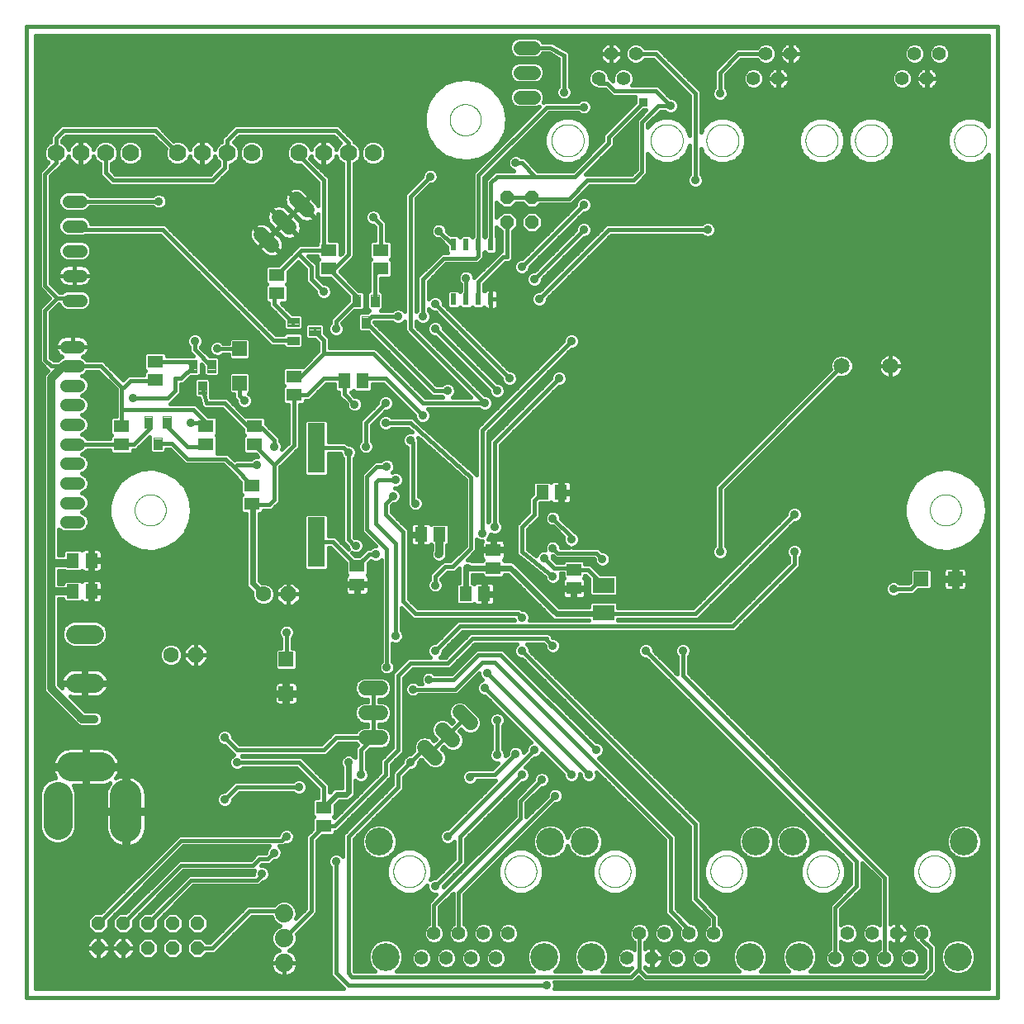
<source format=gtl>
G75*
%MOIN*%
%OFA0B0*%
%FSLAX25Y25*%
%IPPOS*%
%LPD*%
%AMOC8*
5,1,8,0,0,1.08239X$1,22.5*
%
%ADD10C,0.01600*%
%ADD11C,0.06300*%
%ADD12OC8,0.06300*%
%ADD13C,0.06000*%
%ADD14C,0.11811*%
%ADD15C,0.12661*%
%ADD16OC8,0.05600*%
%ADD17R,0.05906X0.05118*%
%ADD18R,0.05118X0.05906*%
%ADD19R,0.05906X0.05906*%
%ADD20C,0.07800*%
%ADD21C,0.06500*%
%ADD22C,0.05150*%
%ADD23C,0.00354*%
%ADD24C,0.07000*%
%ADD25R,0.08661X0.06299*%
%ADD26R,0.07000X0.20000*%
%ADD27C,0.05543*%
%ADD28C,0.11220*%
%ADD29C,0.00000*%
%ADD30C,0.07400*%
%ADD31R,0.02362X0.04724*%
%ADD32R,0.06299X0.05118*%
%ADD33R,0.05118X0.06299*%
%ADD34C,0.05600*%
%ADD35C,0.03562*%
%ADD36C,0.03200*%
%ADD37R,0.03562X0.03562*%
%ADD38C,0.02400*%
D10*
X0001800Y0001800D02*
X0001800Y0393800D01*
X0393800Y0393800D01*
X0393800Y0001800D01*
X0001800Y0001800D01*
X0005400Y0005400D02*
X0005400Y0390200D01*
X0390200Y0390200D01*
X0390200Y0353554D01*
X0388050Y0355704D01*
X0384633Y0357120D01*
X0380935Y0357120D01*
X0377518Y0355704D01*
X0374903Y0353089D01*
X0373488Y0349673D01*
X0373488Y0345975D01*
X0374903Y0342558D01*
X0377518Y0339943D01*
X0380935Y0338528D01*
X0384633Y0338528D01*
X0388050Y0339943D01*
X0390200Y0342093D01*
X0390200Y0005400D01*
X0214772Y0005400D01*
X0215081Y0006147D01*
X0215081Y0007453D01*
X0214854Y0008000D01*
X0246753Y0008000D01*
X0248100Y0009347D01*
X0248800Y0010047D01*
X0250847Y0008000D01*
X0365253Y0008000D01*
X0369100Y0011847D01*
X0369100Y0022753D01*
X0367753Y0024100D01*
X0366697Y0025156D01*
X0366921Y0025380D01*
X0367572Y0026950D01*
X0367572Y0028650D01*
X0366921Y0030220D01*
X0365720Y0031421D01*
X0364150Y0032072D01*
X0362450Y0032072D01*
X0360880Y0031421D01*
X0359679Y0030220D01*
X0359028Y0028650D01*
X0359028Y0026950D01*
X0359679Y0025380D01*
X0360880Y0024179D01*
X0356094Y0024179D01*
X0356278Y0024313D02*
X0356787Y0024822D01*
X0357210Y0025404D01*
X0357537Y0026045D01*
X0357759Y0026729D01*
X0357872Y0027440D01*
X0357872Y0027714D01*
X0353386Y0027714D01*
X0353386Y0027886D01*
X0357872Y0027886D01*
X0357872Y0028160D01*
X0357759Y0028871D01*
X0357537Y0029555D01*
X0357210Y0030196D01*
X0356787Y0030778D01*
X0356278Y0031287D01*
X0355696Y0031710D01*
X0355055Y0032037D01*
X0354371Y0032259D01*
X0353660Y0032372D01*
X0353386Y0032372D01*
X0353386Y0027886D01*
X0353214Y0027886D01*
X0353214Y0032372D01*
X0352940Y0032372D01*
X0352229Y0032259D01*
X0351545Y0032037D01*
X0350904Y0031710D01*
X0350600Y0031489D01*
X0350600Y0051253D01*
X0269100Y0132753D01*
X0269100Y0139460D01*
X0269582Y0139941D01*
X0270081Y0141147D01*
X0270081Y0142453D01*
X0269582Y0143659D01*
X0268659Y0144582D01*
X0267453Y0145081D01*
X0266147Y0145081D01*
X0264941Y0144582D01*
X0264018Y0143659D01*
X0263519Y0142453D01*
X0263519Y0141147D01*
X0264018Y0139941D01*
X0264500Y0139460D01*
X0264500Y0132353D01*
X0255081Y0141772D01*
X0255081Y0142453D01*
X0254582Y0143659D01*
X0253659Y0144582D01*
X0252453Y0145081D01*
X0251147Y0145081D01*
X0249941Y0144582D01*
X0249018Y0143659D01*
X0248519Y0142453D01*
X0248519Y0141147D01*
X0249018Y0139941D01*
X0249941Y0139018D01*
X0251147Y0138519D01*
X0251828Y0138519D01*
X0334500Y0055847D01*
X0334500Y0047753D01*
X0326000Y0039253D01*
X0326000Y0021471D01*
X0325880Y0021421D01*
X0324679Y0020220D01*
X0324028Y0018650D01*
X0324028Y0016950D01*
X0324679Y0015380D01*
X0325880Y0014179D01*
X0327450Y0013528D01*
X0329150Y0013528D01*
X0330720Y0014179D01*
X0331921Y0015380D01*
X0332572Y0016950D01*
X0332572Y0018650D01*
X0331921Y0020220D01*
X0330720Y0021421D01*
X0330600Y0021471D01*
X0330600Y0024459D01*
X0330880Y0024179D01*
X0330600Y0024179D01*
X0330880Y0024179D02*
X0332450Y0023528D01*
X0334150Y0023528D01*
X0335720Y0024179D01*
X0340880Y0024179D01*
X0342450Y0023528D01*
X0344150Y0023528D01*
X0345720Y0024179D01*
X0346000Y0024179D01*
X0346000Y0024459D02*
X0346000Y0021471D01*
X0345880Y0021421D01*
X0344679Y0020220D01*
X0344028Y0018650D01*
X0344028Y0016950D01*
X0344679Y0015380D01*
X0345880Y0014179D01*
X0347450Y0013528D01*
X0349150Y0013528D01*
X0350720Y0014179D01*
X0351921Y0015380D01*
X0352572Y0016950D01*
X0352572Y0018650D01*
X0351921Y0020220D01*
X0350720Y0021421D01*
X0350600Y0021471D01*
X0350600Y0024111D01*
X0350904Y0023890D01*
X0351545Y0023563D01*
X0352229Y0023341D01*
X0352940Y0023228D01*
X0353214Y0023228D01*
X0353214Y0027714D01*
X0353386Y0027714D01*
X0353386Y0023228D01*
X0353660Y0023228D01*
X0354371Y0023341D01*
X0355055Y0023563D01*
X0355696Y0023890D01*
X0356278Y0024313D01*
X0357400Y0025778D02*
X0359514Y0025778D01*
X0359028Y0027376D02*
X0357861Y0027376D01*
X0357725Y0028975D02*
X0359163Y0028975D01*
X0360032Y0030573D02*
X0356936Y0030573D01*
X0354639Y0032172D02*
X0390200Y0032172D01*
X0390200Y0033770D02*
X0350600Y0033770D01*
X0350600Y0032172D02*
X0351961Y0032172D01*
X0353214Y0032172D02*
X0353386Y0032172D01*
X0353386Y0030573D02*
X0353214Y0030573D01*
X0353214Y0028975D02*
X0353386Y0028975D01*
X0353386Y0027376D02*
X0353214Y0027376D01*
X0353214Y0025778D02*
X0353386Y0025778D01*
X0353386Y0024179D02*
X0353214Y0024179D01*
X0350600Y0022581D02*
X0362767Y0022581D01*
X0361373Y0023975D02*
X0364500Y0020847D01*
X0364500Y0013753D01*
X0363347Y0012600D01*
X0318144Y0012600D01*
X0319828Y0014284D01*
X0320910Y0016897D01*
X0320910Y0019726D01*
X0319828Y0022339D01*
X0317828Y0024340D01*
X0315214Y0025422D01*
X0312386Y0025422D01*
X0309772Y0024340D01*
X0307772Y0022339D01*
X0306690Y0019726D01*
X0306690Y0016897D01*
X0307772Y0014284D01*
X0309456Y0012600D01*
X0298144Y0012600D01*
X0299828Y0014284D01*
X0300910Y0016897D01*
X0300910Y0019726D01*
X0299828Y0022339D01*
X0297828Y0024340D01*
X0295214Y0025422D01*
X0292386Y0025422D01*
X0289772Y0024340D01*
X0287772Y0022339D01*
X0286690Y0019726D01*
X0286690Y0016897D01*
X0287772Y0014284D01*
X0289456Y0012600D01*
X0252753Y0012600D01*
X0251600Y0013753D01*
X0251600Y0014111D01*
X0251904Y0013890D01*
X0252545Y0013563D01*
X0253229Y0013341D01*
X0253940Y0013228D01*
X0254214Y0013228D01*
X0254214Y0017714D01*
X0254386Y0017714D01*
X0254386Y0017886D01*
X0254214Y0017886D01*
X0254214Y0022372D01*
X0253940Y0022372D01*
X0253229Y0022259D01*
X0252545Y0022037D01*
X0251904Y0021710D01*
X0251600Y0021489D01*
X0251600Y0024129D01*
X0251720Y0024179D01*
X0256880Y0024179D01*
X0258450Y0023528D01*
X0260150Y0023528D01*
X0261720Y0024179D01*
X0266880Y0024179D01*
X0268450Y0023528D01*
X0270150Y0023528D01*
X0271720Y0024179D01*
X0276880Y0024179D01*
X0278450Y0023528D01*
X0280150Y0023528D01*
X0281720Y0024179D01*
X0289612Y0024179D01*
X0288013Y0022581D02*
X0251600Y0022581D01*
X0251720Y0024179D02*
X0252921Y0025380D01*
X0253572Y0026950D01*
X0253572Y0028650D01*
X0252921Y0030220D01*
X0251720Y0031421D01*
X0250150Y0032072D01*
X0248450Y0032072D01*
X0246880Y0031421D01*
X0245679Y0030220D01*
X0245028Y0028650D01*
X0245028Y0026950D01*
X0245679Y0025380D01*
X0246880Y0024179D01*
X0233988Y0024179D01*
X0233828Y0024340D02*
X0231214Y0025422D01*
X0228386Y0025422D01*
X0225772Y0024340D01*
X0223772Y0022339D01*
X0222690Y0019726D01*
X0222690Y0016897D01*
X0223772Y0014284D01*
X0225456Y0012600D01*
X0215144Y0012600D01*
X0216828Y0014284D01*
X0217910Y0016897D01*
X0217910Y0019726D01*
X0216828Y0022339D01*
X0214828Y0024340D01*
X0212214Y0025422D01*
X0209386Y0025422D01*
X0206772Y0024340D01*
X0204772Y0022339D01*
X0203690Y0019726D01*
X0203690Y0016897D01*
X0204772Y0014284D01*
X0206456Y0012600D01*
X0151144Y0012600D01*
X0152828Y0014284D01*
X0153910Y0016897D01*
X0153910Y0019726D01*
X0152828Y0022339D01*
X0150828Y0024340D01*
X0148214Y0025422D01*
X0145386Y0025422D01*
X0142772Y0024340D01*
X0140772Y0022339D01*
X0139690Y0019726D01*
X0139690Y0016897D01*
X0140772Y0014284D01*
X0142456Y0012600D01*
X0134253Y0012600D01*
X0134100Y0012753D01*
X0134100Y0065847D01*
X0152753Y0084500D01*
X0154100Y0085847D01*
X0154100Y0090847D01*
X0156772Y0093519D01*
X0157453Y0093519D01*
X0158659Y0094018D01*
X0159582Y0094941D01*
X0160081Y0096147D01*
X0160081Y0096828D01*
X0161173Y0097921D01*
X0164301Y0094793D01*
X0165955Y0094108D01*
X0167745Y0094108D01*
X0169399Y0094793D01*
X0170665Y0096059D01*
X0171350Y0097712D01*
X0171350Y0099503D01*
X0170665Y0101157D01*
X0169537Y0102285D01*
X0170244Y0102992D01*
X0171372Y0101864D01*
X0173026Y0101179D01*
X0174816Y0101179D01*
X0176470Y0101864D01*
X0177736Y0103130D01*
X0178421Y0104784D01*
X0178421Y0106574D01*
X0177736Y0108228D01*
X0176608Y0109356D01*
X0177315Y0110063D01*
X0178443Y0108935D01*
X0180097Y0108250D01*
X0181887Y0108250D01*
X0183541Y0108935D01*
X0184807Y0110201D01*
X0185492Y0111855D01*
X0185492Y0113645D01*
X0184807Y0115299D01*
X0179299Y0120807D01*
X0177645Y0121492D01*
X0175855Y0121492D01*
X0174201Y0120807D01*
X0172935Y0119541D01*
X0172250Y0117887D01*
X0172250Y0116097D01*
X0172935Y0114443D01*
X0174063Y0113315D01*
X0173356Y0112608D01*
X0172228Y0113736D01*
X0170574Y0114421D01*
X0168784Y0114421D01*
X0167130Y0113736D01*
X0165864Y0112470D01*
X0165179Y0110816D01*
X0165179Y0109026D01*
X0165864Y0107372D01*
X0166992Y0106244D01*
X0166285Y0105537D01*
X0165157Y0106665D01*
X0163503Y0107350D01*
X0161713Y0107350D01*
X0160059Y0106665D01*
X0158793Y0105399D01*
X0158108Y0103745D01*
X0158108Y0101955D01*
X0158282Y0101535D01*
X0156828Y0100081D01*
X0156147Y0100081D01*
X0154941Y0099582D01*
X0154018Y0098659D01*
X0153519Y0097453D01*
X0153519Y0096772D01*
X0149500Y0092753D01*
X0149500Y0087753D01*
X0129500Y0067753D01*
X0129500Y0058740D01*
X0128659Y0059582D01*
X0127453Y0060081D01*
X0126147Y0060081D01*
X0124941Y0059582D01*
X0124018Y0058659D01*
X0123519Y0057453D01*
X0123519Y0056147D01*
X0124018Y0054941D01*
X0124500Y0054460D01*
X0124500Y0010847D01*
X0125847Y0009500D01*
X0129947Y0005400D01*
X0005400Y0005400D01*
X0005400Y0006596D02*
X0128752Y0006596D01*
X0127153Y0008194D02*
X0005400Y0008194D01*
X0005400Y0009793D02*
X0125555Y0009793D01*
X0124500Y0011391D02*
X0109089Y0011391D01*
X0109383Y0011605D02*
X0109995Y0012217D01*
X0110504Y0012917D01*
X0110897Y0013689D01*
X0111165Y0014512D01*
X0111300Y0015367D01*
X0111300Y0015800D01*
X0111300Y0016233D01*
X0111165Y0017088D01*
X0110897Y0017911D01*
X0110504Y0018683D01*
X0109995Y0019383D01*
X0109383Y0019995D01*
X0108683Y0020504D01*
X0107911Y0020897D01*
X0107710Y0020963D01*
X0108746Y0021392D01*
X0110208Y0022854D01*
X0111000Y0024766D01*
X0111000Y0026834D01*
X0110733Y0027480D01*
X0117753Y0034500D01*
X0119100Y0035847D01*
X0119100Y0065107D01*
X0120994Y0067001D01*
X0125571Y0067001D01*
X0126450Y0067879D01*
X0126450Y0068760D01*
X0127013Y0068760D01*
X0147753Y0089500D01*
X0149100Y0090847D01*
X0149100Y0095847D01*
X0152753Y0099500D01*
X0154100Y0100847D01*
X0154100Y0130847D01*
X0157753Y0134500D01*
X0172753Y0134500D01*
X0182753Y0144500D01*
X0199860Y0144500D01*
X0199018Y0143659D01*
X0198519Y0142453D01*
X0198519Y0141147D01*
X0199018Y0139941D01*
X0199941Y0139018D01*
X0201147Y0138519D01*
X0201828Y0138519D01*
X0269500Y0070847D01*
X0269500Y0040847D01*
X0270847Y0039500D01*
X0277000Y0033347D01*
X0277000Y0031471D01*
X0276880Y0031421D01*
X0275679Y0030220D01*
X0275028Y0028650D01*
X0275028Y0026950D01*
X0275679Y0025380D01*
X0276880Y0024179D01*
X0275514Y0025778D02*
X0273086Y0025778D01*
X0272921Y0025380D02*
X0273572Y0026950D01*
X0273572Y0028650D01*
X0272921Y0030220D01*
X0271720Y0031421D01*
X0270150Y0032072D01*
X0269781Y0032072D01*
X0264100Y0037753D01*
X0264100Y0067253D01*
X0232722Y0098631D01*
X0233659Y0099018D01*
X0234582Y0099941D01*
X0235081Y0101147D01*
X0235081Y0102453D01*
X0234582Y0103659D01*
X0233659Y0104582D01*
X0232453Y0105081D01*
X0231772Y0105081D01*
X0195600Y0141253D01*
X0194253Y0142600D01*
X0183347Y0142600D01*
X0173347Y0132600D01*
X0166640Y0132600D01*
X0166159Y0133082D01*
X0164953Y0133581D01*
X0163647Y0133581D01*
X0162441Y0133082D01*
X0161518Y0132159D01*
X0161019Y0130953D01*
X0161019Y0129647D01*
X0161453Y0128600D01*
X0160140Y0128600D01*
X0159659Y0129082D01*
X0158453Y0129581D01*
X0157147Y0129581D01*
X0155941Y0129082D01*
X0155018Y0128159D01*
X0154519Y0126953D01*
X0154519Y0125647D01*
X0155018Y0124441D01*
X0155941Y0123518D01*
X0157147Y0123019D01*
X0158453Y0123019D01*
X0159659Y0123518D01*
X0160140Y0124000D01*
X0175753Y0124000D01*
X0177100Y0125347D01*
X0184519Y0132766D01*
X0184519Y0132147D01*
X0185018Y0130941D01*
X0185941Y0130018D01*
X0185969Y0130007D01*
X0184941Y0129582D01*
X0184018Y0128659D01*
X0183519Y0127453D01*
X0183519Y0126147D01*
X0184018Y0124941D01*
X0184941Y0124018D01*
X0186147Y0123519D01*
X0186828Y0123519D01*
X0205524Y0104823D01*
X0204941Y0104582D01*
X0204018Y0103659D01*
X0203519Y0102453D01*
X0203519Y0101772D01*
X0202581Y0100834D01*
X0202581Y0100953D01*
X0202082Y0102159D01*
X0201159Y0103082D01*
X0199953Y0103581D01*
X0198647Y0103581D01*
X0197441Y0103082D01*
X0196518Y0102159D01*
X0196019Y0100953D01*
X0196019Y0100272D01*
X0195081Y0099334D01*
X0195081Y0100453D01*
X0194582Y0101659D01*
X0194100Y0102140D01*
X0194100Y0111460D01*
X0194582Y0111941D01*
X0195081Y0113147D01*
X0195081Y0114453D01*
X0194582Y0115659D01*
X0193659Y0116582D01*
X0192453Y0117081D01*
X0191147Y0117081D01*
X0189941Y0116582D01*
X0189018Y0115659D01*
X0188519Y0114453D01*
X0188519Y0113147D01*
X0189018Y0111941D01*
X0189500Y0111460D01*
X0189500Y0102140D01*
X0189018Y0101659D01*
X0188519Y0100453D01*
X0188519Y0099147D01*
X0189018Y0097941D01*
X0189941Y0097018D01*
X0191147Y0096519D01*
X0192266Y0096519D01*
X0189847Y0094100D01*
X0180847Y0094100D01*
X0180828Y0094081D01*
X0180147Y0094081D01*
X0178941Y0093582D01*
X0178018Y0092659D01*
X0177519Y0091453D01*
X0177519Y0090147D01*
X0178018Y0088941D01*
X0178941Y0088018D01*
X0180147Y0087519D01*
X0181453Y0087519D01*
X0182659Y0088018D01*
X0183582Y0088941D01*
X0183813Y0089500D01*
X0191247Y0089500D01*
X0171828Y0070081D01*
X0171147Y0070081D01*
X0169941Y0069582D01*
X0169018Y0068659D01*
X0168519Y0067453D01*
X0168519Y0066147D01*
X0169018Y0064941D01*
X0169941Y0064018D01*
X0171147Y0063519D01*
X0172453Y0063519D01*
X0173659Y0064018D01*
X0174500Y0064860D01*
X0174500Y0057753D01*
X0166828Y0050081D01*
X0166147Y0050081D01*
X0164941Y0049582D01*
X0164913Y0049553D01*
X0165500Y0050970D01*
X0165500Y0054630D01*
X0164099Y0058011D01*
X0161511Y0060599D01*
X0158130Y0062000D01*
X0154470Y0062000D01*
X0151089Y0060599D01*
X0148501Y0058011D01*
X0147100Y0054630D01*
X0147100Y0050970D01*
X0148501Y0047589D01*
X0151089Y0045001D01*
X0154470Y0043600D01*
X0158130Y0043600D01*
X0161511Y0045001D01*
X0163519Y0047008D01*
X0163519Y0046147D01*
X0164018Y0044941D01*
X0164941Y0044018D01*
X0166147Y0043519D01*
X0167266Y0043519D01*
X0164000Y0040253D01*
X0164000Y0031471D01*
X0163880Y0031421D01*
X0162679Y0030220D01*
X0162028Y0028650D01*
X0162028Y0026950D01*
X0162679Y0025380D01*
X0163880Y0024179D01*
X0150988Y0024179D01*
X0152587Y0022581D02*
X0205013Y0022581D01*
X0204210Y0020982D02*
X0194159Y0020982D01*
X0193720Y0021421D02*
X0194921Y0020220D01*
X0195572Y0018650D01*
X0195572Y0016950D01*
X0194921Y0015380D01*
X0193720Y0014179D01*
X0192150Y0013528D01*
X0190450Y0013528D01*
X0188880Y0014179D01*
X0187679Y0015380D01*
X0187028Y0016950D01*
X0187028Y0018650D01*
X0187679Y0020220D01*
X0188880Y0021421D01*
X0190450Y0022072D01*
X0192150Y0022072D01*
X0193720Y0021421D01*
X0195268Y0019384D02*
X0203690Y0019384D01*
X0203690Y0017785D02*
X0195572Y0017785D01*
X0195255Y0016187D02*
X0203984Y0016187D01*
X0204646Y0014588D02*
X0194129Y0014588D01*
X0188471Y0014588D02*
X0184129Y0014588D01*
X0183720Y0014179D02*
X0184921Y0015380D01*
X0185572Y0016950D01*
X0185572Y0018650D01*
X0184921Y0020220D01*
X0183720Y0021421D01*
X0182150Y0022072D01*
X0180450Y0022072D01*
X0178880Y0021421D01*
X0177679Y0020220D01*
X0177028Y0018650D01*
X0177028Y0016950D01*
X0177679Y0015380D01*
X0178880Y0014179D01*
X0180450Y0013528D01*
X0182150Y0013528D01*
X0183720Y0014179D01*
X0185255Y0016187D02*
X0187345Y0016187D01*
X0187028Y0017785D02*
X0185572Y0017785D01*
X0185268Y0019384D02*
X0187332Y0019384D01*
X0188441Y0020982D02*
X0184159Y0020982D01*
X0185450Y0023528D02*
X0187150Y0023528D01*
X0188720Y0024179D01*
X0193880Y0024179D01*
X0195450Y0023528D01*
X0197150Y0023528D01*
X0198720Y0024179D01*
X0206612Y0024179D01*
X0200572Y0026950D02*
X0199921Y0025380D01*
X0198720Y0024179D01*
X0200086Y0025778D02*
X0245514Y0025778D01*
X0245028Y0027376D02*
X0200572Y0027376D01*
X0200572Y0026950D02*
X0200572Y0028650D01*
X0199921Y0030220D01*
X0198720Y0031421D01*
X0197150Y0032072D01*
X0195450Y0032072D01*
X0193880Y0031421D01*
X0192679Y0030220D01*
X0192028Y0028650D01*
X0192028Y0026950D01*
X0192679Y0025380D01*
X0193880Y0024179D01*
X0192514Y0025778D02*
X0190086Y0025778D01*
X0189921Y0025380D02*
X0190572Y0026950D01*
X0190572Y0028650D01*
X0189921Y0030220D01*
X0188720Y0031421D01*
X0187150Y0032072D01*
X0185450Y0032072D01*
X0183880Y0031421D01*
X0182679Y0030220D01*
X0182028Y0028650D01*
X0182028Y0026950D01*
X0182679Y0025380D01*
X0183880Y0024179D01*
X0178720Y0024179D01*
X0179921Y0025380D01*
X0180572Y0026950D01*
X0180572Y0028650D01*
X0179921Y0030220D01*
X0178720Y0031421D01*
X0178600Y0031471D01*
X0178600Y0043347D01*
X0215272Y0080019D01*
X0215953Y0080019D01*
X0217159Y0080518D01*
X0218082Y0081441D01*
X0218581Y0082647D01*
X0218581Y0083953D01*
X0218082Y0085159D01*
X0217159Y0086082D01*
X0215953Y0086581D01*
X0214647Y0086581D01*
X0213441Y0086082D01*
X0212518Y0085159D01*
X0212019Y0083953D01*
X0212019Y0083272D01*
X0203600Y0074853D01*
X0203600Y0080347D01*
X0209772Y0086519D01*
X0210453Y0086519D01*
X0211659Y0087018D01*
X0212582Y0087941D01*
X0213081Y0089147D01*
X0213081Y0090453D01*
X0212582Y0091659D01*
X0211659Y0092582D01*
X0210453Y0093081D01*
X0209147Y0093081D01*
X0207941Y0092582D01*
X0207018Y0091659D01*
X0206519Y0090453D01*
X0206519Y0089772D01*
X0199000Y0082253D01*
X0199000Y0075253D01*
X0170081Y0046334D01*
X0170081Y0046828D01*
X0177753Y0054500D01*
X0179100Y0055847D01*
X0179100Y0065847D01*
X0201772Y0088519D01*
X0202453Y0088519D01*
X0203659Y0089018D01*
X0204582Y0089941D01*
X0205081Y0091147D01*
X0205081Y0092453D01*
X0204582Y0093659D01*
X0203659Y0094582D01*
X0203076Y0094823D01*
X0206772Y0098519D01*
X0207453Y0098519D01*
X0208659Y0099018D01*
X0209582Y0099941D01*
X0209823Y0100524D01*
X0218519Y0091828D01*
X0218519Y0091147D01*
X0219018Y0089941D01*
X0219941Y0089018D01*
X0221147Y0088519D01*
X0222453Y0088519D01*
X0223659Y0089018D01*
X0224582Y0089941D01*
X0225081Y0091147D01*
X0225081Y0092266D01*
X0225519Y0091828D01*
X0225519Y0091147D01*
X0226018Y0089941D01*
X0226941Y0089018D01*
X0228147Y0088519D01*
X0229453Y0088519D01*
X0230659Y0089018D01*
X0231582Y0089941D01*
X0232081Y0091147D01*
X0232081Y0092453D01*
X0231859Y0092988D01*
X0259500Y0065347D01*
X0259500Y0035847D01*
X0260847Y0034500D01*
X0265517Y0029830D01*
X0265028Y0028650D01*
X0265028Y0026950D01*
X0265679Y0025380D01*
X0266880Y0024179D01*
X0265514Y0025778D02*
X0263086Y0025778D01*
X0262921Y0025380D02*
X0263572Y0026950D01*
X0263572Y0028650D01*
X0262921Y0030220D01*
X0261720Y0031421D01*
X0260150Y0032072D01*
X0258450Y0032072D01*
X0256880Y0031421D01*
X0255679Y0030220D01*
X0255028Y0028650D01*
X0255028Y0026950D01*
X0255679Y0025380D01*
X0256880Y0024179D01*
X0255514Y0025778D02*
X0253086Y0025778D01*
X0253572Y0027376D02*
X0255028Y0027376D01*
X0255163Y0028975D02*
X0253437Y0028975D01*
X0252568Y0030573D02*
X0256032Y0030573D01*
X0259979Y0035369D02*
X0178600Y0035369D01*
X0178600Y0036967D02*
X0259500Y0036967D01*
X0259500Y0038566D02*
X0178600Y0038566D01*
X0178600Y0040164D02*
X0259500Y0040164D01*
X0259500Y0041763D02*
X0178600Y0041763D01*
X0178614Y0043361D02*
X0259500Y0043361D01*
X0259500Y0044960D02*
X0244413Y0044960D01*
X0244511Y0045001D02*
X0247099Y0047589D01*
X0248500Y0050970D01*
X0248500Y0054630D01*
X0247099Y0058011D01*
X0244511Y0060599D01*
X0241130Y0062000D01*
X0237470Y0062000D01*
X0234089Y0060599D01*
X0231501Y0058011D01*
X0230100Y0054630D01*
X0230100Y0050970D01*
X0231501Y0047589D01*
X0234089Y0045001D01*
X0237470Y0043600D01*
X0241130Y0043600D01*
X0244511Y0045001D01*
X0246069Y0046558D02*
X0259500Y0046558D01*
X0259500Y0048157D02*
X0247335Y0048157D01*
X0247997Y0049755D02*
X0259500Y0049755D01*
X0259500Y0051354D02*
X0248500Y0051354D01*
X0248500Y0052952D02*
X0259500Y0052952D01*
X0259500Y0054551D02*
X0248500Y0054551D01*
X0247871Y0056149D02*
X0259500Y0056149D01*
X0259500Y0057748D02*
X0247209Y0057748D01*
X0245764Y0059346D02*
X0259500Y0059346D01*
X0259500Y0060945D02*
X0243677Y0060945D01*
X0234923Y0060945D02*
X0233399Y0060945D01*
X0233328Y0060772D02*
X0234410Y0063386D01*
X0234410Y0066214D01*
X0233328Y0068828D01*
X0231328Y0070828D01*
X0228714Y0071910D01*
X0225886Y0071910D01*
X0223272Y0070828D01*
X0221272Y0068828D01*
X0220300Y0066480D01*
X0219328Y0068828D01*
X0217328Y0070828D01*
X0214714Y0071910D01*
X0211886Y0071910D01*
X0209272Y0070828D01*
X0207272Y0068828D01*
X0206190Y0066214D01*
X0206190Y0063386D01*
X0207272Y0060772D01*
X0209272Y0058772D01*
X0211886Y0057690D01*
X0214714Y0057690D01*
X0217328Y0058772D01*
X0219328Y0060772D01*
X0220300Y0063120D01*
X0221272Y0060772D01*
X0223272Y0058772D01*
X0225886Y0057690D01*
X0228714Y0057690D01*
X0231328Y0058772D01*
X0233328Y0060772D01*
X0232836Y0059346D02*
X0231902Y0059346D01*
X0231391Y0057748D02*
X0228855Y0057748D01*
X0230729Y0056149D02*
X0209871Y0056149D01*
X0210500Y0054630D02*
X0209099Y0058011D01*
X0206511Y0060599D01*
X0203130Y0062000D01*
X0199470Y0062000D01*
X0196089Y0060599D01*
X0193501Y0058011D01*
X0192100Y0054630D01*
X0192100Y0050970D01*
X0193501Y0047589D01*
X0196089Y0045001D01*
X0199470Y0043600D01*
X0203130Y0043600D01*
X0206511Y0045001D01*
X0209099Y0047589D01*
X0210500Y0050970D01*
X0210500Y0054630D01*
X0210500Y0054551D02*
X0230100Y0054551D01*
X0230100Y0052952D02*
X0210500Y0052952D01*
X0210500Y0051354D02*
X0230100Y0051354D01*
X0230603Y0049755D02*
X0209997Y0049755D01*
X0209335Y0048157D02*
X0231265Y0048157D01*
X0232531Y0046558D02*
X0208069Y0046558D01*
X0206413Y0044960D02*
X0234187Y0044960D01*
X0225745Y0057748D02*
X0214855Y0057748D01*
X0211745Y0057748D02*
X0209209Y0057748D01*
X0208698Y0059346D02*
X0207764Y0059346D01*
X0207201Y0060945D02*
X0205677Y0060945D01*
X0206539Y0062543D02*
X0197796Y0062543D01*
X0196923Y0060945D02*
X0196198Y0060945D01*
X0194836Y0059346D02*
X0194599Y0059346D01*
X0193391Y0057748D02*
X0193001Y0057748D01*
X0192729Y0056149D02*
X0191402Y0056149D01*
X0192100Y0054551D02*
X0189804Y0054551D01*
X0188205Y0052952D02*
X0192100Y0052952D01*
X0192100Y0051354D02*
X0186607Y0051354D01*
X0185008Y0049755D02*
X0192603Y0049755D01*
X0193265Y0048157D02*
X0183410Y0048157D01*
X0181811Y0046558D02*
X0194531Y0046558D01*
X0196187Y0044960D02*
X0180212Y0044960D01*
X0176300Y0044300D02*
X0215300Y0083300D01*
X0218581Y0083324D02*
X0241523Y0083324D01*
X0239925Y0084923D02*
X0218179Y0084923D01*
X0216097Y0086521D02*
X0238326Y0086521D01*
X0236728Y0088120D02*
X0212655Y0088120D01*
X0213081Y0089718D02*
X0219242Y0089718D01*
X0218519Y0091317D02*
X0212723Y0091317D01*
X0210853Y0092915D02*
X0217432Y0092915D01*
X0215834Y0094514D02*
X0203727Y0094514D01*
X0204365Y0096112D02*
X0214235Y0096112D01*
X0212637Y0097711D02*
X0205963Y0097711D01*
X0208949Y0099309D02*
X0211038Y0099309D01*
X0206800Y0101800D02*
X0171800Y0066800D01*
X0168687Y0065740D02*
X0151410Y0065740D01*
X0151410Y0066214D02*
X0150328Y0068828D01*
X0148328Y0070828D01*
X0145714Y0071910D01*
X0142886Y0071910D01*
X0140272Y0070828D01*
X0138272Y0068828D01*
X0137190Y0066214D01*
X0137190Y0063386D01*
X0138272Y0060772D01*
X0140272Y0058772D01*
X0142886Y0057690D01*
X0145714Y0057690D01*
X0148328Y0058772D01*
X0150328Y0060772D01*
X0151410Y0063386D01*
X0151410Y0066214D01*
X0150944Y0067339D02*
X0168519Y0067339D01*
X0169297Y0068937D02*
X0150218Y0068937D01*
X0148619Y0070536D02*
X0172283Y0070536D01*
X0173882Y0072134D02*
X0140387Y0072134D01*
X0139981Y0070536D02*
X0138789Y0070536D01*
X0138382Y0068937D02*
X0137190Y0068937D01*
X0137656Y0067339D02*
X0135592Y0067339D01*
X0134100Y0065740D02*
X0137190Y0065740D01*
X0137190Y0064142D02*
X0134100Y0064142D01*
X0134100Y0062543D02*
X0137539Y0062543D01*
X0138201Y0060945D02*
X0134100Y0060945D01*
X0134100Y0059346D02*
X0139698Y0059346D01*
X0142745Y0057748D02*
X0134100Y0057748D01*
X0134100Y0056149D02*
X0147729Y0056149D01*
X0147100Y0054551D02*
X0134100Y0054551D01*
X0134100Y0052952D02*
X0147100Y0052952D01*
X0147100Y0051354D02*
X0134100Y0051354D01*
X0134100Y0049755D02*
X0147603Y0049755D01*
X0148265Y0048157D02*
X0134100Y0048157D01*
X0134100Y0046558D02*
X0149531Y0046558D01*
X0151187Y0044960D02*
X0134100Y0044960D01*
X0134100Y0043361D02*
X0167109Y0043361D01*
X0165510Y0041763D02*
X0134100Y0041763D01*
X0134100Y0040164D02*
X0164000Y0040164D01*
X0164000Y0038566D02*
X0134100Y0038566D01*
X0134100Y0036967D02*
X0164000Y0036967D01*
X0164000Y0035369D02*
X0134100Y0035369D01*
X0134100Y0033770D02*
X0164000Y0033770D01*
X0164000Y0032172D02*
X0134100Y0032172D01*
X0134100Y0030573D02*
X0163032Y0030573D01*
X0162163Y0028975D02*
X0134100Y0028975D01*
X0134100Y0027376D02*
X0162028Y0027376D01*
X0162514Y0025778D02*
X0134100Y0025778D01*
X0134100Y0024179D02*
X0142612Y0024179D01*
X0141013Y0022581D02*
X0134100Y0022581D01*
X0134100Y0020982D02*
X0140210Y0020982D01*
X0139690Y0019384D02*
X0134100Y0019384D01*
X0134100Y0017785D02*
X0139690Y0017785D01*
X0139984Y0016187D02*
X0134100Y0016187D01*
X0134100Y0014588D02*
X0140646Y0014588D01*
X0142067Y0012990D02*
X0134100Y0012990D01*
X0131800Y0011800D02*
X0133300Y0010300D01*
X0245800Y0010300D01*
X0248800Y0013300D01*
X0251800Y0010300D01*
X0364300Y0010300D01*
X0366800Y0012800D01*
X0366800Y0021800D01*
X0363300Y0025300D01*
X0363300Y0027800D01*
X0361373Y0023975D02*
X0360880Y0024179D01*
X0359150Y0022072D02*
X0357450Y0022072D01*
X0355880Y0021421D01*
X0354679Y0020220D01*
X0354028Y0018650D01*
X0354028Y0016950D01*
X0354679Y0015380D01*
X0355880Y0014179D01*
X0357450Y0013528D01*
X0359150Y0013528D01*
X0360720Y0014179D01*
X0361921Y0015380D01*
X0362572Y0016950D01*
X0362572Y0018650D01*
X0361921Y0020220D01*
X0360720Y0021421D01*
X0359150Y0022072D01*
X0361159Y0020982D02*
X0364365Y0020982D01*
X0364500Y0019384D02*
X0362268Y0019384D01*
X0362572Y0017785D02*
X0364500Y0017785D01*
X0364500Y0016187D02*
X0362255Y0016187D01*
X0361129Y0014588D02*
X0364500Y0014588D01*
X0363737Y0012990D02*
X0318533Y0012990D01*
X0319954Y0014588D02*
X0325471Y0014588D01*
X0324345Y0016187D02*
X0320616Y0016187D01*
X0320910Y0017785D02*
X0324028Y0017785D01*
X0324332Y0019384D02*
X0320910Y0019384D01*
X0320390Y0020982D02*
X0325441Y0020982D01*
X0326000Y0022581D02*
X0319587Y0022581D01*
X0317988Y0024179D02*
X0326000Y0024179D01*
X0326000Y0025778D02*
X0283086Y0025778D01*
X0282921Y0025380D02*
X0283572Y0026950D01*
X0283572Y0028650D01*
X0282921Y0030220D01*
X0281720Y0031421D01*
X0281600Y0031471D01*
X0281600Y0035253D01*
X0274100Y0042753D01*
X0274100Y0072753D01*
X0205081Y0141772D01*
X0205081Y0142453D01*
X0204582Y0143659D01*
X0203740Y0144500D01*
X0210347Y0144500D01*
X0211019Y0143828D01*
X0211019Y0143147D01*
X0211518Y0141941D01*
X0212441Y0141018D01*
X0213647Y0140519D01*
X0214953Y0140519D01*
X0216159Y0141018D01*
X0217082Y0141941D01*
X0217581Y0143147D01*
X0217581Y0144453D01*
X0217082Y0145659D01*
X0216159Y0146582D01*
X0214953Y0147081D01*
X0214272Y0147081D01*
X0214100Y0147253D01*
X0214100Y0147753D01*
X0212753Y0149100D01*
X0180847Y0149100D01*
X0179500Y0147753D01*
X0170847Y0139100D01*
X0168740Y0139100D01*
X0169582Y0139941D01*
X0170081Y0141147D01*
X0170081Y0141828D01*
X0177753Y0149500D01*
X0287753Y0149500D01*
X0312753Y0174500D01*
X0314100Y0175847D01*
X0314100Y0179460D01*
X0314582Y0179941D01*
X0315081Y0181147D01*
X0315081Y0182453D01*
X0314582Y0183659D01*
X0313659Y0184582D01*
X0312453Y0185081D01*
X0311147Y0185081D01*
X0309941Y0184582D01*
X0309018Y0183659D01*
X0308519Y0182453D01*
X0308519Y0181147D01*
X0309018Y0179941D01*
X0309500Y0179460D01*
X0309500Y0177753D01*
X0285847Y0154100D01*
X0240631Y0154100D01*
X0240631Y0154500D01*
X0272753Y0154500D01*
X0311772Y0193519D01*
X0312453Y0193519D01*
X0313659Y0194018D01*
X0314582Y0194941D01*
X0315081Y0196147D01*
X0315081Y0197453D01*
X0314582Y0198659D01*
X0313659Y0199582D01*
X0312453Y0200081D01*
X0311147Y0200081D01*
X0309941Y0199582D01*
X0309018Y0198659D01*
X0308519Y0197453D01*
X0308519Y0196772D01*
X0270847Y0159100D01*
X0240631Y0159100D01*
X0240631Y0161059D01*
X0239752Y0161938D01*
X0229848Y0161938D01*
X0228969Y0161059D01*
X0228969Y0159500D01*
X0216918Y0159500D01*
X0199589Y0176829D01*
X0199589Y0176829D01*
X0198829Y0177589D01*
X0197837Y0178000D01*
X0194753Y0178000D01*
X0194753Y0178240D01*
X0194405Y0178588D01*
X0194693Y0178876D01*
X0194930Y0179286D01*
X0195053Y0179744D01*
X0195053Y0182061D01*
X0190780Y0182061D01*
X0190780Y0183020D01*
X0195053Y0183020D01*
X0195053Y0185336D01*
X0194930Y0185794D01*
X0194693Y0186204D01*
X0194358Y0186540D01*
X0193948Y0186777D01*
X0193490Y0186899D01*
X0190780Y0186899D01*
X0190780Y0183020D01*
X0189820Y0183020D01*
X0189820Y0182061D01*
X0185547Y0182061D01*
X0185547Y0179744D01*
X0185670Y0179286D01*
X0185907Y0178876D01*
X0186195Y0178588D01*
X0185847Y0178240D01*
X0185847Y0178000D01*
X0181740Y0178000D01*
X0181659Y0178082D01*
X0180453Y0178581D01*
X0179834Y0178581D01*
X0183600Y0182347D01*
X0183600Y0184253D01*
X0183600Y0186860D01*
X0183941Y0186518D01*
X0185147Y0186019D01*
X0185800Y0186019D01*
X0185670Y0185794D01*
X0185547Y0185336D01*
X0185547Y0183020D01*
X0189820Y0183020D01*
X0189820Y0186899D01*
X0188039Y0186899D01*
X0188582Y0187441D01*
X0189081Y0188647D01*
X0189081Y0188961D01*
X0190147Y0188519D01*
X0191453Y0188519D01*
X0192659Y0189018D01*
X0193582Y0189941D01*
X0194081Y0191147D01*
X0194081Y0192453D01*
X0193582Y0193659D01*
X0193100Y0194140D01*
X0193100Y0224847D01*
X0216772Y0248519D01*
X0217453Y0248519D01*
X0218659Y0249018D01*
X0219582Y0249941D01*
X0220081Y0251147D01*
X0220081Y0252453D01*
X0219582Y0253659D01*
X0218659Y0254582D01*
X0217453Y0255081D01*
X0216147Y0255081D01*
X0214941Y0254582D01*
X0214018Y0253659D01*
X0213519Y0252453D01*
X0213519Y0251772D01*
X0188500Y0226753D01*
X0188500Y0194140D01*
X0188100Y0193740D01*
X0188100Y0229847D01*
X0221772Y0263519D01*
X0222453Y0263519D01*
X0223659Y0264018D01*
X0224582Y0264941D01*
X0225081Y0266147D01*
X0225081Y0267453D01*
X0224582Y0268659D01*
X0223659Y0269582D01*
X0222453Y0270081D01*
X0221147Y0270081D01*
X0219941Y0269582D01*
X0219018Y0268659D01*
X0218519Y0267453D01*
X0218519Y0266772D01*
X0183500Y0231753D01*
X0183500Y0212916D01*
X0182883Y0213470D01*
X0182253Y0214100D01*
X0182181Y0214100D01*
X0160049Y0233974D01*
X0161147Y0233519D01*
X0162453Y0233519D01*
X0163659Y0234018D01*
X0164582Y0234941D01*
X0165081Y0236147D01*
X0165081Y0237453D01*
X0164582Y0238659D01*
X0163740Y0239500D01*
X0184460Y0239500D01*
X0184941Y0239018D01*
X0186147Y0238519D01*
X0187453Y0238519D01*
X0188659Y0239018D01*
X0189582Y0239941D01*
X0190081Y0241147D01*
X0190081Y0242453D01*
X0189582Y0243659D01*
X0188659Y0244582D01*
X0187453Y0245081D01*
X0186772Y0245081D01*
X0159100Y0272753D01*
X0159100Y0274860D01*
X0159941Y0274018D01*
X0161147Y0273519D01*
X0162453Y0273519D01*
X0163659Y0274018D01*
X0164582Y0274941D01*
X0165081Y0276147D01*
X0165081Y0277453D01*
X0164582Y0278659D01*
X0164100Y0279140D01*
X0164100Y0279860D01*
X0164941Y0279018D01*
X0166147Y0278519D01*
X0166828Y0278519D01*
X0193519Y0251828D01*
X0193519Y0251147D01*
X0194018Y0249941D01*
X0194941Y0249018D01*
X0196147Y0248519D01*
X0197453Y0248519D01*
X0198659Y0249018D01*
X0199582Y0249941D01*
X0200081Y0251147D01*
X0200081Y0252453D01*
X0199582Y0253659D01*
X0198659Y0254582D01*
X0197453Y0255081D01*
X0196772Y0255081D01*
X0170081Y0281772D01*
X0170081Y0282453D01*
X0169582Y0283659D01*
X0168659Y0284582D01*
X0167453Y0285081D01*
X0166147Y0285081D01*
X0164941Y0284582D01*
X0164100Y0283740D01*
X0164100Y0290847D01*
X0171253Y0298000D01*
X0184253Y0298000D01*
X0185253Y0299000D01*
X0186600Y0300347D01*
X0186600Y0302459D01*
X0186800Y0302659D01*
X0187498Y0301961D01*
X0191102Y0301961D01*
X0191981Y0302840D01*
X0191981Y0308807D01*
X0191600Y0309188D01*
X0191600Y0312919D01*
X0193500Y0311019D01*
X0193500Y0303100D01*
X0193347Y0303100D01*
X0182581Y0292334D01*
X0182581Y0292953D01*
X0182082Y0294159D01*
X0181159Y0295082D01*
X0179953Y0295581D01*
X0178647Y0295581D01*
X0177441Y0295082D01*
X0176518Y0294159D01*
X0176019Y0292953D01*
X0176019Y0291647D01*
X0176518Y0290441D01*
X0177000Y0289960D01*
X0177000Y0287141D01*
X0176800Y0286941D01*
X0176102Y0287639D01*
X0172498Y0287639D01*
X0171619Y0286760D01*
X0171619Y0280793D01*
X0172498Y0279914D01*
X0176102Y0279914D01*
X0176800Y0280612D01*
X0177498Y0279914D01*
X0181102Y0279914D01*
X0181800Y0280612D01*
X0182498Y0279914D01*
X0186102Y0279914D01*
X0186612Y0280424D01*
X0186679Y0280309D01*
X0187014Y0279974D01*
X0187424Y0279737D01*
X0187882Y0279614D01*
X0189300Y0279614D01*
X0190718Y0279614D01*
X0191176Y0279737D01*
X0191586Y0279974D01*
X0191921Y0280309D01*
X0192158Y0280719D01*
X0192281Y0281177D01*
X0192281Y0283776D01*
X0189300Y0283776D01*
X0189300Y0279614D01*
X0189300Y0283776D01*
X0189300Y0283776D01*
X0189300Y0283776D01*
X0192281Y0283776D01*
X0192281Y0286376D01*
X0192158Y0286833D01*
X0191921Y0287244D01*
X0191586Y0287579D01*
X0191176Y0287816D01*
X0190718Y0287939D01*
X0189300Y0287939D01*
X0187882Y0287939D01*
X0187424Y0287816D01*
X0187014Y0287579D01*
X0186679Y0287244D01*
X0186612Y0287129D01*
X0186600Y0287141D01*
X0186600Y0289847D01*
X0195253Y0298500D01*
X0196753Y0298500D01*
X0198100Y0299847D01*
X0198100Y0311019D01*
X0200100Y0313019D01*
X0200100Y0316581D01*
X0197581Y0319100D01*
X0194019Y0319100D01*
X0191600Y0316681D01*
X0191600Y0322919D01*
X0194019Y0320500D01*
X0197581Y0320500D01*
X0199581Y0322500D01*
X0202019Y0322500D01*
X0204019Y0320500D01*
X0207581Y0320500D01*
X0209081Y0322000D01*
X0221753Y0322000D01*
X0223100Y0323347D01*
X0229253Y0329500D01*
X0247753Y0329500D01*
X0249100Y0330847D01*
X0252600Y0334347D01*
X0252600Y0342361D01*
X0255018Y0339943D01*
X0258435Y0338528D01*
X0262133Y0338528D01*
X0265550Y0339943D01*
X0268165Y0342558D01*
X0269500Y0345781D01*
X0269500Y0334140D01*
X0269018Y0333659D01*
X0268519Y0332453D01*
X0268519Y0331147D01*
X0269018Y0329941D01*
X0269941Y0329018D01*
X0271147Y0328519D01*
X0272453Y0328519D01*
X0273659Y0329018D01*
X0274582Y0329941D01*
X0275081Y0331147D01*
X0275081Y0332453D01*
X0274582Y0333659D01*
X0274100Y0334140D01*
X0274100Y0344498D01*
X0274903Y0342558D01*
X0277518Y0339943D01*
X0280935Y0338528D01*
X0284633Y0338528D01*
X0288050Y0339943D01*
X0290665Y0342558D01*
X0292080Y0345975D01*
X0292080Y0349673D01*
X0290665Y0353089D01*
X0288050Y0355704D01*
X0284633Y0357120D01*
X0280935Y0357120D01*
X0277518Y0355704D01*
X0274903Y0353089D01*
X0274100Y0351150D01*
X0274100Y0367753D01*
X0272753Y0369100D01*
X0256729Y0385124D01*
X0251475Y0385124D01*
X0251425Y0385243D01*
X0250224Y0386445D01*
X0248654Y0387095D01*
X0246954Y0387095D01*
X0245384Y0386445D01*
X0244183Y0385243D01*
X0243532Y0383673D01*
X0243532Y0381974D01*
X0244183Y0380404D01*
X0245384Y0379202D01*
X0246954Y0378552D01*
X0248654Y0378552D01*
X0250224Y0379202D01*
X0251425Y0380404D01*
X0251475Y0380524D01*
X0254824Y0380524D01*
X0269500Y0365847D01*
X0269500Y0349867D01*
X0268165Y0353089D01*
X0265550Y0355704D01*
X0262133Y0357120D01*
X0258435Y0357120D01*
X0255018Y0355704D01*
X0252600Y0353286D01*
X0252600Y0354347D01*
X0257753Y0359500D01*
X0259460Y0359500D01*
X0259941Y0359018D01*
X0261147Y0358519D01*
X0262453Y0358519D01*
X0263659Y0359018D01*
X0264582Y0359941D01*
X0265081Y0361147D01*
X0265081Y0362453D01*
X0264582Y0363659D01*
X0263659Y0364582D01*
X0262453Y0365081D01*
X0261772Y0365081D01*
X0256753Y0370100D01*
X0246121Y0370100D01*
X0246425Y0370404D01*
X0247076Y0371974D01*
X0247076Y0373673D01*
X0246425Y0375243D01*
X0245224Y0376445D01*
X0243654Y0377095D01*
X0241954Y0377095D01*
X0240384Y0376445D01*
X0239183Y0375243D01*
X0238532Y0373673D01*
X0238532Y0371974D01*
X0238641Y0371712D01*
X0237257Y0373096D01*
X0237076Y0373096D01*
X0237076Y0373673D01*
X0236425Y0375243D01*
X0235224Y0376445D01*
X0233654Y0377095D01*
X0231954Y0377095D01*
X0230384Y0376445D01*
X0229183Y0375243D01*
X0228532Y0373673D01*
X0228532Y0371974D01*
X0229183Y0370404D01*
X0230384Y0369202D01*
X0231683Y0368664D01*
X0231851Y0368496D01*
X0235351Y0368496D01*
X0237000Y0366847D01*
X0238347Y0365500D01*
X0247519Y0365500D01*
X0247519Y0363272D01*
X0234500Y0350253D01*
X0234500Y0347753D01*
X0222347Y0335600D01*
X0208253Y0335600D01*
X0202753Y0341100D01*
X0201640Y0341100D01*
X0201159Y0341582D01*
X0199953Y0342081D01*
X0198647Y0342081D01*
X0197441Y0341582D01*
X0196518Y0340659D01*
X0196019Y0339453D01*
X0196019Y0338147D01*
X0196518Y0336941D01*
X0197441Y0336018D01*
X0198452Y0335600D01*
X0190847Y0335600D01*
X0188347Y0333100D01*
X0187000Y0331753D01*
X0187000Y0309188D01*
X0186800Y0308988D01*
X0186600Y0309188D01*
X0186600Y0332847D01*
X0212753Y0359000D01*
X0224460Y0359000D01*
X0224941Y0358518D01*
X0226147Y0358019D01*
X0227453Y0358019D01*
X0228659Y0358518D01*
X0229582Y0359441D01*
X0230081Y0360647D01*
X0230081Y0361953D01*
X0229582Y0363159D01*
X0228659Y0364082D01*
X0227453Y0364581D01*
X0226147Y0364581D01*
X0224941Y0364082D01*
X0224460Y0363600D01*
X0210847Y0363600D01*
X0210340Y0363093D01*
X0210900Y0364445D01*
X0210900Y0366155D01*
X0210245Y0367736D01*
X0209036Y0368945D01*
X0207455Y0369600D01*
X0200145Y0369600D01*
X0198564Y0368945D01*
X0197355Y0367736D01*
X0196700Y0366155D01*
X0196700Y0364445D01*
X0197355Y0362864D01*
X0198564Y0361655D01*
X0200145Y0361000D01*
X0207455Y0361000D01*
X0208807Y0361560D01*
X0182000Y0334753D01*
X0182000Y0309188D01*
X0181800Y0308988D01*
X0181102Y0309686D01*
X0177498Y0309686D01*
X0176800Y0308988D01*
X0176102Y0309686D01*
X0173167Y0309686D01*
X0171581Y0311272D01*
X0171581Y0311953D01*
X0171082Y0313159D01*
X0170159Y0314082D01*
X0168953Y0314581D01*
X0167647Y0314581D01*
X0166441Y0314082D01*
X0165518Y0313159D01*
X0165019Y0311953D01*
X0165019Y0310647D01*
X0165518Y0309441D01*
X0166441Y0308518D01*
X0167647Y0308019D01*
X0168328Y0308019D01*
X0171476Y0304871D01*
X0171619Y0304728D01*
X0171619Y0302840D01*
X0171859Y0302600D01*
X0169347Y0302600D01*
X0168000Y0301253D01*
X0159500Y0292753D01*
X0159500Y0279140D01*
X0159100Y0278740D01*
X0159100Y0324347D01*
X0164772Y0330019D01*
X0165453Y0330019D01*
X0166659Y0330518D01*
X0167582Y0331441D01*
X0168081Y0332647D01*
X0168081Y0333953D01*
X0167582Y0335159D01*
X0166659Y0336082D01*
X0165453Y0336581D01*
X0164147Y0336581D01*
X0162941Y0336082D01*
X0162018Y0335159D01*
X0161519Y0333953D01*
X0161519Y0333272D01*
X0155847Y0327600D01*
X0154500Y0326253D01*
X0154500Y0278740D01*
X0153659Y0279582D01*
X0152453Y0280081D01*
X0151147Y0280081D01*
X0149941Y0279582D01*
X0149460Y0279100D01*
X0144858Y0279100D01*
X0145812Y0280054D01*
X0145812Y0286207D01*
X0144840Y0287179D01*
X0144840Y0292001D01*
X0148571Y0292001D01*
X0149450Y0292879D01*
X0149450Y0299240D01*
X0148890Y0299800D01*
X0149450Y0300360D01*
X0149450Y0306721D01*
X0148571Y0307599D01*
X0147100Y0307599D01*
X0147100Y0314753D01*
X0145081Y0316772D01*
X0145081Y0317453D01*
X0144582Y0318659D01*
X0143659Y0319582D01*
X0142453Y0320081D01*
X0141147Y0320081D01*
X0139941Y0319582D01*
X0139018Y0318659D01*
X0138519Y0317453D01*
X0138519Y0316147D01*
X0139018Y0314941D01*
X0139941Y0314018D01*
X0141147Y0313519D01*
X0141828Y0313519D01*
X0142500Y0312847D01*
X0142500Y0307599D01*
X0141029Y0307599D01*
X0140150Y0306721D01*
X0140150Y0300360D01*
X0140710Y0299800D01*
X0140150Y0299240D01*
X0140150Y0292879D01*
X0140240Y0292790D01*
X0140240Y0287179D01*
X0139269Y0286207D01*
X0139269Y0280054D01*
X0140223Y0279100D01*
X0140178Y0279100D01*
X0139606Y0278528D01*
X0136511Y0278528D01*
X0135528Y0277546D01*
X0135528Y0271393D01*
X0136511Y0270410D01*
X0139606Y0270410D01*
X0165517Y0244500D01*
X0169460Y0244500D01*
X0169860Y0244100D01*
X0162753Y0244100D01*
X0142753Y0264100D01*
X0124100Y0264100D01*
X0124100Y0268083D01*
X0122190Y0269994D01*
X0122190Y0273089D01*
X0121207Y0274072D01*
X0115054Y0274072D01*
X0114072Y0273089D01*
X0114072Y0268511D01*
X0115054Y0267528D01*
X0118150Y0267528D01*
X0119500Y0266178D01*
X0119500Y0262753D01*
X0113347Y0256599D01*
X0106029Y0256599D01*
X0105150Y0255721D01*
X0105150Y0249360D01*
X0105710Y0248800D01*
X0105150Y0248240D01*
X0105150Y0241879D01*
X0106029Y0241001D01*
X0107500Y0241001D01*
X0107500Y0225753D01*
X0104859Y0223112D01*
X0105081Y0223647D01*
X0105081Y0224953D01*
X0104582Y0226159D01*
X0104100Y0226640D01*
X0104100Y0227753D01*
X0099100Y0232753D01*
X0098450Y0233403D01*
X0098450Y0235721D01*
X0097571Y0236599D01*
X0090253Y0236599D01*
X0084100Y0242753D01*
X0082753Y0244100D01*
X0076230Y0244100D01*
X0076027Y0244848D01*
X0076072Y0244893D01*
X0076072Y0251046D01*
X0075089Y0252028D01*
X0070511Y0252028D01*
X0069528Y0251046D01*
X0069528Y0244893D01*
X0070511Y0243910D01*
X0071516Y0243910D01*
X0072169Y0241494D01*
X0072169Y0240847D01*
X0072409Y0240607D01*
X0072498Y0240280D01*
X0073059Y0239957D01*
X0073517Y0239500D01*
X0073856Y0239500D01*
X0074150Y0239331D01*
X0074775Y0239500D01*
X0080847Y0239500D01*
X0089150Y0231197D01*
X0089150Y0229360D01*
X0089710Y0228800D01*
X0089150Y0228240D01*
X0089150Y0221879D01*
X0090029Y0221001D01*
X0094347Y0221001D01*
X0095266Y0220081D01*
X0094147Y0220081D01*
X0092941Y0219582D01*
X0092460Y0219100D01*
X0085847Y0219100D01*
X0085670Y0218923D01*
X0084340Y0220253D01*
X0082993Y0221600D01*
X0078670Y0221600D01*
X0078950Y0221879D01*
X0078950Y0228240D01*
X0078390Y0228800D01*
X0078950Y0229360D01*
X0078950Y0235721D01*
X0078071Y0236599D01*
X0075253Y0236599D01*
X0071600Y0240253D01*
X0070253Y0241600D01*
X0059853Y0241600D01*
X0062753Y0244500D01*
X0064100Y0245847D01*
X0064100Y0249500D01*
X0065182Y0249500D01*
X0068253Y0252572D01*
X0071349Y0252572D01*
X0072331Y0253554D01*
X0072331Y0257587D01*
X0073269Y0256650D01*
X0073269Y0253554D01*
X0074251Y0252572D01*
X0078829Y0252572D01*
X0079812Y0253554D01*
X0079812Y0259707D01*
X0079000Y0260519D01*
X0079453Y0260519D01*
X0080659Y0261018D01*
X0081030Y0261390D01*
X0083347Y0261390D01*
X0083347Y0260116D01*
X0084226Y0259237D01*
X0091374Y0259237D01*
X0092253Y0260116D01*
X0092253Y0267264D01*
X0091374Y0268143D01*
X0084226Y0268143D01*
X0083347Y0267264D01*
X0083347Y0265990D01*
X0081250Y0265990D01*
X0080659Y0266582D01*
X0079453Y0267081D01*
X0078147Y0267081D01*
X0076941Y0266582D01*
X0076018Y0265659D01*
X0075519Y0264453D01*
X0075519Y0263147D01*
X0076018Y0261941D01*
X0076941Y0261018D01*
X0077735Y0260690D01*
X0075734Y0260690D01*
X0072100Y0264324D01*
X0072100Y0264460D01*
X0072582Y0264941D01*
X0073081Y0266147D01*
X0073081Y0267453D01*
X0072582Y0268659D01*
X0071659Y0269582D01*
X0070453Y0270081D01*
X0069147Y0270081D01*
X0067941Y0269582D01*
X0067018Y0268659D01*
X0066519Y0267453D01*
X0066519Y0266147D01*
X0067018Y0264941D01*
X0067500Y0264460D01*
X0067500Y0262418D01*
X0069228Y0260690D01*
X0068253Y0260690D01*
X0068103Y0260840D01*
X0058450Y0260840D01*
X0058450Y0261721D01*
X0057571Y0262599D01*
X0050029Y0262599D01*
X0049150Y0261721D01*
X0049150Y0255360D01*
X0049710Y0254800D01*
X0049150Y0254240D01*
X0049150Y0253100D01*
X0042847Y0253100D01*
X0041500Y0251753D01*
X0040800Y0251053D01*
X0032800Y0259053D01*
X0026376Y0259053D01*
X0026373Y0259061D01*
X0025226Y0260207D01*
X0024456Y0260526D01*
X0024597Y0260572D01*
X0025211Y0260885D01*
X0025768Y0261290D01*
X0026255Y0261777D01*
X0026660Y0262334D01*
X0026972Y0262947D01*
X0027185Y0263602D01*
X0027293Y0264282D01*
X0027293Y0264627D01*
X0027293Y0264971D01*
X0027185Y0265651D01*
X0026972Y0266306D01*
X0026660Y0266920D01*
X0026255Y0267477D01*
X0025768Y0267964D01*
X0025211Y0268368D01*
X0024597Y0268681D01*
X0023943Y0268894D01*
X0023262Y0269002D01*
X0020343Y0269002D01*
X0017424Y0269002D01*
X0016744Y0268894D01*
X0016089Y0268681D01*
X0015476Y0268368D01*
X0014919Y0267964D01*
X0014432Y0267477D01*
X0014027Y0266920D01*
X0013714Y0266306D01*
X0013501Y0265651D01*
X0013394Y0264971D01*
X0013394Y0264627D01*
X0020343Y0264627D01*
X0020343Y0264627D01*
X0020343Y0269002D01*
X0020343Y0264627D01*
X0020343Y0264627D01*
X0013394Y0264627D01*
X0013394Y0264282D01*
X0013501Y0263602D01*
X0013714Y0262947D01*
X0014027Y0262334D01*
X0014432Y0261777D01*
X0014919Y0261290D01*
X0015476Y0260885D01*
X0016089Y0260572D01*
X0016231Y0260526D01*
X0015460Y0260207D01*
X0014314Y0259061D01*
X0014311Y0259053D01*
X0012800Y0259053D01*
X0011600Y0260253D01*
X0011600Y0278347D01*
X0014970Y0281717D01*
X0015271Y0280992D01*
X0016417Y0279846D01*
X0017915Y0279225D01*
X0024685Y0279225D01*
X0026183Y0279846D01*
X0027329Y0280992D01*
X0027950Y0282489D01*
X0027950Y0284111D01*
X0027329Y0285608D01*
X0026183Y0286754D01*
X0024685Y0287375D01*
X0017915Y0287375D01*
X0016417Y0286754D01*
X0016263Y0286600D01*
X0015253Y0286600D01*
X0011600Y0290253D01*
X0011600Y0333347D01*
X0016100Y0337847D01*
X0016100Y0338341D01*
X0016632Y0338561D01*
X0018039Y0339968D01*
X0018660Y0341468D01*
X0018888Y0340766D01*
X0019267Y0340022D01*
X0019757Y0339347D01*
X0020347Y0338757D01*
X0021022Y0338267D01*
X0021766Y0337888D01*
X0022559Y0337630D01*
X0023383Y0337500D01*
X0023616Y0337500D01*
X0023616Y0342616D01*
X0023984Y0342616D01*
X0023984Y0337500D01*
X0024217Y0337500D01*
X0025041Y0337630D01*
X0025834Y0337888D01*
X0026578Y0338267D01*
X0027253Y0338757D01*
X0027843Y0339347D01*
X0028333Y0340022D01*
X0028712Y0340766D01*
X0028940Y0341468D01*
X0029561Y0339968D01*
X0030968Y0338561D01*
X0031500Y0338341D01*
X0031500Y0333847D01*
X0034500Y0330847D01*
X0035847Y0329500D01*
X0077753Y0329500D01*
X0082753Y0334500D01*
X0084100Y0335847D01*
X0084100Y0337927D01*
X0085632Y0338561D01*
X0087039Y0339968D01*
X0087800Y0341805D01*
X0087800Y0343795D01*
X0087039Y0345632D01*
X0085632Y0347039D01*
X0085391Y0347139D01*
X0087753Y0349500D01*
X0125847Y0349500D01*
X0128638Y0346709D01*
X0127561Y0345632D01*
X0126940Y0344132D01*
X0126712Y0344834D01*
X0126333Y0345578D01*
X0125843Y0346253D01*
X0125253Y0346843D01*
X0124578Y0347333D01*
X0123834Y0347712D01*
X0123041Y0347969D01*
X0122217Y0348100D01*
X0121984Y0348100D01*
X0121984Y0342984D01*
X0121616Y0342984D01*
X0121616Y0348100D01*
X0121383Y0348100D01*
X0120559Y0347969D01*
X0119766Y0347712D01*
X0119022Y0347333D01*
X0118347Y0346843D01*
X0117757Y0346253D01*
X0117267Y0345578D01*
X0116888Y0344834D01*
X0116660Y0344132D01*
X0116039Y0345632D01*
X0114632Y0347039D01*
X0112795Y0347800D01*
X0110805Y0347800D01*
X0108968Y0347039D01*
X0107561Y0345632D01*
X0106800Y0343795D01*
X0106800Y0341805D01*
X0107561Y0339968D01*
X0108968Y0338561D01*
X0110805Y0337800D01*
X0112547Y0337800D01*
X0119500Y0330847D01*
X0119500Y0321410D01*
X0119441Y0321592D01*
X0119098Y0322265D01*
X0118654Y0322877D01*
X0116407Y0325124D01*
X0113154Y0321871D01*
X0118528Y0316497D01*
X0118654Y0316623D01*
X0119098Y0317234D01*
X0119441Y0317907D01*
X0119500Y0318090D01*
X0119500Y0307070D01*
X0119150Y0306721D01*
X0119150Y0305840D01*
X0111847Y0305840D01*
X0110477Y0304470D01*
X0103606Y0297599D01*
X0099029Y0297599D01*
X0098150Y0296721D01*
X0098150Y0290360D01*
X0098710Y0289800D01*
X0098150Y0289240D01*
X0098150Y0282879D01*
X0099029Y0282001D01*
X0099500Y0282001D01*
X0099500Y0280847D01*
X0100847Y0279500D01*
X0105410Y0274937D01*
X0105410Y0272251D01*
X0106393Y0271269D01*
X0112546Y0271269D01*
X0113528Y0272251D01*
X0113528Y0276829D01*
X0112546Y0277812D01*
X0109041Y0277812D01*
X0104852Y0282001D01*
X0106571Y0282001D01*
X0107450Y0282879D01*
X0107450Y0289240D01*
X0106890Y0289800D01*
X0107450Y0290360D01*
X0107450Y0294937D01*
X0111430Y0298917D01*
X0114500Y0295847D01*
X0114500Y0290847D01*
X0115847Y0289500D01*
X0118519Y0286828D01*
X0118519Y0286147D01*
X0119018Y0284941D01*
X0119941Y0284018D01*
X0121147Y0283519D01*
X0122453Y0283519D01*
X0123659Y0284018D01*
X0124582Y0284941D01*
X0125081Y0286147D01*
X0125081Y0287453D01*
X0124582Y0288659D01*
X0123659Y0289582D01*
X0122453Y0290081D01*
X0121772Y0290081D01*
X0119100Y0292753D01*
X0119100Y0297753D01*
X0115612Y0301240D01*
X0119150Y0301240D01*
X0119150Y0300360D01*
X0119710Y0299800D01*
X0119150Y0299240D01*
X0119150Y0292879D01*
X0120029Y0292001D01*
X0124606Y0292001D01*
X0131788Y0284819D01*
X0131788Y0283112D01*
X0124500Y0275824D01*
X0124500Y0274140D01*
X0124018Y0273659D01*
X0123519Y0272453D01*
X0123519Y0271147D01*
X0124018Y0269941D01*
X0124941Y0269018D01*
X0126147Y0268519D01*
X0127453Y0268519D01*
X0128659Y0269018D01*
X0129582Y0269941D01*
X0130081Y0271147D01*
X0130081Y0272453D01*
X0129582Y0273659D01*
X0129211Y0274029D01*
X0134253Y0279072D01*
X0137349Y0279072D01*
X0138331Y0280054D01*
X0138331Y0286207D01*
X0137349Y0287190D01*
X0135923Y0287190D01*
X0128450Y0294663D01*
X0128450Y0295197D01*
X0132753Y0299500D01*
X0134100Y0300847D01*
X0134100Y0338341D01*
X0134632Y0338561D01*
X0136039Y0339968D01*
X0136800Y0341805D01*
X0136800Y0343795D01*
X0136039Y0345632D01*
X0134632Y0347039D01*
X0134100Y0347259D01*
X0134100Y0347753D01*
X0127753Y0354100D01*
X0085847Y0354100D01*
X0084500Y0352753D01*
X0080500Y0348753D01*
X0080500Y0347259D01*
X0079968Y0347039D01*
X0078561Y0345632D01*
X0077940Y0344132D01*
X0077712Y0344834D01*
X0077333Y0345578D01*
X0076843Y0346253D01*
X0076253Y0346843D01*
X0075578Y0347333D01*
X0074834Y0347712D01*
X0074041Y0347969D01*
X0073217Y0348100D01*
X0072984Y0348100D01*
X0072984Y0342984D01*
X0072616Y0342984D01*
X0072616Y0348100D01*
X0072383Y0348100D01*
X0071559Y0347969D01*
X0070766Y0347712D01*
X0070022Y0347333D01*
X0069347Y0346843D01*
X0068757Y0346253D01*
X0068267Y0345578D01*
X0067888Y0344834D01*
X0067660Y0344132D01*
X0067039Y0345632D01*
X0065632Y0347039D01*
X0063795Y0347800D01*
X0061805Y0347800D01*
X0061273Y0347580D01*
X0054753Y0354100D01*
X0015847Y0354100D01*
X0014500Y0352753D01*
X0011500Y0349753D01*
X0011500Y0347259D01*
X0010968Y0347039D01*
X0009561Y0345632D01*
X0008800Y0343795D01*
X0008800Y0341805D01*
X0009561Y0339968D01*
X0010638Y0338891D01*
X0008347Y0336600D01*
X0007000Y0335253D01*
X0007000Y0288347D01*
X0011047Y0284300D01*
X0007000Y0280253D01*
X0007000Y0258347D01*
X0008347Y0257000D01*
X0008347Y0257000D01*
X0009547Y0255800D01*
X0010482Y0254866D01*
X0009172Y0253556D01*
X0008700Y0252417D01*
X0008700Y0126183D01*
X0009172Y0125044D01*
X0010044Y0124172D01*
X0022544Y0111672D01*
X0023683Y0111200D01*
X0028210Y0111200D01*
X0028647Y0111019D01*
X0029953Y0111019D01*
X0031159Y0111518D01*
X0032082Y0112441D01*
X0032581Y0113647D01*
X0032581Y0114953D01*
X0032082Y0116159D01*
X0031159Y0117082D01*
X0029953Y0117581D01*
X0028647Y0117581D01*
X0028210Y0117400D01*
X0025584Y0117400D01*
X0019567Y0123417D01*
X0020069Y0123254D01*
X0020955Y0123113D01*
X0024804Y0123113D01*
X0024804Y0128313D01*
X0025804Y0128313D01*
X0025804Y0123113D01*
X0029653Y0123113D01*
X0030539Y0123254D01*
X0031392Y0123531D01*
X0032191Y0123938D01*
X0032917Y0124466D01*
X0033552Y0125100D01*
X0034079Y0125826D01*
X0034486Y0126625D01*
X0034764Y0127479D01*
X0034896Y0128313D01*
X0025804Y0128313D01*
X0025804Y0129313D01*
X0034896Y0129313D01*
X0034764Y0130148D01*
X0034486Y0131001D01*
X0034079Y0131801D01*
X0033552Y0132527D01*
X0032917Y0133161D01*
X0032191Y0133688D01*
X0031392Y0134096D01*
X0030539Y0134373D01*
X0029653Y0134513D01*
X0025804Y0134513D01*
X0025804Y0129313D01*
X0024804Y0129313D01*
X0024804Y0128313D01*
X0015712Y0128313D01*
X0015844Y0127479D01*
X0016007Y0126977D01*
X0014900Y0128084D01*
X0014900Y0162700D01*
X0016501Y0162700D01*
X0016501Y0162226D01*
X0017379Y0161347D01*
X0023740Y0161347D01*
X0024088Y0161695D01*
X0024376Y0161407D01*
X0024786Y0161170D01*
X0025244Y0161047D01*
X0027561Y0161047D01*
X0027561Y0165320D01*
X0028520Y0165320D01*
X0028520Y0161047D01*
X0030836Y0161047D01*
X0031294Y0161170D01*
X0031704Y0161407D01*
X0032040Y0161742D01*
X0032277Y0162152D01*
X0032399Y0162610D01*
X0032399Y0165320D01*
X0028520Y0165320D01*
X0028520Y0166280D01*
X0027561Y0166280D01*
X0027561Y0170553D01*
X0025244Y0170553D01*
X0024786Y0170430D01*
X0024376Y0170193D01*
X0024088Y0169905D01*
X0023740Y0170253D01*
X0017379Y0170253D01*
X0016501Y0169374D01*
X0016501Y0168900D01*
X0014900Y0168900D01*
X0014900Y0174200D01*
X0017027Y0174200D01*
X0017379Y0173847D01*
X0023740Y0173847D01*
X0024088Y0174195D01*
X0024376Y0173907D01*
X0024786Y0173670D01*
X0025244Y0173547D01*
X0027561Y0173547D01*
X0027561Y0177820D01*
X0028520Y0177820D01*
X0028520Y0173547D01*
X0030836Y0173547D01*
X0031294Y0173670D01*
X0031704Y0173907D01*
X0032040Y0174242D01*
X0032277Y0174652D01*
X0032399Y0175110D01*
X0032399Y0177820D01*
X0028520Y0177820D01*
X0028520Y0178780D01*
X0027561Y0178780D01*
X0027561Y0183053D01*
X0025244Y0183053D01*
X0024786Y0182930D01*
X0024376Y0182693D01*
X0024088Y0182405D01*
X0023740Y0182753D01*
X0017379Y0182753D01*
X0016501Y0181874D01*
X0016501Y0180400D01*
X0014900Y0180400D01*
X0014900Y0190867D01*
X0015460Y0190306D01*
X0016958Y0189686D01*
X0023729Y0189686D01*
X0025226Y0190306D01*
X0026373Y0191452D01*
X0026993Y0192950D01*
X0026993Y0194571D01*
X0026373Y0196069D01*
X0025226Y0197215D01*
X0024061Y0197698D01*
X0025226Y0198180D01*
X0026373Y0199326D01*
X0026993Y0200824D01*
X0026993Y0202445D01*
X0026373Y0203943D01*
X0025226Y0205089D01*
X0024061Y0205572D01*
X0025226Y0206054D01*
X0026373Y0207200D01*
X0026993Y0208698D01*
X0026993Y0210319D01*
X0026373Y0211817D01*
X0025226Y0212963D01*
X0024061Y0213446D01*
X0025226Y0213928D01*
X0026373Y0215074D01*
X0026993Y0216572D01*
X0026993Y0218193D01*
X0026373Y0219691D01*
X0025226Y0220837D01*
X0024061Y0221320D01*
X0025226Y0221802D01*
X0026373Y0222948D01*
X0026376Y0222957D01*
X0035650Y0222957D01*
X0035650Y0221879D01*
X0036529Y0221001D01*
X0044071Y0221001D01*
X0044950Y0221879D01*
X0044950Y0222760D01*
X0046013Y0222760D01*
X0051528Y0228276D01*
X0051528Y0222393D01*
X0052511Y0221410D01*
X0057089Y0221410D01*
X0058072Y0222393D01*
X0058072Y0223169D01*
X0059678Y0223169D01*
X0064500Y0218347D01*
X0065847Y0217000D01*
X0081087Y0217000D01*
X0083370Y0214717D01*
X0084717Y0213370D01*
X0084717Y0213370D01*
X0088150Y0209937D01*
X0088150Y0205360D01*
X0088710Y0204800D01*
X0088150Y0204240D01*
X0088150Y0197879D01*
X0089029Y0197001D01*
X0090360Y0197001D01*
X0090360Y0168578D01*
X0090771Y0167586D01*
X0092859Y0165498D01*
X0092859Y0163741D01*
X0093567Y0162032D01*
X0094875Y0160724D01*
X0096584Y0160016D01*
X0098434Y0160016D01*
X0100143Y0160724D01*
X0101451Y0162032D01*
X0102159Y0163741D01*
X0102159Y0165591D01*
X0101451Y0167300D01*
X0100143Y0168608D01*
X0098434Y0169316D01*
X0096677Y0169316D01*
X0095760Y0170233D01*
X0095760Y0197001D01*
X0096571Y0197001D01*
X0097450Y0197879D01*
X0097450Y0198500D01*
X0100753Y0198500D01*
X0102100Y0199847D01*
X0104100Y0201847D01*
X0104100Y0215847D01*
X0112100Y0223847D01*
X0112100Y0241001D01*
X0113571Y0241001D01*
X0114450Y0241879D01*
X0114450Y0242760D01*
X0116013Y0242760D01*
X0122753Y0249500D01*
X0126001Y0249500D01*
X0126001Y0247029D01*
X0126879Y0246150D01*
X0127760Y0246150D01*
X0127760Y0244587D01*
X0131019Y0241328D01*
X0131019Y0240647D01*
X0131518Y0239441D01*
X0132441Y0238518D01*
X0133647Y0238019D01*
X0134953Y0238019D01*
X0136159Y0238518D01*
X0137082Y0239441D01*
X0137581Y0240647D01*
X0137581Y0241953D01*
X0137082Y0243159D01*
X0136159Y0244082D01*
X0134953Y0244581D01*
X0134272Y0244581D01*
X0132702Y0246150D01*
X0133240Y0246150D01*
X0133800Y0246710D01*
X0134360Y0246150D01*
X0140721Y0246150D01*
X0141599Y0247029D01*
X0141599Y0249500D01*
X0145847Y0249500D01*
X0158519Y0236828D01*
X0158519Y0236147D01*
X0159018Y0234941D01*
X0159433Y0234527D01*
X0158383Y0235470D01*
X0157753Y0236100D01*
X0157681Y0236100D01*
X0157628Y0236148D01*
X0156738Y0236100D01*
X0149140Y0236100D01*
X0148659Y0236582D01*
X0147453Y0237081D01*
X0146147Y0237081D01*
X0144941Y0236582D01*
X0144018Y0235659D01*
X0143519Y0234453D01*
X0143519Y0233147D01*
X0144018Y0231941D01*
X0144941Y0231018D01*
X0146147Y0230519D01*
X0147453Y0230519D01*
X0148659Y0231018D01*
X0149140Y0231500D01*
X0155919Y0231500D01*
X0157539Y0230045D01*
X0157453Y0230081D01*
X0156147Y0230081D01*
X0154941Y0229582D01*
X0154018Y0228659D01*
X0153519Y0227453D01*
X0153519Y0226147D01*
X0154018Y0224941D01*
X0154941Y0224018D01*
X0155500Y0223787D01*
X0155500Y0201347D01*
X0155519Y0201328D01*
X0155519Y0200647D01*
X0156018Y0199441D01*
X0156941Y0198518D01*
X0158147Y0198019D01*
X0159453Y0198019D01*
X0160659Y0198518D01*
X0161582Y0199441D01*
X0162081Y0200647D01*
X0162081Y0201953D01*
X0161582Y0203159D01*
X0160659Y0204082D01*
X0160100Y0204313D01*
X0160100Y0226753D01*
X0160081Y0226772D01*
X0160081Y0227453D01*
X0159877Y0227946D01*
X0179000Y0210774D01*
X0179000Y0184253D01*
X0172847Y0178100D01*
X0170240Y0178100D01*
X0171082Y0178941D01*
X0171581Y0180147D01*
X0171581Y0180281D01*
X0171640Y0180424D01*
X0171640Y0184347D01*
X0171721Y0184347D01*
X0172599Y0185226D01*
X0172599Y0192374D01*
X0171721Y0193253D01*
X0165360Y0193253D01*
X0165012Y0192905D01*
X0164724Y0193193D01*
X0164314Y0193430D01*
X0163856Y0193553D01*
X0161539Y0193553D01*
X0161539Y0189280D01*
X0160580Y0189280D01*
X0160580Y0193553D01*
X0158264Y0193553D01*
X0157806Y0193430D01*
X0157396Y0193193D01*
X0157060Y0192858D01*
X0156823Y0192448D01*
X0156701Y0191990D01*
X0156701Y0189280D01*
X0160580Y0189280D01*
X0160580Y0188320D01*
X0161539Y0188320D01*
X0161539Y0184047D01*
X0163856Y0184047D01*
X0164314Y0184170D01*
X0164724Y0184407D01*
X0165012Y0184695D01*
X0165360Y0184347D01*
X0165440Y0184347D01*
X0165440Y0182470D01*
X0165019Y0181453D01*
X0165019Y0180147D01*
X0165518Y0178941D01*
X0166441Y0178018D01*
X0167647Y0177519D01*
X0168953Y0177519D01*
X0169488Y0177741D01*
X0165847Y0174100D01*
X0164500Y0172753D01*
X0164500Y0170640D01*
X0164018Y0170159D01*
X0163519Y0168953D01*
X0163519Y0167647D01*
X0164018Y0166441D01*
X0164941Y0165518D01*
X0166147Y0165019D01*
X0167453Y0165019D01*
X0168659Y0165518D01*
X0169582Y0166441D01*
X0170081Y0167647D01*
X0170081Y0168953D01*
X0169582Y0170159D01*
X0169100Y0170640D01*
X0169100Y0170847D01*
X0171753Y0173500D01*
X0174753Y0173500D01*
X0176100Y0174847D01*
X0176367Y0175114D01*
X0176360Y0175097D01*
X0176360Y0169253D01*
X0175879Y0169253D01*
X0175001Y0168374D01*
X0175001Y0161226D01*
X0175879Y0160347D01*
X0182240Y0160347D01*
X0182588Y0160695D01*
X0182876Y0160407D01*
X0183286Y0160170D01*
X0183744Y0160047D01*
X0186061Y0160047D01*
X0186061Y0164320D01*
X0187020Y0164320D01*
X0187020Y0160047D01*
X0189336Y0160047D01*
X0189794Y0160170D01*
X0190204Y0160407D01*
X0190540Y0160742D01*
X0190777Y0161152D01*
X0190899Y0161610D01*
X0190899Y0164320D01*
X0187020Y0164320D01*
X0187020Y0165280D01*
X0186061Y0165280D01*
X0186061Y0169553D01*
X0183744Y0169553D01*
X0183286Y0169430D01*
X0182876Y0169193D01*
X0182588Y0168905D01*
X0182240Y0169253D01*
X0181760Y0169253D01*
X0181760Y0172600D01*
X0185847Y0172600D01*
X0185847Y0171879D01*
X0186726Y0171001D01*
X0193874Y0171001D01*
X0194753Y0171879D01*
X0194753Y0172600D01*
X0196182Y0172600D01*
X0213511Y0155271D01*
X0213511Y0155271D01*
X0214271Y0154511D01*
X0215263Y0154100D01*
X0228969Y0154100D01*
X0204854Y0154100D01*
X0205081Y0154647D01*
X0205081Y0155953D01*
X0204582Y0157159D01*
X0203659Y0158082D01*
X0202453Y0158581D01*
X0201772Y0158581D01*
X0201253Y0159100D01*
X0159753Y0159100D01*
X0156100Y0162753D01*
X0156100Y0190753D01*
X0149100Y0197753D01*
X0149100Y0200347D01*
X0149772Y0201019D01*
X0150453Y0201019D01*
X0151659Y0201518D01*
X0152582Y0202441D01*
X0153081Y0203647D01*
X0153081Y0204953D01*
X0152582Y0206159D01*
X0151659Y0207082D01*
X0150603Y0207519D01*
X0151453Y0207519D01*
X0152659Y0208018D01*
X0153582Y0208941D01*
X0154081Y0210147D01*
X0154081Y0211453D01*
X0153582Y0212659D01*
X0152659Y0213582D01*
X0151453Y0214081D01*
X0150147Y0214081D01*
X0149420Y0213780D01*
X0150082Y0214441D01*
X0150581Y0215647D01*
X0150581Y0216953D01*
X0150082Y0218159D01*
X0149159Y0219082D01*
X0147953Y0219581D01*
X0146647Y0219581D01*
X0145441Y0219082D01*
X0144960Y0218600D01*
X0142347Y0218600D01*
X0141000Y0217253D01*
X0137000Y0213253D01*
X0137000Y0189847D01*
X0138347Y0188500D01*
X0142766Y0184081D01*
X0142147Y0184081D01*
X0140941Y0183582D01*
X0140460Y0183100D01*
X0139107Y0183100D01*
X0136106Y0180099D01*
X0134494Y0180099D01*
X0133168Y0181424D01*
X0134147Y0181019D01*
X0135453Y0181019D01*
X0136659Y0181518D01*
X0137582Y0182441D01*
X0138081Y0183647D01*
X0138081Y0184953D01*
X0137582Y0186159D01*
X0136659Y0187082D01*
X0135453Y0187581D01*
X0134272Y0187581D01*
X0134100Y0187753D01*
X0134100Y0219460D01*
X0134582Y0219941D01*
X0135081Y0221147D01*
X0135081Y0222453D01*
X0134582Y0223659D01*
X0133659Y0224582D01*
X0132453Y0225081D01*
X0131772Y0225081D01*
X0130753Y0226100D01*
X0123800Y0226100D01*
X0123800Y0234421D01*
X0122921Y0235300D01*
X0114679Y0235300D01*
X0113800Y0234421D01*
X0113800Y0213179D01*
X0114679Y0212300D01*
X0122921Y0212300D01*
X0123800Y0213179D01*
X0123800Y0221500D01*
X0128519Y0221500D01*
X0128519Y0221147D01*
X0129018Y0219941D01*
X0129500Y0219460D01*
X0129500Y0185847D01*
X0130847Y0184500D01*
X0131519Y0183828D01*
X0131519Y0183647D01*
X0131924Y0182668D01*
X0126493Y0188100D01*
X0123800Y0188100D01*
X0123800Y0196421D01*
X0122921Y0197300D01*
X0114679Y0197300D01*
X0113800Y0196421D01*
X0113800Y0175179D01*
X0114679Y0174300D01*
X0122921Y0174300D01*
X0123800Y0175179D01*
X0123800Y0183500D01*
X0124587Y0183500D01*
X0130847Y0177240D01*
X0130847Y0172860D01*
X0131195Y0172512D01*
X0130907Y0172224D01*
X0130670Y0171814D01*
X0130547Y0171356D01*
X0130547Y0169039D01*
X0134820Y0169039D01*
X0134820Y0168080D01*
X0130547Y0168080D01*
X0130547Y0165764D01*
X0130670Y0165306D01*
X0130907Y0164896D01*
X0131242Y0164560D01*
X0131652Y0164323D01*
X0132110Y0164201D01*
X0134820Y0164201D01*
X0134820Y0168080D01*
X0135780Y0168080D01*
X0135780Y0169039D01*
X0140053Y0169039D01*
X0140053Y0171356D01*
X0139930Y0171814D01*
X0139693Y0172224D01*
X0139405Y0172512D01*
X0139753Y0172860D01*
X0139753Y0177240D01*
X0140736Y0178224D01*
X0140941Y0178018D01*
X0142147Y0177519D01*
X0143453Y0177519D01*
X0144659Y0178018D01*
X0145000Y0178360D01*
X0145000Y0137640D01*
X0144518Y0137159D01*
X0144019Y0135953D01*
X0144019Y0134647D01*
X0144518Y0133441D01*
X0145441Y0132518D01*
X0146647Y0132019D01*
X0147953Y0132019D01*
X0149159Y0132518D01*
X0150082Y0133441D01*
X0150581Y0134647D01*
X0150581Y0135953D01*
X0150082Y0137159D01*
X0149600Y0137640D01*
X0149600Y0144746D01*
X0150147Y0144519D01*
X0151453Y0144519D01*
X0152659Y0145018D01*
X0153582Y0145941D01*
X0154081Y0147147D01*
X0154081Y0148453D01*
X0153582Y0149659D01*
X0153100Y0150140D01*
X0153100Y0159247D01*
X0157847Y0154500D01*
X0198580Y0154500D01*
X0198746Y0154100D01*
X0175847Y0154100D01*
X0166828Y0145081D01*
X0166147Y0145081D01*
X0164941Y0144582D01*
X0164018Y0143659D01*
X0163519Y0142453D01*
X0163519Y0141147D01*
X0164018Y0139941D01*
X0164860Y0139100D01*
X0155847Y0139100D01*
X0154500Y0137753D01*
X0149500Y0132753D01*
X0149500Y0102753D01*
X0144500Y0097753D01*
X0144500Y0092753D01*
X0126219Y0074471D01*
X0125890Y0074800D01*
X0126450Y0075360D01*
X0126450Y0079371D01*
X0128178Y0081100D01*
X0131337Y0081100D01*
X0132329Y0081511D01*
X0133089Y0082271D01*
X0134089Y0083271D01*
X0134500Y0084263D01*
X0134500Y0089460D01*
X0134941Y0089018D01*
X0136147Y0088519D01*
X0137453Y0088519D01*
X0138659Y0089018D01*
X0139582Y0089941D01*
X0140081Y0091147D01*
X0140081Y0092453D01*
X0139582Y0093659D01*
X0139100Y0094140D01*
X0139100Y0100847D01*
X0140553Y0102300D01*
X0145695Y0102300D01*
X0147349Y0102985D01*
X0148615Y0104251D01*
X0149300Y0105905D01*
X0149300Y0107695D01*
X0148615Y0109349D01*
X0147349Y0110615D01*
X0145695Y0111300D01*
X0144100Y0111300D01*
X0144100Y0112300D01*
X0145695Y0112300D01*
X0147349Y0112985D01*
X0148615Y0114251D01*
X0149300Y0115905D01*
X0149300Y0117695D01*
X0148615Y0119349D01*
X0147349Y0120615D01*
X0145695Y0121300D01*
X0144100Y0121300D01*
X0144100Y0122300D01*
X0145695Y0122300D01*
X0147349Y0122985D01*
X0148615Y0124251D01*
X0149300Y0125905D01*
X0149300Y0127695D01*
X0148615Y0129349D01*
X0147349Y0130615D01*
X0145695Y0131300D01*
X0137905Y0131300D01*
X0136251Y0130615D01*
X0134985Y0129349D01*
X0134300Y0127695D01*
X0134300Y0125905D01*
X0134985Y0124251D01*
X0136251Y0122985D01*
X0137905Y0122300D01*
X0139500Y0122300D01*
X0139500Y0121300D01*
X0137905Y0121300D01*
X0136251Y0120615D01*
X0134985Y0119349D01*
X0134300Y0117695D01*
X0134300Y0115905D01*
X0134985Y0114251D01*
X0136251Y0112985D01*
X0137905Y0112300D01*
X0139500Y0112300D01*
X0139500Y0111300D01*
X0137905Y0111300D01*
X0136251Y0110615D01*
X0134985Y0109349D01*
X0134882Y0109100D01*
X0125847Y0109100D01*
X0124500Y0107753D01*
X0120847Y0104100D01*
X0087753Y0104100D01*
X0085081Y0106772D01*
X0085081Y0107453D01*
X0084582Y0108659D01*
X0083659Y0109582D01*
X0082453Y0110081D01*
X0081147Y0110081D01*
X0079941Y0109582D01*
X0079018Y0108659D01*
X0078519Y0107453D01*
X0078519Y0106147D01*
X0079018Y0104941D01*
X0079941Y0104018D01*
X0081147Y0103519D01*
X0081828Y0103519D01*
X0084500Y0100847D01*
X0085524Y0099823D01*
X0084941Y0099582D01*
X0084018Y0098659D01*
X0083519Y0097453D01*
X0083519Y0096147D01*
X0084018Y0094941D01*
X0084941Y0094018D01*
X0086147Y0093519D01*
X0087453Y0093519D01*
X0088659Y0094018D01*
X0089140Y0094500D01*
X0110847Y0094500D01*
X0119500Y0085847D01*
X0119500Y0082599D01*
X0118029Y0082599D01*
X0117150Y0081721D01*
X0117150Y0075360D01*
X0117710Y0074800D01*
X0117150Y0074240D01*
X0117150Y0069663D01*
X0114500Y0067013D01*
X0114500Y0037753D01*
X0110637Y0033890D01*
X0111000Y0034766D01*
X0111000Y0036834D01*
X0110208Y0038746D01*
X0108746Y0040208D01*
X0106834Y0041000D01*
X0104766Y0041000D01*
X0102854Y0040208D01*
X0101746Y0039100D01*
X0090847Y0039100D01*
X0089500Y0037753D01*
X0089500Y0037753D01*
X0075847Y0024100D01*
X0074581Y0024100D01*
X0072581Y0026100D01*
X0069019Y0026100D01*
X0066500Y0023581D01*
X0066500Y0020019D01*
X0069019Y0017500D01*
X0072581Y0017500D01*
X0074581Y0019500D01*
X0077753Y0019500D01*
X0092753Y0034500D01*
X0100710Y0034500D01*
X0101392Y0032854D01*
X0102854Y0031392D01*
X0104283Y0030800D01*
X0102854Y0030208D01*
X0101392Y0028746D01*
X0100600Y0026834D01*
X0100600Y0024766D01*
X0101392Y0022854D01*
X0102854Y0021392D01*
X0103890Y0020963D01*
X0103689Y0020897D01*
X0102917Y0020504D01*
X0102217Y0019995D01*
X0101605Y0019383D01*
X0101096Y0018683D01*
X0100703Y0017911D01*
X0100435Y0017088D01*
X0100300Y0016233D01*
X0100300Y0015800D01*
X0105800Y0015800D01*
X0111300Y0015800D01*
X0105800Y0015800D01*
X0105800Y0015800D01*
X0105800Y0010300D01*
X0106233Y0010300D01*
X0107088Y0010435D01*
X0107911Y0010703D01*
X0108683Y0011096D01*
X0109383Y0011605D01*
X0110541Y0012990D02*
X0124500Y0012990D01*
X0124500Y0014588D02*
X0111177Y0014588D01*
X0111300Y0016187D02*
X0124500Y0016187D01*
X0124500Y0017785D02*
X0110938Y0017785D01*
X0109995Y0019384D02*
X0124500Y0019384D01*
X0124500Y0020982D02*
X0107757Y0020982D01*
X0109935Y0022581D02*
X0124500Y0022581D01*
X0124500Y0024179D02*
X0110757Y0024179D01*
X0111000Y0025778D02*
X0124500Y0025778D01*
X0124500Y0027376D02*
X0110776Y0027376D01*
X0112227Y0028975D02*
X0124500Y0028975D01*
X0124500Y0030573D02*
X0113826Y0030573D01*
X0115424Y0032172D02*
X0124500Y0032172D01*
X0124500Y0033770D02*
X0117023Y0033770D01*
X0118621Y0035369D02*
X0124500Y0035369D01*
X0124500Y0036967D02*
X0119100Y0036967D01*
X0119100Y0038566D02*
X0124500Y0038566D01*
X0124500Y0040164D02*
X0119100Y0040164D01*
X0119100Y0041763D02*
X0124500Y0041763D01*
X0124500Y0043361D02*
X0119100Y0043361D01*
X0119100Y0044960D02*
X0124500Y0044960D01*
X0124500Y0046558D02*
X0119100Y0046558D01*
X0119100Y0048157D02*
X0124500Y0048157D01*
X0124500Y0049755D02*
X0119100Y0049755D01*
X0119100Y0051354D02*
X0124500Y0051354D01*
X0124500Y0052952D02*
X0119100Y0052952D01*
X0119100Y0054551D02*
X0124409Y0054551D01*
X0123519Y0056149D02*
X0119100Y0056149D01*
X0119100Y0057748D02*
X0123641Y0057748D01*
X0124706Y0059346D02*
X0119100Y0059346D01*
X0119100Y0060945D02*
X0129500Y0060945D01*
X0129500Y0062543D02*
X0119100Y0062543D01*
X0119100Y0064142D02*
X0129500Y0064142D01*
X0129500Y0065740D02*
X0119733Y0065740D01*
X0116800Y0066060D02*
X0121800Y0071060D01*
X0126060Y0071060D01*
X0146800Y0091800D01*
X0146800Y0096800D01*
X0151800Y0101800D01*
X0151800Y0131800D01*
X0156800Y0136800D01*
X0171800Y0136800D01*
X0181800Y0146800D01*
X0211800Y0146800D01*
X0211800Y0146300D01*
X0214300Y0143800D01*
X0217300Y0142469D02*
X0248526Y0142469D01*
X0248634Y0140870D02*
X0215801Y0140870D01*
X0212799Y0140870D02*
X0205982Y0140870D01*
X0205074Y0142469D02*
X0211300Y0142469D01*
X0210780Y0144068D02*
X0204173Y0144068D01*
X0201800Y0141800D02*
X0271800Y0071800D01*
X0271800Y0041800D01*
X0279300Y0034300D01*
X0279300Y0027800D01*
X0282568Y0030573D02*
X0326000Y0030573D01*
X0326000Y0028975D02*
X0283437Y0028975D01*
X0283572Y0027376D02*
X0326000Y0027376D01*
X0330600Y0031141D02*
X0330600Y0037347D01*
X0337753Y0044500D01*
X0339100Y0045847D01*
X0339100Y0056247D01*
X0346000Y0049347D01*
X0346000Y0031141D01*
X0345720Y0031421D01*
X0344150Y0032072D01*
X0342450Y0032072D01*
X0340880Y0031421D01*
X0339679Y0030220D01*
X0339028Y0028650D01*
X0339028Y0026950D01*
X0339679Y0025380D01*
X0340880Y0024179D01*
X0339514Y0025778D02*
X0337086Y0025778D01*
X0336921Y0025380D02*
X0337572Y0026950D01*
X0337572Y0028650D01*
X0336921Y0030220D01*
X0335720Y0031421D01*
X0334150Y0032072D01*
X0332450Y0032072D01*
X0330880Y0031421D01*
X0330600Y0031141D01*
X0330600Y0032172D02*
X0346000Y0032172D01*
X0346000Y0033770D02*
X0330600Y0033770D01*
X0330600Y0035369D02*
X0346000Y0035369D01*
X0346000Y0036967D02*
X0330600Y0036967D01*
X0331818Y0038566D02*
X0346000Y0038566D01*
X0346000Y0040164D02*
X0333417Y0040164D01*
X0335015Y0041763D02*
X0346000Y0041763D01*
X0346000Y0043361D02*
X0336614Y0043361D01*
X0338212Y0044960D02*
X0346000Y0044960D01*
X0346000Y0046558D02*
X0339100Y0046558D01*
X0339100Y0048157D02*
X0346000Y0048157D01*
X0345592Y0049755D02*
X0339100Y0049755D01*
X0339100Y0051354D02*
X0343993Y0051354D01*
X0342395Y0052952D02*
X0339100Y0052952D01*
X0339100Y0054551D02*
X0340796Y0054551D01*
X0339198Y0056149D02*
X0339100Y0056149D01*
X0336800Y0056800D02*
X0251800Y0141800D01*
X0249427Y0144068D02*
X0217581Y0144068D01*
X0217074Y0145666D02*
X0390200Y0145666D01*
X0390200Y0144068D02*
X0269173Y0144068D01*
X0270074Y0142469D02*
X0390200Y0142469D01*
X0390200Y0140870D02*
X0269966Y0140870D01*
X0269100Y0139272D02*
X0390200Y0139272D01*
X0390200Y0137673D02*
X0269100Y0137673D01*
X0269100Y0136075D02*
X0390200Y0136075D01*
X0390200Y0134476D02*
X0269100Y0134476D01*
X0269100Y0132878D02*
X0390200Y0132878D01*
X0390200Y0131279D02*
X0270573Y0131279D01*
X0272172Y0129681D02*
X0390200Y0129681D01*
X0390200Y0128082D02*
X0273770Y0128082D01*
X0275369Y0126484D02*
X0390200Y0126484D01*
X0390200Y0124885D02*
X0276967Y0124885D01*
X0278566Y0123287D02*
X0390200Y0123287D01*
X0390200Y0121688D02*
X0280164Y0121688D01*
X0281763Y0120090D02*
X0390200Y0120090D01*
X0390200Y0118491D02*
X0283361Y0118491D01*
X0284960Y0116893D02*
X0390200Y0116893D01*
X0390200Y0115294D02*
X0286558Y0115294D01*
X0288157Y0113696D02*
X0390200Y0113696D01*
X0390200Y0112097D02*
X0289755Y0112097D01*
X0291354Y0110499D02*
X0390200Y0110499D01*
X0390200Y0108900D02*
X0292952Y0108900D01*
X0294551Y0107302D02*
X0390200Y0107302D01*
X0390200Y0105703D02*
X0296149Y0105703D01*
X0297748Y0104105D02*
X0390200Y0104105D01*
X0390200Y0102506D02*
X0299346Y0102506D01*
X0300945Y0100908D02*
X0390200Y0100908D01*
X0390200Y0099309D02*
X0302543Y0099309D01*
X0304142Y0097711D02*
X0390200Y0097711D01*
X0390200Y0096112D02*
X0305741Y0096112D01*
X0307339Y0094514D02*
X0390200Y0094514D01*
X0390200Y0092915D02*
X0308938Y0092915D01*
X0310536Y0091317D02*
X0390200Y0091317D01*
X0390200Y0089718D02*
X0312135Y0089718D01*
X0313733Y0088120D02*
X0390200Y0088120D01*
X0390200Y0086521D02*
X0315332Y0086521D01*
X0316930Y0084923D02*
X0390200Y0084923D01*
X0390200Y0083324D02*
X0318529Y0083324D01*
X0320127Y0081726D02*
X0390200Y0081726D01*
X0390200Y0080127D02*
X0321726Y0080127D01*
X0323324Y0078529D02*
X0390200Y0078529D01*
X0390200Y0076930D02*
X0324923Y0076930D01*
X0326521Y0075332D02*
X0390200Y0075332D01*
X0390200Y0073733D02*
X0328120Y0073733D01*
X0329718Y0072134D02*
X0390200Y0072134D01*
X0390200Y0070536D02*
X0384619Y0070536D01*
X0384328Y0070828D02*
X0381714Y0071910D01*
X0378886Y0071910D01*
X0376272Y0070828D01*
X0374272Y0068828D01*
X0373190Y0066214D01*
X0373190Y0063386D01*
X0374272Y0060772D01*
X0376272Y0058772D01*
X0378886Y0057690D01*
X0381714Y0057690D01*
X0384328Y0058772D01*
X0386328Y0060772D01*
X0387410Y0063386D01*
X0387410Y0066214D01*
X0386328Y0068828D01*
X0384328Y0070828D01*
X0386218Y0068937D02*
X0390200Y0068937D01*
X0390200Y0067339D02*
X0386944Y0067339D01*
X0387410Y0065740D02*
X0390200Y0065740D01*
X0390200Y0064142D02*
X0387410Y0064142D01*
X0387061Y0062543D02*
X0390200Y0062543D01*
X0390200Y0060945D02*
X0386399Y0060945D01*
X0384902Y0059346D02*
X0390200Y0059346D01*
X0390200Y0057748D02*
X0381855Y0057748D01*
X0378745Y0057748D02*
X0376209Y0057748D01*
X0376099Y0058011D02*
X0373511Y0060599D01*
X0370130Y0062000D01*
X0366470Y0062000D01*
X0363089Y0060599D01*
X0360501Y0058011D01*
X0359100Y0054630D01*
X0359100Y0050970D01*
X0360501Y0047589D01*
X0363089Y0045001D01*
X0366470Y0043600D01*
X0370130Y0043600D01*
X0373511Y0045001D01*
X0376099Y0047589D01*
X0377500Y0050970D01*
X0377500Y0054630D01*
X0376099Y0058011D01*
X0375698Y0059346D02*
X0374764Y0059346D01*
X0374201Y0060945D02*
X0372677Y0060945D01*
X0373539Y0062543D02*
X0339309Y0062543D01*
X0340908Y0060945D02*
X0363923Y0060945D01*
X0361836Y0059346D02*
X0342506Y0059346D01*
X0344105Y0057748D02*
X0360391Y0057748D01*
X0359729Y0056149D02*
X0345703Y0056149D01*
X0347302Y0054551D02*
X0359100Y0054551D01*
X0359100Y0052952D02*
X0348900Y0052952D01*
X0350499Y0051354D02*
X0359100Y0051354D01*
X0359603Y0049755D02*
X0350600Y0049755D01*
X0350600Y0048157D02*
X0360265Y0048157D01*
X0361531Y0046558D02*
X0350600Y0046558D01*
X0350600Y0044960D02*
X0363187Y0044960D01*
X0373413Y0044960D02*
X0390200Y0044960D01*
X0390200Y0046558D02*
X0375069Y0046558D01*
X0376335Y0048157D02*
X0390200Y0048157D01*
X0390200Y0049755D02*
X0376997Y0049755D01*
X0377500Y0051354D02*
X0390200Y0051354D01*
X0390200Y0052952D02*
X0377500Y0052952D01*
X0377500Y0054551D02*
X0390200Y0054551D01*
X0390200Y0056149D02*
X0376871Y0056149D01*
X0373190Y0064142D02*
X0337711Y0064142D01*
X0336112Y0065740D02*
X0373190Y0065740D01*
X0373656Y0067339D02*
X0334514Y0067339D01*
X0332915Y0068937D02*
X0374382Y0068937D01*
X0375981Y0070536D02*
X0331317Y0070536D01*
X0326205Y0064142D02*
X0318410Y0064142D01*
X0318410Y0063386D02*
X0318410Y0066214D01*
X0317328Y0068828D01*
X0315328Y0070828D01*
X0312714Y0071910D01*
X0309886Y0071910D01*
X0307272Y0070828D01*
X0305272Y0068828D01*
X0304190Y0066214D01*
X0304190Y0063386D01*
X0305272Y0060772D01*
X0307272Y0058772D01*
X0309886Y0057690D01*
X0312714Y0057690D01*
X0315328Y0058772D01*
X0317328Y0060772D01*
X0318410Y0063386D01*
X0318061Y0062543D02*
X0327804Y0062543D01*
X0327677Y0060945D02*
X0329402Y0060945D01*
X0328511Y0060599D02*
X0325130Y0062000D01*
X0321470Y0062000D01*
X0318089Y0060599D01*
X0315501Y0058011D01*
X0314100Y0054630D01*
X0314100Y0050970D01*
X0315501Y0047589D01*
X0318089Y0045001D01*
X0321470Y0043600D01*
X0325130Y0043600D01*
X0328511Y0045001D01*
X0331099Y0047589D01*
X0332500Y0050970D01*
X0332500Y0054630D01*
X0331099Y0058011D01*
X0328511Y0060599D01*
X0329764Y0059346D02*
X0331001Y0059346D01*
X0331209Y0057748D02*
X0332599Y0057748D01*
X0331871Y0056149D02*
X0334198Y0056149D01*
X0334500Y0054551D02*
X0332500Y0054551D01*
X0332500Y0052952D02*
X0334500Y0052952D01*
X0334500Y0051354D02*
X0332500Y0051354D01*
X0331997Y0049755D02*
X0334500Y0049755D01*
X0334500Y0048157D02*
X0331335Y0048157D01*
X0330069Y0046558D02*
X0333306Y0046558D01*
X0331707Y0044960D02*
X0328413Y0044960D01*
X0330109Y0043361D02*
X0274100Y0043361D01*
X0274100Y0044960D02*
X0279187Y0044960D01*
X0279089Y0045001D02*
X0282470Y0043600D01*
X0286130Y0043600D01*
X0289511Y0045001D01*
X0292099Y0047589D01*
X0293500Y0050970D01*
X0293500Y0054630D01*
X0292099Y0058011D01*
X0289511Y0060599D01*
X0286130Y0062000D01*
X0282470Y0062000D01*
X0279089Y0060599D01*
X0276501Y0058011D01*
X0275100Y0054630D01*
X0275100Y0050970D01*
X0276501Y0047589D01*
X0279089Y0045001D01*
X0277531Y0046558D02*
X0274100Y0046558D01*
X0274100Y0048157D02*
X0276265Y0048157D01*
X0275603Y0049755D02*
X0274100Y0049755D01*
X0274100Y0051354D02*
X0275100Y0051354D01*
X0275100Y0052952D02*
X0274100Y0052952D01*
X0274100Y0054551D02*
X0275100Y0054551D01*
X0275729Y0056149D02*
X0274100Y0056149D01*
X0274100Y0057748D02*
X0276391Y0057748D01*
X0277836Y0059346D02*
X0274100Y0059346D01*
X0274100Y0060945D02*
X0279923Y0060945D01*
X0274100Y0062543D02*
X0289539Y0062543D01*
X0289190Y0063386D02*
X0290272Y0060772D01*
X0292272Y0058772D01*
X0294886Y0057690D01*
X0297714Y0057690D01*
X0300328Y0058772D01*
X0302328Y0060772D01*
X0303410Y0063386D01*
X0303410Y0066214D01*
X0302328Y0068828D01*
X0300328Y0070828D01*
X0297714Y0071910D01*
X0294886Y0071910D01*
X0292272Y0070828D01*
X0290272Y0068828D01*
X0289190Y0066214D01*
X0289190Y0063386D01*
X0289190Y0064142D02*
X0274100Y0064142D01*
X0274100Y0065740D02*
X0289190Y0065740D01*
X0289656Y0067339D02*
X0274100Y0067339D01*
X0274100Y0068937D02*
X0290382Y0068937D01*
X0291981Y0070536D02*
X0274100Y0070536D01*
X0274100Y0072134D02*
X0318213Y0072134D01*
X0319811Y0070536D02*
X0315619Y0070536D01*
X0317218Y0068937D02*
X0321410Y0068937D01*
X0323008Y0067339D02*
X0317944Y0067339D01*
X0318410Y0065740D02*
X0324607Y0065740D01*
X0318923Y0060945D02*
X0317399Y0060945D01*
X0316836Y0059346D02*
X0315902Y0059346D01*
X0315391Y0057748D02*
X0312855Y0057748D01*
X0314729Y0056149D02*
X0292871Y0056149D01*
X0293500Y0054551D02*
X0314100Y0054551D01*
X0314100Y0052952D02*
X0293500Y0052952D01*
X0293500Y0051354D02*
X0314100Y0051354D01*
X0314603Y0049755D02*
X0292997Y0049755D01*
X0292335Y0048157D02*
X0315265Y0048157D01*
X0316531Y0046558D02*
X0291069Y0046558D01*
X0289413Y0044960D02*
X0318187Y0044960D01*
X0326912Y0040164D02*
X0276688Y0040164D01*
X0275090Y0041763D02*
X0328510Y0041763D01*
X0328300Y0038300D02*
X0336800Y0046800D01*
X0336800Y0056800D01*
X0348300Y0050300D02*
X0266800Y0131800D01*
X0266800Y0141800D01*
X0264427Y0144068D02*
X0254173Y0144068D01*
X0255074Y0142469D02*
X0263526Y0142469D01*
X0263634Y0140870D02*
X0255982Y0140870D01*
X0257581Y0139272D02*
X0264500Y0139272D01*
X0264500Y0137673D02*
X0259179Y0137673D01*
X0260778Y0136075D02*
X0264500Y0136075D01*
X0264500Y0134476D02*
X0262376Y0134476D01*
X0263975Y0132878D02*
X0264500Y0132878D01*
X0260666Y0129681D02*
X0217172Y0129681D01*
X0218770Y0128082D02*
X0262265Y0128082D01*
X0263863Y0126484D02*
X0220369Y0126484D01*
X0221967Y0124885D02*
X0265462Y0124885D01*
X0267060Y0123287D02*
X0223566Y0123287D01*
X0225164Y0121688D02*
X0268659Y0121688D01*
X0270257Y0120090D02*
X0226763Y0120090D01*
X0228361Y0118491D02*
X0271856Y0118491D01*
X0273454Y0116893D02*
X0229960Y0116893D01*
X0231558Y0115294D02*
X0275053Y0115294D01*
X0276652Y0113696D02*
X0233157Y0113696D01*
X0234755Y0112097D02*
X0278250Y0112097D01*
X0279849Y0110499D02*
X0236354Y0110499D01*
X0237952Y0108900D02*
X0281447Y0108900D01*
X0283046Y0107302D02*
X0239551Y0107302D01*
X0241149Y0105703D02*
X0284644Y0105703D01*
X0286243Y0104105D02*
X0242748Y0104105D01*
X0244346Y0102506D02*
X0287841Y0102506D01*
X0289440Y0100908D02*
X0245945Y0100908D01*
X0247543Y0099309D02*
X0291038Y0099309D01*
X0292637Y0097711D02*
X0249142Y0097711D01*
X0250741Y0096112D02*
X0294235Y0096112D01*
X0295834Y0094514D02*
X0252339Y0094514D01*
X0253938Y0092915D02*
X0297432Y0092915D01*
X0299031Y0091317D02*
X0255536Y0091317D01*
X0257135Y0089718D02*
X0300629Y0089718D01*
X0302228Y0088120D02*
X0258733Y0088120D01*
X0260332Y0086521D02*
X0303826Y0086521D01*
X0305425Y0084923D02*
X0261930Y0084923D01*
X0263529Y0083324D02*
X0307023Y0083324D01*
X0308622Y0081726D02*
X0265127Y0081726D01*
X0266726Y0080127D02*
X0310220Y0080127D01*
X0311819Y0078529D02*
X0268324Y0078529D01*
X0269923Y0076930D02*
X0313417Y0076930D01*
X0315016Y0075332D02*
X0271521Y0075332D01*
X0273120Y0073733D02*
X0316614Y0073733D01*
X0306981Y0070536D02*
X0300619Y0070536D01*
X0302218Y0068937D02*
X0305382Y0068937D01*
X0304656Y0067339D02*
X0302944Y0067339D01*
X0303410Y0065740D02*
X0304190Y0065740D01*
X0304190Y0064142D02*
X0303410Y0064142D01*
X0303061Y0062543D02*
X0304539Y0062543D01*
X0305201Y0060945D02*
X0302399Y0060945D01*
X0300902Y0059346D02*
X0306698Y0059346D01*
X0309745Y0057748D02*
X0297855Y0057748D01*
X0294745Y0057748D02*
X0292209Y0057748D01*
X0291698Y0059346D02*
X0290764Y0059346D01*
X0290201Y0060945D02*
X0288677Y0060945D01*
X0269500Y0060945D02*
X0264100Y0060945D01*
X0264100Y0062543D02*
X0269500Y0062543D01*
X0269500Y0064142D02*
X0264100Y0064142D01*
X0264100Y0065740D02*
X0269500Y0065740D01*
X0269500Y0067339D02*
X0264014Y0067339D01*
X0262415Y0068937D02*
X0269500Y0068937D01*
X0269500Y0070536D02*
X0260817Y0070536D01*
X0259218Y0072134D02*
X0268213Y0072134D01*
X0266614Y0073733D02*
X0257620Y0073733D01*
X0256021Y0075332D02*
X0265016Y0075332D01*
X0263417Y0076930D02*
X0254423Y0076930D01*
X0252824Y0078529D02*
X0261819Y0078529D01*
X0260220Y0080127D02*
X0251226Y0080127D01*
X0249627Y0081726D02*
X0258622Y0081726D01*
X0257023Y0083324D02*
X0248029Y0083324D01*
X0246430Y0084923D02*
X0255425Y0084923D01*
X0253826Y0086521D02*
X0244832Y0086521D01*
X0243233Y0088120D02*
X0252228Y0088120D01*
X0250629Y0089718D02*
X0241635Y0089718D01*
X0240036Y0091317D02*
X0249031Y0091317D01*
X0247432Y0092915D02*
X0238438Y0092915D01*
X0236839Y0094514D02*
X0245834Y0094514D01*
X0244235Y0096112D02*
X0235241Y0096112D01*
X0233642Y0097711D02*
X0242637Y0097711D01*
X0241038Y0099309D02*
X0233949Y0099309D01*
X0234982Y0100908D02*
X0239440Y0100908D01*
X0237841Y0102506D02*
X0235059Y0102506D01*
X0234135Y0104105D02*
X0236243Y0104105D01*
X0234644Y0105703D02*
X0231149Y0105703D01*
X0229551Y0107302D02*
X0233046Y0107302D01*
X0231447Y0108900D02*
X0227952Y0108900D01*
X0226354Y0110499D02*
X0229849Y0110499D01*
X0228250Y0112097D02*
X0224755Y0112097D01*
X0223157Y0113696D02*
X0226652Y0113696D01*
X0225053Y0115294D02*
X0221558Y0115294D01*
X0219960Y0116893D02*
X0223454Y0116893D01*
X0221856Y0118491D02*
X0218361Y0118491D01*
X0216763Y0120090D02*
X0220257Y0120090D01*
X0218659Y0121688D02*
X0215164Y0121688D01*
X0213566Y0123287D02*
X0217060Y0123287D01*
X0215462Y0124885D02*
X0211967Y0124885D01*
X0210369Y0126484D02*
X0213863Y0126484D01*
X0212265Y0128082D02*
X0208770Y0128082D01*
X0207172Y0129681D02*
X0210666Y0129681D01*
X0209068Y0131279D02*
X0205573Y0131279D01*
X0203975Y0132878D02*
X0207469Y0132878D01*
X0205871Y0134476D02*
X0202376Y0134476D01*
X0200778Y0136075D02*
X0204272Y0136075D01*
X0202674Y0137673D02*
X0199179Y0137673D01*
X0199688Y0139272D02*
X0197581Y0139272D01*
X0198634Y0140870D02*
X0195982Y0140870D01*
X0194384Y0142469D02*
X0198526Y0142469D01*
X0199427Y0144068D02*
X0182320Y0144068D01*
X0183216Y0142469D02*
X0180722Y0142469D01*
X0181618Y0140870D02*
X0179123Y0140870D01*
X0180019Y0139272D02*
X0177525Y0139272D01*
X0178421Y0137673D02*
X0175926Y0137673D01*
X0176822Y0136075D02*
X0174328Y0136075D01*
X0175224Y0134476D02*
X0157729Y0134476D01*
X0156131Y0132878D02*
X0162238Y0132878D01*
X0161154Y0131279D02*
X0154532Y0131279D01*
X0154100Y0129681D02*
X0161019Y0129681D01*
X0164300Y0130300D02*
X0174300Y0130300D01*
X0184300Y0140300D01*
X0193300Y0140300D01*
X0231800Y0101800D01*
X0231890Y0092915D02*
X0231932Y0092915D01*
X0232081Y0091317D02*
X0233531Y0091317D01*
X0235129Y0089718D02*
X0231358Y0089718D01*
X0228800Y0091800D02*
X0187800Y0132800D01*
X0184878Y0131279D02*
X0183032Y0131279D01*
X0181434Y0129681D02*
X0185181Y0129681D01*
X0183780Y0128082D02*
X0179835Y0128082D01*
X0178237Y0126484D02*
X0183519Y0126484D01*
X0184074Y0124885D02*
X0176638Y0124885D01*
X0174800Y0126300D02*
X0157800Y0126300D01*
X0159100Y0123287D02*
X0187060Y0123287D01*
X0188659Y0121688D02*
X0154100Y0121688D01*
X0154100Y0120090D02*
X0173483Y0120090D01*
X0172500Y0118491D02*
X0154100Y0118491D01*
X0154100Y0116893D02*
X0172250Y0116893D01*
X0172582Y0115294D02*
X0154100Y0115294D01*
X0154100Y0113696D02*
X0167089Y0113696D01*
X0165709Y0112097D02*
X0154100Y0112097D01*
X0154100Y0110499D02*
X0165179Y0110499D01*
X0165231Y0108900D02*
X0154100Y0108900D01*
X0154100Y0107302D02*
X0161595Y0107302D01*
X0163620Y0107302D02*
X0165934Y0107302D01*
X0166119Y0105703D02*
X0166451Y0105703D01*
X0169759Y0102506D02*
X0170730Y0102506D01*
X0170768Y0100908D02*
X0188707Y0100908D01*
X0188519Y0099309D02*
X0171350Y0099309D01*
X0171349Y0097711D02*
X0189249Y0097711D01*
X0191859Y0096112D02*
X0170687Y0096112D01*
X0168726Y0094514D02*
X0190261Y0094514D01*
X0190800Y0091800D02*
X0199300Y0100300D01*
X0201734Y0102506D02*
X0203541Y0102506D01*
X0202655Y0100908D02*
X0202581Y0100908D01*
X0204465Y0104105D02*
X0194100Y0104105D01*
X0194100Y0105703D02*
X0204644Y0105703D01*
X0203046Y0107302D02*
X0194100Y0107302D01*
X0194100Y0108900D02*
X0201447Y0108900D01*
X0199849Y0110499D02*
X0194100Y0110499D01*
X0194646Y0112097D02*
X0198250Y0112097D01*
X0196652Y0113696D02*
X0195081Y0113696D01*
X0195053Y0115294D02*
X0194732Y0115294D01*
X0193454Y0116893D02*
X0192907Y0116893D01*
X0191856Y0118491D02*
X0181615Y0118491D01*
X0183213Y0116893D02*
X0190693Y0116893D01*
X0188868Y0115294D02*
X0184809Y0115294D01*
X0185471Y0113696D02*
X0188519Y0113696D01*
X0188954Y0112097D02*
X0185492Y0112097D01*
X0184931Y0110499D02*
X0189500Y0110499D01*
X0189500Y0108900D02*
X0183458Y0108900D01*
X0178527Y0108900D02*
X0177064Y0108900D01*
X0178120Y0107302D02*
X0189500Y0107302D01*
X0189500Y0105703D02*
X0178421Y0105703D01*
X0178140Y0104105D02*
X0189500Y0104105D01*
X0189500Y0102506D02*
X0177113Y0102506D01*
X0171800Y0107800D02*
X0178871Y0114871D01*
X0173682Y0113696D02*
X0172268Y0113696D01*
X0171800Y0107800D02*
X0164729Y0100729D01*
X0160800Y0100800D01*
X0156800Y0096800D01*
X0151800Y0091800D01*
X0151800Y0086800D01*
X0131800Y0066800D01*
X0131800Y0011800D01*
X0131800Y0006800D02*
X0126800Y0011800D01*
X0126800Y0056800D01*
X0128894Y0059346D02*
X0129500Y0059346D01*
X0129500Y0067339D02*
X0125909Y0067339D01*
X0127190Y0068937D02*
X0130685Y0068937D01*
X0132283Y0070536D02*
X0128789Y0070536D01*
X0130387Y0072134D02*
X0133882Y0072134D01*
X0135480Y0073733D02*
X0131986Y0073733D01*
X0133584Y0075332D02*
X0137079Y0075332D01*
X0138677Y0076930D02*
X0135183Y0076930D01*
X0136781Y0078529D02*
X0140276Y0078529D01*
X0141874Y0080127D02*
X0138380Y0080127D01*
X0139978Y0081726D02*
X0143473Y0081726D01*
X0145071Y0083324D02*
X0141577Y0083324D01*
X0143175Y0084923D02*
X0146670Y0084923D01*
X0148268Y0086521D02*
X0144774Y0086521D01*
X0146372Y0088120D02*
X0149500Y0088120D01*
X0149500Y0089718D02*
X0147971Y0089718D01*
X0149100Y0091317D02*
X0149500Y0091317D01*
X0149662Y0092915D02*
X0149100Y0092915D01*
X0149100Y0094514D02*
X0151261Y0094514D01*
X0152859Y0096112D02*
X0149365Y0096112D01*
X0150963Y0097711D02*
X0153626Y0097711D01*
X0154669Y0099309D02*
X0152562Y0099309D01*
X0154100Y0100908D02*
X0157655Y0100908D01*
X0158108Y0102506D02*
X0154100Y0102506D01*
X0154100Y0104105D02*
X0158256Y0104105D01*
X0159097Y0105703D02*
X0154100Y0105703D01*
X0149500Y0105703D02*
X0149216Y0105703D01*
X0149300Y0107302D02*
X0149500Y0107302D01*
X0149500Y0108900D02*
X0148801Y0108900D01*
X0149500Y0110499D02*
X0147465Y0110499D01*
X0149500Y0112097D02*
X0144100Y0112097D01*
X0148060Y0113696D02*
X0149500Y0113696D01*
X0149500Y0115294D02*
X0149047Y0115294D01*
X0149300Y0116893D02*
X0149500Y0116893D01*
X0149500Y0118491D02*
X0148970Y0118491D01*
X0149500Y0120090D02*
X0147874Y0120090D01*
X0149500Y0121688D02*
X0144100Y0121688D01*
X0147651Y0123287D02*
X0149500Y0123287D01*
X0149500Y0124885D02*
X0148878Y0124885D01*
X0149300Y0126484D02*
X0149500Y0126484D01*
X0149500Y0128082D02*
X0149140Y0128082D01*
X0149500Y0129681D02*
X0148283Y0129681D01*
X0149500Y0131279D02*
X0145745Y0131279D01*
X0145082Y0132878D02*
X0033200Y0132878D01*
X0034345Y0131279D02*
X0137855Y0131279D01*
X0135317Y0129681D02*
X0034838Y0129681D01*
X0034859Y0128082D02*
X0101959Y0128082D01*
X0102012Y0128282D02*
X0101890Y0127824D01*
X0101890Y0125311D01*
X0105966Y0125311D01*
X0105966Y0123958D01*
X0107319Y0123958D01*
X0107319Y0119882D01*
X0109832Y0119882D01*
X0110290Y0120005D01*
X0110700Y0120242D01*
X0111036Y0120577D01*
X0111273Y0120987D01*
X0111395Y0121445D01*
X0111395Y0123958D01*
X0107319Y0123958D01*
X0107319Y0125311D01*
X0111395Y0125311D01*
X0111395Y0127824D01*
X0111273Y0128282D01*
X0111036Y0128693D01*
X0110700Y0129028D01*
X0110290Y0129265D01*
X0109832Y0129387D01*
X0107319Y0129387D01*
X0107319Y0125311D01*
X0105966Y0125311D01*
X0105966Y0129387D01*
X0103453Y0129387D01*
X0102995Y0129265D01*
X0102585Y0129028D01*
X0102249Y0128693D01*
X0102012Y0128282D01*
X0101890Y0126484D02*
X0034414Y0126484D01*
X0033337Y0124885D02*
X0105966Y0124885D01*
X0105966Y0123958D02*
X0101890Y0123958D01*
X0101890Y0121445D01*
X0102012Y0120987D01*
X0102249Y0120577D01*
X0102585Y0120242D01*
X0102995Y0120005D01*
X0103453Y0119882D01*
X0105966Y0119882D01*
X0105966Y0123958D01*
X0105966Y0123287D02*
X0107319Y0123287D01*
X0107319Y0124885D02*
X0134722Y0124885D01*
X0134300Y0126484D02*
X0111395Y0126484D01*
X0111326Y0128082D02*
X0134460Y0128082D01*
X0135949Y0123287D02*
X0111395Y0123287D01*
X0111395Y0121688D02*
X0139500Y0121688D01*
X0135726Y0120090D02*
X0110438Y0120090D01*
X0107319Y0120090D02*
X0105966Y0120090D01*
X0105966Y0121688D02*
X0107319Y0121688D01*
X0107319Y0126484D02*
X0105966Y0126484D01*
X0105966Y0128082D02*
X0107319Y0128082D01*
X0110217Y0133961D02*
X0103068Y0133961D01*
X0102190Y0134840D01*
X0102190Y0141988D01*
X0103068Y0142867D01*
X0104500Y0142867D01*
X0104500Y0146960D01*
X0104018Y0147441D01*
X0103519Y0148647D01*
X0103519Y0149953D01*
X0104018Y0151159D01*
X0104941Y0152082D01*
X0106147Y0152581D01*
X0107453Y0152581D01*
X0108659Y0152082D01*
X0109582Y0151159D01*
X0110081Y0149953D01*
X0110081Y0148647D01*
X0109582Y0147441D01*
X0109100Y0146960D01*
X0109100Y0142867D01*
X0110217Y0142867D01*
X0111095Y0141988D01*
X0111095Y0134840D01*
X0110217Y0133961D01*
X0110732Y0134476D02*
X0144090Y0134476D01*
X0144070Y0136075D02*
X0111095Y0136075D01*
X0111095Y0137673D02*
X0145000Y0137673D01*
X0145000Y0139272D02*
X0111095Y0139272D01*
X0111095Y0140870D02*
X0145000Y0140870D01*
X0145000Y0142469D02*
X0110615Y0142469D01*
X0109100Y0144068D02*
X0145000Y0144068D01*
X0145000Y0145666D02*
X0109100Y0145666D01*
X0109405Y0147265D02*
X0145000Y0147265D01*
X0145000Y0148863D02*
X0110081Y0148863D01*
X0109870Y0150462D02*
X0145000Y0150462D01*
X0145000Y0152060D02*
X0108680Y0152060D01*
X0106800Y0149300D02*
X0106800Y0140343D01*
X0106643Y0138414D01*
X0102190Y0137673D02*
X0074646Y0137673D01*
X0075041Y0138069D02*
X0075041Y0140119D01*
X0075041Y0142169D01*
X0072142Y0145069D01*
X0070091Y0145069D01*
X0068041Y0145069D01*
X0065141Y0142169D01*
X0065141Y0140119D01*
X0070091Y0140119D01*
X0070091Y0140119D01*
X0065141Y0140119D01*
X0065141Y0138069D01*
X0068041Y0135169D01*
X0070091Y0135169D01*
X0070091Y0140119D01*
X0070091Y0145069D01*
X0070091Y0140119D01*
X0070091Y0140119D01*
X0070091Y0140119D01*
X0070091Y0135169D01*
X0072142Y0135169D01*
X0075041Y0138069D01*
X0075041Y0139272D02*
X0102190Y0139272D01*
X0102190Y0140870D02*
X0075041Y0140870D01*
X0075041Y0140119D02*
X0070091Y0140119D01*
X0070091Y0140119D01*
X0075041Y0140119D01*
X0074742Y0142469D02*
X0102671Y0142469D01*
X0104500Y0144068D02*
X0073143Y0144068D01*
X0070091Y0144068D02*
X0070091Y0144068D01*
X0070091Y0142469D02*
X0070091Y0142469D01*
X0070091Y0140870D02*
X0070091Y0140870D01*
X0070091Y0139272D02*
X0070091Y0139272D01*
X0070091Y0137673D02*
X0070091Y0137673D01*
X0070091Y0136075D02*
X0070091Y0136075D01*
X0067135Y0136075D02*
X0062479Y0136075D01*
X0062725Y0136177D02*
X0064033Y0137485D01*
X0064741Y0139194D01*
X0064741Y0141044D01*
X0064033Y0142753D01*
X0062725Y0144061D01*
X0061016Y0144769D01*
X0059166Y0144769D01*
X0057457Y0144061D01*
X0056149Y0142753D01*
X0055441Y0141044D01*
X0055441Y0139194D01*
X0056149Y0137485D01*
X0057457Y0136177D01*
X0059166Y0135469D01*
X0061016Y0135469D01*
X0062725Y0136177D01*
X0064112Y0137673D02*
X0065536Y0137673D01*
X0065141Y0139272D02*
X0064741Y0139272D01*
X0064741Y0140870D02*
X0065141Y0140870D01*
X0065441Y0142469D02*
X0064151Y0142469D01*
X0062710Y0144068D02*
X0067040Y0144068D01*
X0057473Y0144068D02*
X0032295Y0144068D01*
X0032263Y0144035D02*
X0033782Y0145555D01*
X0034604Y0147539D01*
X0034604Y0149688D01*
X0033782Y0151672D01*
X0032263Y0153191D01*
X0030278Y0154013D01*
X0020330Y0154013D01*
X0018345Y0153191D01*
X0016826Y0151672D01*
X0016004Y0149688D01*
X0016004Y0147539D01*
X0016826Y0145555D01*
X0018345Y0144035D01*
X0020330Y0143213D01*
X0030278Y0143213D01*
X0032263Y0144035D01*
X0033828Y0145666D02*
X0104500Y0145666D01*
X0104195Y0147265D02*
X0034490Y0147265D01*
X0034604Y0148863D02*
X0103519Y0148863D01*
X0103730Y0150462D02*
X0034283Y0150462D01*
X0033394Y0152060D02*
X0104920Y0152060D01*
X0105458Y0159716D02*
X0102559Y0162616D01*
X0102559Y0164666D01*
X0107509Y0164666D01*
X0107509Y0164666D01*
X0112459Y0164666D01*
X0112459Y0162616D01*
X0109559Y0159716D01*
X0107509Y0159716D01*
X0107509Y0164666D01*
X0112459Y0164666D01*
X0112459Y0166716D01*
X0109559Y0169616D01*
X0107509Y0169616D01*
X0107509Y0164666D01*
X0107509Y0164666D01*
X0107509Y0164666D01*
X0107509Y0159716D01*
X0105458Y0159716D01*
X0105122Y0160053D02*
X0098522Y0160053D01*
X0096496Y0160053D02*
X0014900Y0160053D01*
X0014900Y0161651D02*
X0017076Y0161651D01*
X0014900Y0158454D02*
X0145000Y0158454D01*
X0145000Y0156856D02*
X0014900Y0156856D01*
X0014900Y0155257D02*
X0145000Y0155257D01*
X0145000Y0153659D02*
X0031135Y0153659D01*
X0031949Y0161651D02*
X0093948Y0161651D01*
X0093062Y0163250D02*
X0032399Y0163250D01*
X0032399Y0164848D02*
X0092859Y0164848D01*
X0091910Y0166447D02*
X0032399Y0166447D01*
X0032399Y0166280D02*
X0032399Y0168990D01*
X0032277Y0169448D01*
X0032040Y0169858D01*
X0031704Y0170193D01*
X0031294Y0170430D01*
X0030836Y0170553D01*
X0028520Y0170553D01*
X0028520Y0166280D01*
X0032399Y0166280D01*
X0032399Y0168045D02*
X0090580Y0168045D01*
X0090360Y0169644D02*
X0032163Y0169644D01*
X0028520Y0169644D02*
X0027561Y0169644D01*
X0027561Y0168045D02*
X0028520Y0168045D01*
X0028520Y0166447D02*
X0027561Y0166447D01*
X0027561Y0164848D02*
X0028520Y0164848D01*
X0028520Y0163250D02*
X0027561Y0163250D01*
X0027561Y0161651D02*
X0028520Y0161651D01*
X0024132Y0161651D02*
X0024044Y0161651D01*
X0019473Y0153659D02*
X0014900Y0153659D01*
X0014900Y0152060D02*
X0017214Y0152060D01*
X0016325Y0150462D02*
X0014900Y0150462D01*
X0014900Y0148863D02*
X0016004Y0148863D01*
X0016118Y0147265D02*
X0014900Y0147265D01*
X0014900Y0145666D02*
X0016780Y0145666D01*
X0018313Y0144068D02*
X0014900Y0144068D01*
X0014900Y0142469D02*
X0056032Y0142469D01*
X0055441Y0140870D02*
X0014900Y0140870D01*
X0014900Y0139272D02*
X0055441Y0139272D01*
X0056071Y0137673D02*
X0014900Y0137673D01*
X0014900Y0136075D02*
X0057703Y0136075D01*
X0073048Y0136075D02*
X0102190Y0136075D01*
X0102553Y0134476D02*
X0029886Y0134476D01*
X0025804Y0134476D02*
X0024804Y0134476D01*
X0024804Y0134513D02*
X0020955Y0134513D01*
X0020069Y0134373D01*
X0019216Y0134096D01*
X0018416Y0133688D01*
X0017691Y0133161D01*
X0017056Y0132527D01*
X0016529Y0131801D01*
X0016122Y0131001D01*
X0015844Y0130148D01*
X0015712Y0129313D01*
X0024804Y0129313D01*
X0024804Y0134513D01*
X0024804Y0132878D02*
X0025804Y0132878D01*
X0025804Y0131279D02*
X0024804Y0131279D01*
X0024804Y0129681D02*
X0025804Y0129681D01*
X0025804Y0128082D02*
X0024804Y0128082D01*
X0024804Y0126484D02*
X0025804Y0126484D01*
X0025804Y0124885D02*
X0024804Y0124885D01*
X0024804Y0123287D02*
X0025804Y0123287D01*
X0022894Y0120090D02*
X0102847Y0120090D01*
X0101890Y0121688D02*
X0021296Y0121688D01*
X0019967Y0123287D02*
X0019697Y0123287D01*
X0015725Y0118491D02*
X0005400Y0118491D01*
X0005400Y0116893D02*
X0017323Y0116893D01*
X0018922Y0115294D02*
X0005400Y0115294D01*
X0005400Y0113696D02*
X0020520Y0113696D01*
X0022119Y0112097D02*
X0005400Y0112097D01*
X0005400Y0110499D02*
X0136135Y0110499D01*
X0135540Y0113696D02*
X0032581Y0113696D01*
X0032440Y0115294D02*
X0134553Y0115294D01*
X0134300Y0116893D02*
X0031347Y0116893D01*
X0031737Y0112097D02*
X0139500Y0112097D01*
X0141800Y0116800D02*
X0141800Y0126800D01*
X0149518Y0132878D02*
X0149625Y0132878D01*
X0150510Y0134476D02*
X0151224Y0134476D01*
X0150530Y0136075D02*
X0152822Y0136075D01*
X0154421Y0137673D02*
X0149600Y0137673D01*
X0149600Y0139272D02*
X0164688Y0139272D01*
X0163634Y0140870D02*
X0149600Y0140870D01*
X0149600Y0142469D02*
X0163526Y0142469D01*
X0164427Y0144068D02*
X0149600Y0144068D01*
X0150800Y0147800D02*
X0150800Y0185300D01*
X0142800Y0193300D01*
X0142800Y0209800D01*
X0143800Y0210800D01*
X0150800Y0210800D01*
X0153857Y0209606D02*
X0155500Y0209606D01*
X0155500Y0208008D02*
X0152633Y0208008D01*
X0152331Y0206409D02*
X0155500Y0206409D01*
X0155500Y0204811D02*
X0153081Y0204811D01*
X0152901Y0203212D02*
X0155500Y0203212D01*
X0155500Y0201614D02*
X0151754Y0201614D01*
X0149100Y0200015D02*
X0155781Y0200015D01*
X0157186Y0198417D02*
X0149100Y0198417D01*
X0150034Y0196818D02*
X0179000Y0196818D01*
X0179000Y0195220D02*
X0151633Y0195220D01*
X0153231Y0193621D02*
X0179000Y0193621D01*
X0179000Y0192023D02*
X0172599Y0192023D01*
X0172599Y0190424D02*
X0179000Y0190424D01*
X0179000Y0188826D02*
X0172599Y0188826D01*
X0172599Y0187227D02*
X0179000Y0187227D01*
X0179000Y0185629D02*
X0172599Y0185629D01*
X0171640Y0184030D02*
X0178778Y0184030D01*
X0177179Y0182432D02*
X0171640Y0182432D01*
X0171640Y0180833D02*
X0175581Y0180833D01*
X0173982Y0179235D02*
X0171203Y0179235D01*
X0169384Y0177636D02*
X0169236Y0177636D01*
X0167364Y0177636D02*
X0156100Y0177636D01*
X0156100Y0176038D02*
X0167785Y0176038D01*
X0166187Y0174439D02*
X0156100Y0174439D01*
X0156100Y0172841D02*
X0164588Y0172841D01*
X0164500Y0171242D02*
X0156100Y0171242D01*
X0156100Y0169644D02*
X0163805Y0169644D01*
X0163519Y0168045D02*
X0156100Y0168045D01*
X0156100Y0166447D02*
X0164016Y0166447D01*
X0166800Y0168300D02*
X0166800Y0171800D01*
X0170800Y0175800D01*
X0173800Y0175800D01*
X0181300Y0183300D01*
X0181300Y0211800D01*
X0156800Y0233800D01*
X0146800Y0233800D01*
X0145423Y0236781D02*
X0145034Y0236781D01*
X0143821Y0235183D02*
X0143435Y0235183D01*
X0143519Y0233584D02*
X0141837Y0233584D01*
X0141100Y0232847D02*
X0146772Y0238519D01*
X0147453Y0238519D01*
X0148659Y0239018D01*
X0149582Y0239941D01*
X0150081Y0241147D01*
X0150081Y0242453D01*
X0149582Y0243659D01*
X0148659Y0244582D01*
X0147453Y0245081D01*
X0146147Y0245081D01*
X0144941Y0244582D01*
X0144018Y0243659D01*
X0143519Y0242453D01*
X0143519Y0241772D01*
X0136500Y0234753D01*
X0136500Y0226640D01*
X0136018Y0226159D01*
X0135519Y0224953D01*
X0135519Y0223647D01*
X0136018Y0222441D01*
X0136941Y0221518D01*
X0138147Y0221019D01*
X0139453Y0221019D01*
X0140659Y0221518D01*
X0141582Y0222441D01*
X0142081Y0223647D01*
X0142081Y0224953D01*
X0141582Y0226159D01*
X0141100Y0226640D01*
X0141100Y0232847D01*
X0141100Y0231986D02*
X0144000Y0231986D01*
X0141100Y0230387D02*
X0157158Y0230387D01*
X0154148Y0228789D02*
X0141100Y0228789D01*
X0141100Y0227190D02*
X0153519Y0227190D01*
X0153749Y0225592D02*
X0141816Y0225592D01*
X0142081Y0223993D02*
X0155003Y0223993D01*
X0155500Y0222395D02*
X0141535Y0222395D01*
X0138800Y0224300D02*
X0138800Y0233800D01*
X0146800Y0241800D01*
X0143818Y0243175D02*
X0137065Y0243175D01*
X0137581Y0241577D02*
X0143324Y0241577D01*
X0141726Y0239978D02*
X0137304Y0239978D01*
X0135824Y0238380D02*
X0140127Y0238380D01*
X0138528Y0236781D02*
X0112100Y0236781D01*
X0112100Y0235183D02*
X0114561Y0235183D01*
X0113800Y0233584D02*
X0112100Y0233584D01*
X0112100Y0231986D02*
X0113800Y0231986D01*
X0113800Y0230387D02*
X0112100Y0230387D01*
X0112100Y0228789D02*
X0113800Y0228789D01*
X0113800Y0227190D02*
X0112100Y0227190D01*
X0112100Y0225592D02*
X0113800Y0225592D01*
X0113800Y0223993D02*
X0112100Y0223993D01*
X0110647Y0222395D02*
X0113800Y0222395D01*
X0113800Y0220796D02*
X0109049Y0220796D01*
X0107450Y0219198D02*
X0113800Y0219198D01*
X0113800Y0217599D02*
X0105852Y0217599D01*
X0104253Y0216001D02*
X0113800Y0216001D01*
X0113800Y0214402D02*
X0104100Y0214402D01*
X0104100Y0212803D02*
X0114175Y0212803D01*
X0104100Y0211205D02*
X0129500Y0211205D01*
X0129500Y0212803D02*
X0123425Y0212803D01*
X0123800Y0214402D02*
X0129500Y0214402D01*
X0129500Y0216001D02*
X0123800Y0216001D01*
X0123800Y0217599D02*
X0129500Y0217599D01*
X0129500Y0219198D02*
X0123800Y0219198D01*
X0123800Y0220796D02*
X0128664Y0220796D01*
X0129800Y0223800D02*
X0131800Y0221800D01*
X0131800Y0186800D01*
X0134300Y0184300D01*
X0134800Y0184300D01*
X0137801Y0185629D02*
X0141219Y0185629D01*
X0142025Y0184030D02*
X0138081Y0184030D01*
X0138439Y0182432D02*
X0137572Y0182432D01*
X0136840Y0180833D02*
X0133760Y0180833D01*
X0131317Y0184030D02*
X0130563Y0184030D01*
X0129719Y0185629D02*
X0128964Y0185629D01*
X0129500Y0187227D02*
X0127366Y0187227D01*
X0125540Y0185800D02*
X0135300Y0176040D01*
X0140060Y0180800D01*
X0142800Y0180800D01*
X0141864Y0177636D02*
X0140149Y0177636D01*
X0139753Y0176038D02*
X0145000Y0176038D01*
X0145000Y0177636D02*
X0143736Y0177636D01*
X0145000Y0174439D02*
X0139753Y0174439D01*
X0139734Y0172841D02*
X0145000Y0172841D01*
X0145000Y0171242D02*
X0140053Y0171242D01*
X0140053Y0169644D02*
X0145000Y0169644D01*
X0145000Y0168045D02*
X0140053Y0168045D01*
X0140053Y0168080D02*
X0135780Y0168080D01*
X0135780Y0164201D01*
X0138490Y0164201D01*
X0138948Y0164323D01*
X0139358Y0164560D01*
X0139693Y0164896D01*
X0139930Y0165306D01*
X0140053Y0165764D01*
X0140053Y0168080D01*
X0140053Y0166447D02*
X0145000Y0166447D01*
X0145000Y0164848D02*
X0139646Y0164848D01*
X0135780Y0164848D02*
X0134820Y0164848D01*
X0134820Y0166447D02*
X0135780Y0166447D01*
X0135780Y0168045D02*
X0134820Y0168045D01*
X0130954Y0164848D02*
X0112459Y0164848D01*
X0112459Y0163250D02*
X0145000Y0163250D01*
X0145000Y0161651D02*
X0111494Y0161651D01*
X0109895Y0160053D02*
X0145000Y0160053D01*
X0153100Y0158454D02*
X0153893Y0158454D01*
X0153100Y0156856D02*
X0155492Y0156856D01*
X0157090Y0155257D02*
X0153100Y0155257D01*
X0153100Y0153659D02*
X0175406Y0153659D01*
X0173807Y0152060D02*
X0153100Y0152060D01*
X0153100Y0150462D02*
X0172209Y0150462D01*
X0170610Y0148863D02*
X0153911Y0148863D01*
X0154081Y0147265D02*
X0169012Y0147265D01*
X0167413Y0145666D02*
X0153306Y0145666D01*
X0147300Y0135300D02*
X0147300Y0182800D01*
X0139300Y0190800D01*
X0139300Y0212300D01*
X0143300Y0216300D01*
X0147300Y0216300D01*
X0150313Y0217599D02*
X0155500Y0217599D01*
X0155500Y0216001D02*
X0150581Y0216001D01*
X0150042Y0214402D02*
X0155500Y0214402D01*
X0155500Y0212803D02*
X0153437Y0212803D01*
X0154081Y0211205D02*
X0155500Y0211205D01*
X0160100Y0211205D02*
X0178520Y0211205D01*
X0179000Y0209606D02*
X0160100Y0209606D01*
X0160100Y0208008D02*
X0179000Y0208008D01*
X0179000Y0206409D02*
X0160100Y0206409D01*
X0160100Y0204811D02*
X0179000Y0204811D01*
X0179000Y0203212D02*
X0161528Y0203212D01*
X0162081Y0201614D02*
X0179000Y0201614D01*
X0179000Y0200015D02*
X0161819Y0200015D01*
X0160413Y0198417D02*
X0179000Y0198417D01*
X0188100Y0198417D02*
X0188500Y0198417D01*
X0188500Y0200015D02*
X0188100Y0200015D01*
X0188100Y0201614D02*
X0188500Y0201614D01*
X0188500Y0203212D02*
X0188100Y0203212D01*
X0188100Y0204811D02*
X0188500Y0204811D01*
X0188500Y0206409D02*
X0188100Y0206409D01*
X0188100Y0208008D02*
X0188500Y0208008D01*
X0188500Y0209606D02*
X0188100Y0209606D01*
X0188100Y0211205D02*
X0188500Y0211205D01*
X0188500Y0212803D02*
X0188100Y0212803D01*
X0188100Y0214402D02*
X0188500Y0214402D01*
X0188500Y0216001D02*
X0188100Y0216001D01*
X0188100Y0217599D02*
X0188500Y0217599D01*
X0188500Y0219198D02*
X0188100Y0219198D01*
X0188100Y0220796D02*
X0188500Y0220796D01*
X0188500Y0222395D02*
X0188100Y0222395D01*
X0188100Y0223993D02*
X0188500Y0223993D01*
X0188500Y0225592D02*
X0188100Y0225592D01*
X0188100Y0227190D02*
X0188937Y0227190D01*
X0188100Y0228789D02*
X0190536Y0228789D01*
X0192134Y0230387D02*
X0188640Y0230387D01*
X0190238Y0231986D02*
X0193733Y0231986D01*
X0195331Y0233584D02*
X0191837Y0233584D01*
X0193435Y0235183D02*
X0196930Y0235183D01*
X0198528Y0236781D02*
X0195034Y0236781D01*
X0196632Y0238380D02*
X0200127Y0238380D01*
X0201726Y0239978D02*
X0198231Y0239978D01*
X0199829Y0241577D02*
X0203324Y0241577D01*
X0204923Y0243175D02*
X0201428Y0243175D01*
X0203026Y0244774D02*
X0206521Y0244774D01*
X0208120Y0246372D02*
X0204625Y0246372D01*
X0206223Y0247971D02*
X0209718Y0247971D01*
X0211317Y0249569D02*
X0207822Y0249569D01*
X0209420Y0251168D02*
X0212915Y0251168D01*
X0213649Y0252766D02*
X0211019Y0252766D01*
X0212617Y0254365D02*
X0214725Y0254365D01*
X0214216Y0255963D02*
X0326207Y0255963D01*
X0326207Y0255855D02*
X0326369Y0255464D01*
X0279500Y0208595D01*
X0279500Y0184140D01*
X0279018Y0183659D01*
X0278519Y0182453D01*
X0278519Y0181147D01*
X0279018Y0179941D01*
X0279941Y0179018D01*
X0281147Y0178519D01*
X0282453Y0178519D01*
X0283659Y0179018D01*
X0284582Y0179941D01*
X0285081Y0181147D01*
X0285081Y0182453D01*
X0284582Y0183659D01*
X0284100Y0184140D01*
X0284100Y0206690D01*
X0329622Y0252212D01*
X0330013Y0252050D01*
X0331902Y0252050D01*
X0333648Y0252773D01*
X0334984Y0254109D01*
X0335707Y0255855D01*
X0335707Y0257745D01*
X0334984Y0259491D01*
X0333648Y0260827D01*
X0331902Y0261550D01*
X0330013Y0261550D01*
X0328267Y0260827D01*
X0326931Y0259491D01*
X0326207Y0257745D01*
X0326207Y0255855D01*
X0326207Y0257562D02*
X0215814Y0257562D01*
X0217413Y0259160D02*
X0326794Y0259160D01*
X0328199Y0260759D02*
X0219012Y0260759D01*
X0220610Y0262357D02*
X0390200Y0262357D01*
X0390200Y0260759D02*
X0353785Y0260759D01*
X0353932Y0260652D02*
X0353289Y0261119D01*
X0352581Y0261480D01*
X0351825Y0261726D01*
X0351040Y0261850D01*
X0350643Y0261850D01*
X0350643Y0256800D01*
X0355693Y0256800D01*
X0355693Y0257197D01*
X0355568Y0257983D01*
X0355323Y0258739D01*
X0354962Y0259447D01*
X0354494Y0260090D01*
X0353932Y0260652D01*
X0355108Y0259160D02*
X0390200Y0259160D01*
X0390200Y0257562D02*
X0355635Y0257562D01*
X0355693Y0256800D02*
X0350643Y0256800D01*
X0350643Y0256800D01*
X0350643Y0251750D01*
X0351040Y0251750D01*
X0351825Y0251874D01*
X0352581Y0252120D01*
X0353289Y0252481D01*
X0353932Y0252948D01*
X0354494Y0253510D01*
X0354962Y0254153D01*
X0355323Y0254861D01*
X0355568Y0255617D01*
X0355693Y0256403D01*
X0355693Y0256800D01*
X0355623Y0255963D02*
X0390200Y0255963D01*
X0390200Y0254365D02*
X0355069Y0254365D01*
X0353682Y0252766D02*
X0390200Y0252766D01*
X0390200Y0251168D02*
X0328578Y0251168D01*
X0326979Y0249569D02*
X0390200Y0249569D01*
X0390200Y0247971D02*
X0325381Y0247971D01*
X0323782Y0246372D02*
X0390200Y0246372D01*
X0390200Y0244774D02*
X0322184Y0244774D01*
X0320585Y0243175D02*
X0390200Y0243175D01*
X0390200Y0241577D02*
X0318987Y0241577D01*
X0317388Y0239978D02*
X0390200Y0239978D01*
X0390200Y0238380D02*
X0315790Y0238380D01*
X0314191Y0236781D02*
X0390200Y0236781D01*
X0390200Y0235183D02*
X0312593Y0235183D01*
X0310994Y0233584D02*
X0390200Y0233584D01*
X0390200Y0231986D02*
X0309396Y0231986D01*
X0307797Y0230387D02*
X0390200Y0230387D01*
X0390200Y0228789D02*
X0306199Y0228789D01*
X0304600Y0227190D02*
X0390200Y0227190D01*
X0390200Y0225592D02*
X0303002Y0225592D01*
X0301403Y0223993D02*
X0390200Y0223993D01*
X0390200Y0222395D02*
X0299805Y0222395D01*
X0298206Y0220796D02*
X0390200Y0220796D01*
X0390200Y0219198D02*
X0296608Y0219198D01*
X0295009Y0217599D02*
X0390200Y0217599D01*
X0390200Y0216001D02*
X0293411Y0216001D01*
X0291812Y0214402D02*
X0367464Y0214402D01*
X0369062Y0215029D02*
X0364400Y0213200D01*
X0360485Y0210077D01*
X0357664Y0205940D01*
X0356188Y0201154D01*
X0356188Y0196146D01*
X0357664Y0191361D01*
X0360485Y0187223D01*
X0364400Y0184101D01*
X0369062Y0182272D01*
X0374055Y0181897D01*
X0374055Y0181897D01*
X0378938Y0183012D01*
X0383275Y0185516D01*
X0386681Y0189187D01*
X0388854Y0193698D01*
X0388854Y0193699D01*
X0389600Y0198650D01*
X0388854Y0203602D01*
X0386681Y0208114D01*
X0386681Y0208114D01*
X0383275Y0211785D01*
X0378938Y0214289D01*
X0374055Y0215403D01*
X0369062Y0215029D01*
X0369062Y0215029D01*
X0374055Y0215403D02*
X0374055Y0215403D01*
X0378443Y0214402D02*
X0390200Y0214402D01*
X0390200Y0212803D02*
X0381511Y0212803D01*
X0383813Y0211205D02*
X0390200Y0211205D01*
X0390200Y0209606D02*
X0385296Y0209606D01*
X0386732Y0208008D02*
X0390200Y0208008D01*
X0390200Y0206409D02*
X0387502Y0206409D01*
X0388272Y0204811D02*
X0390200Y0204811D01*
X0390200Y0203212D02*
X0388912Y0203212D01*
X0389153Y0201614D02*
X0390200Y0201614D01*
X0390200Y0200015D02*
X0389394Y0200015D01*
X0389565Y0198417D02*
X0390200Y0198417D01*
X0390200Y0196818D02*
X0389324Y0196818D01*
X0389083Y0195220D02*
X0390200Y0195220D01*
X0390200Y0193621D02*
X0388816Y0193621D01*
X0388047Y0192023D02*
X0390200Y0192023D01*
X0390200Y0190424D02*
X0387277Y0190424D01*
X0386681Y0189187D02*
X0386681Y0189187D01*
X0386346Y0188826D02*
X0390200Y0188826D01*
X0390200Y0187227D02*
X0384863Y0187227D01*
X0383380Y0185629D02*
X0390200Y0185629D01*
X0390200Y0184030D02*
X0380702Y0184030D01*
X0378938Y0183012D02*
X0378938Y0183012D01*
X0376397Y0182432D02*
X0390200Y0182432D01*
X0390200Y0180833D02*
X0314951Y0180833D01*
X0315081Y0182432D02*
X0368654Y0182432D01*
X0369062Y0182272D02*
X0369062Y0182272D01*
X0364581Y0184030D02*
X0314210Y0184030D01*
X0311800Y0181800D02*
X0311800Y0176800D01*
X0286800Y0151800D01*
X0176800Y0151800D01*
X0166800Y0141800D01*
X0168912Y0139272D02*
X0171019Y0139272D01*
X0169966Y0140870D02*
X0172618Y0140870D01*
X0174216Y0142469D02*
X0170722Y0142469D01*
X0172320Y0144068D02*
X0175815Y0144068D01*
X0177413Y0145666D02*
X0173919Y0145666D01*
X0175517Y0147265D02*
X0179012Y0147265D01*
X0180610Y0148863D02*
X0177116Y0148863D01*
X0175001Y0161651D02*
X0157202Y0161651D01*
X0156100Y0163250D02*
X0175001Y0163250D01*
X0175001Y0164848D02*
X0156100Y0164848D01*
X0153800Y0161800D02*
X0153800Y0189800D01*
X0146800Y0196800D01*
X0146800Y0201300D01*
X0149800Y0204300D01*
X0157800Y0202300D02*
X0157800Y0225800D01*
X0156800Y0226800D01*
X0160081Y0227190D02*
X0160719Y0227190D01*
X0160100Y0225592D02*
X0162499Y0225592D01*
X0164279Y0223993D02*
X0160100Y0223993D01*
X0160100Y0222395D02*
X0166059Y0222395D01*
X0167839Y0220796D02*
X0160100Y0220796D01*
X0160100Y0219198D02*
X0169619Y0219198D01*
X0171400Y0217599D02*
X0160100Y0217599D01*
X0160100Y0216001D02*
X0173180Y0216001D01*
X0174960Y0214402D02*
X0160100Y0214402D01*
X0160100Y0212803D02*
X0176740Y0212803D01*
X0180065Y0216001D02*
X0183500Y0216001D01*
X0183500Y0217599D02*
X0178284Y0217599D01*
X0176504Y0219198D02*
X0183500Y0219198D01*
X0183500Y0220796D02*
X0174724Y0220796D01*
X0172944Y0222395D02*
X0183500Y0222395D01*
X0183500Y0223993D02*
X0171164Y0223993D01*
X0169384Y0225592D02*
X0183500Y0225592D01*
X0183500Y0227190D02*
X0167603Y0227190D01*
X0165823Y0228789D02*
X0183500Y0228789D01*
X0183500Y0230387D02*
X0164043Y0230387D01*
X0162263Y0231986D02*
X0183733Y0231986D01*
X0185331Y0233584D02*
X0162610Y0233584D01*
X0160990Y0233584D02*
X0160483Y0233584D01*
X0158918Y0235183D02*
X0158703Y0235183D01*
X0158519Y0236781D02*
X0148177Y0236781D01*
X0146632Y0238380D02*
X0156968Y0238380D01*
X0155369Y0239978D02*
X0149597Y0239978D01*
X0150081Y0241577D02*
X0153771Y0241577D01*
X0152172Y0243175D02*
X0149782Y0243175D01*
X0150574Y0244774D02*
X0148195Y0244774D01*
X0148975Y0246372D02*
X0140942Y0246372D01*
X0141599Y0247971D02*
X0147377Y0247971D01*
X0145405Y0244774D02*
X0134079Y0244774D01*
X0134138Y0246372D02*
X0133462Y0246372D01*
X0130060Y0245540D02*
X0130060Y0250800D01*
X0129060Y0251800D01*
X0121800Y0251800D01*
X0115060Y0245060D01*
X0109800Y0245060D01*
X0109800Y0224800D01*
X0101800Y0216800D01*
X0101800Y0202800D01*
X0099800Y0200800D01*
X0093060Y0200800D01*
X0092800Y0201060D01*
X0088150Y0201614D02*
X0068153Y0201614D01*
X0067912Y0203212D02*
X0088150Y0203212D01*
X0088699Y0204811D02*
X0067272Y0204811D01*
X0067854Y0203602D02*
X0065681Y0208114D01*
X0062275Y0211785D01*
X0062275Y0211785D01*
X0057938Y0214289D01*
X0057938Y0214289D01*
X0053055Y0215403D01*
X0048062Y0215029D01*
X0048062Y0215029D01*
X0043400Y0213200D01*
X0039485Y0210077D01*
X0036664Y0205940D01*
X0035188Y0201154D01*
X0035188Y0196146D01*
X0036664Y0191361D01*
X0039485Y0187223D01*
X0043400Y0184101D01*
X0048062Y0182272D01*
X0053055Y0181897D01*
X0053055Y0181897D01*
X0057938Y0183012D01*
X0062275Y0185516D01*
X0065681Y0189187D01*
X0067854Y0193698D01*
X0067854Y0193699D01*
X0068600Y0198650D01*
X0067854Y0203602D01*
X0067854Y0203602D01*
X0066502Y0206409D02*
X0088150Y0206409D01*
X0088150Y0208008D02*
X0065732Y0208008D01*
X0065681Y0208114D02*
X0065681Y0208114D01*
X0064296Y0209606D02*
X0088150Y0209606D01*
X0086882Y0211205D02*
X0062813Y0211205D01*
X0060511Y0212803D02*
X0085284Y0212803D01*
X0083685Y0214402D02*
X0057443Y0214402D01*
X0053055Y0215403D02*
X0053055Y0215403D01*
X0051528Y0222395D02*
X0044950Y0222395D01*
X0045060Y0225060D02*
X0040300Y0225060D01*
X0040103Y0225257D01*
X0020343Y0225257D01*
X0024061Y0229194D02*
X0025226Y0229676D01*
X0026373Y0230823D01*
X0026993Y0232320D01*
X0026993Y0233941D01*
X0026373Y0235439D01*
X0025226Y0236585D01*
X0024061Y0237068D01*
X0025226Y0237550D01*
X0026373Y0238697D01*
X0026993Y0240194D01*
X0026993Y0241815D01*
X0026373Y0243313D01*
X0025226Y0244459D01*
X0024061Y0244942D01*
X0025226Y0245424D01*
X0026373Y0246571D01*
X0026993Y0248068D01*
X0026993Y0249689D01*
X0026373Y0251187D01*
X0025226Y0252333D01*
X0024061Y0252816D01*
X0025226Y0253298D01*
X0026373Y0254445D01*
X0026376Y0254453D01*
X0030895Y0254453D01*
X0038000Y0247347D01*
X0038000Y0238347D01*
X0038000Y0236599D01*
X0036529Y0236599D01*
X0035650Y0235721D01*
X0035650Y0229360D01*
X0036210Y0228800D01*
X0035650Y0228240D01*
X0035650Y0227557D01*
X0026376Y0227557D01*
X0026373Y0227565D01*
X0025226Y0228711D01*
X0024061Y0229194D01*
X0025039Y0228789D02*
X0036199Y0228789D01*
X0035650Y0230387D02*
X0025937Y0230387D01*
X0026854Y0231986D02*
X0035650Y0231986D01*
X0035650Y0233584D02*
X0026993Y0233584D01*
X0026479Y0235183D02*
X0035650Y0235183D01*
X0038000Y0236781D02*
X0024753Y0236781D01*
X0026056Y0238380D02*
X0038000Y0238380D01*
X0038000Y0239978D02*
X0026903Y0239978D01*
X0026993Y0241577D02*
X0038000Y0241577D01*
X0038000Y0243175D02*
X0026430Y0243175D01*
X0024467Y0244774D02*
X0038000Y0244774D01*
X0038000Y0246372D02*
X0026174Y0246372D01*
X0026953Y0247971D02*
X0037377Y0247971D01*
X0035778Y0249569D02*
X0026993Y0249569D01*
X0026380Y0251168D02*
X0034180Y0251168D01*
X0032581Y0252766D02*
X0024181Y0252766D01*
X0026293Y0254365D02*
X0030983Y0254365D01*
X0031847Y0256753D02*
X0040300Y0248300D01*
X0041300Y0248300D01*
X0043800Y0250800D01*
X0053540Y0250800D01*
X0053800Y0251060D01*
X0049275Y0254365D02*
X0037488Y0254365D01*
X0035889Y0255963D02*
X0049150Y0255963D01*
X0049150Y0257562D02*
X0034291Y0257562D01*
X0031847Y0256753D02*
X0020343Y0256753D01*
X0011847Y0256753D01*
X0009300Y0259300D01*
X0009300Y0279300D01*
X0014300Y0284300D01*
X0009300Y0289300D01*
X0009300Y0334300D01*
X0013800Y0338800D01*
X0013800Y0342800D01*
X0013800Y0348800D01*
X0016800Y0351800D01*
X0053800Y0351800D01*
X0062800Y0342800D01*
X0058264Y0340684D02*
X0048336Y0340684D01*
X0048039Y0339968D02*
X0048800Y0341805D01*
X0048800Y0343795D01*
X0048039Y0345632D01*
X0046632Y0347039D01*
X0044795Y0347800D01*
X0042805Y0347800D01*
X0040968Y0347039D01*
X0039561Y0345632D01*
X0038800Y0343795D01*
X0038800Y0341805D01*
X0039561Y0339968D01*
X0040968Y0338561D01*
X0042805Y0337800D01*
X0044795Y0337800D01*
X0046632Y0338561D01*
X0048039Y0339968D01*
X0047157Y0339086D02*
X0059443Y0339086D01*
X0059968Y0338561D02*
X0061805Y0337800D01*
X0063795Y0337800D01*
X0065632Y0338561D01*
X0067039Y0339968D01*
X0067660Y0341468D01*
X0067888Y0340766D01*
X0068267Y0340022D01*
X0068757Y0339347D01*
X0069347Y0338757D01*
X0070022Y0338267D01*
X0070766Y0337888D01*
X0071559Y0337630D01*
X0072383Y0337500D01*
X0072616Y0337500D01*
X0072616Y0342616D01*
X0072984Y0342616D01*
X0072984Y0337500D01*
X0073217Y0337500D01*
X0074041Y0337630D01*
X0074834Y0337888D01*
X0075578Y0338267D01*
X0076253Y0338757D01*
X0076843Y0339347D01*
X0077333Y0340022D01*
X0077712Y0340766D01*
X0077940Y0341468D01*
X0078561Y0339968D01*
X0079500Y0339029D01*
X0079500Y0337753D01*
X0075847Y0334100D01*
X0037753Y0334100D01*
X0036100Y0335753D01*
X0036100Y0338341D01*
X0036632Y0338561D01*
X0038039Y0339968D01*
X0038800Y0341805D01*
X0038800Y0343795D01*
X0038039Y0345632D01*
X0036632Y0347039D01*
X0034795Y0347800D01*
X0032805Y0347800D01*
X0030968Y0347039D01*
X0029561Y0345632D01*
X0028940Y0344132D01*
X0028712Y0344834D01*
X0028333Y0345578D01*
X0027843Y0346253D01*
X0027253Y0346843D01*
X0026578Y0347333D01*
X0025834Y0347712D01*
X0025041Y0347969D01*
X0024217Y0348100D01*
X0023984Y0348100D01*
X0023984Y0342984D01*
X0023616Y0342984D01*
X0023616Y0348100D01*
X0023383Y0348100D01*
X0022559Y0347969D01*
X0021766Y0347712D01*
X0021022Y0347333D01*
X0020347Y0346843D01*
X0019757Y0346253D01*
X0019267Y0345578D01*
X0018888Y0344834D01*
X0018660Y0344132D01*
X0018039Y0345632D01*
X0016632Y0347039D01*
X0016100Y0347259D01*
X0016100Y0347847D01*
X0017753Y0349500D01*
X0052847Y0349500D01*
X0058020Y0344327D01*
X0057800Y0343795D01*
X0057800Y0341805D01*
X0058561Y0339968D01*
X0059968Y0338561D01*
X0057800Y0342283D02*
X0048800Y0342283D01*
X0048764Y0343881D02*
X0057836Y0343881D01*
X0056867Y0345480D02*
X0048102Y0345480D01*
X0046537Y0347078D02*
X0055269Y0347078D01*
X0053670Y0348677D02*
X0016930Y0348677D01*
X0016537Y0347078D02*
X0020672Y0347078D01*
X0019217Y0345480D02*
X0018102Y0345480D01*
X0018336Y0340684D02*
X0018930Y0340684D01*
X0020019Y0339086D02*
X0017157Y0339086D01*
X0015740Y0337487D02*
X0031500Y0337487D01*
X0031500Y0335889D02*
X0014142Y0335889D01*
X0012543Y0334290D02*
X0031500Y0334290D01*
X0032655Y0332692D02*
X0011600Y0332692D01*
X0011600Y0331093D02*
X0034254Y0331093D01*
X0036800Y0331800D02*
X0033800Y0334800D01*
X0033800Y0342800D01*
X0038336Y0340684D02*
X0039264Y0340684D01*
X0038800Y0342283D02*
X0038800Y0342283D01*
X0038764Y0343881D02*
X0038836Y0343881D01*
X0039498Y0345480D02*
X0038102Y0345480D01*
X0036537Y0347078D02*
X0041063Y0347078D01*
X0040443Y0339086D02*
X0037157Y0339086D01*
X0036100Y0337487D02*
X0079235Y0337487D01*
X0079443Y0339086D02*
X0076581Y0339086D01*
X0077670Y0340684D02*
X0078264Y0340684D01*
X0081800Y0341800D02*
X0081800Y0336800D01*
X0076800Y0331800D01*
X0036800Y0331800D01*
X0037562Y0334290D02*
X0076038Y0334290D01*
X0077636Y0335889D02*
X0036100Y0335889D01*
X0030443Y0339086D02*
X0027581Y0339086D01*
X0028670Y0340684D02*
X0029264Y0340684D01*
X0029498Y0345480D02*
X0028383Y0345480D01*
X0026928Y0347078D02*
X0031063Y0347078D01*
X0023984Y0347078D02*
X0023616Y0347078D01*
X0023616Y0345480D02*
X0023984Y0345480D01*
X0023984Y0343881D02*
X0023616Y0343881D01*
X0023616Y0342283D02*
X0023984Y0342283D01*
X0023984Y0340684D02*
X0023616Y0340684D01*
X0023616Y0339086D02*
X0023984Y0339086D01*
X0024685Y0327375D02*
X0017915Y0327375D01*
X0016417Y0326754D01*
X0015271Y0325608D01*
X0014650Y0324111D01*
X0014650Y0322489D01*
X0015271Y0320992D01*
X0016417Y0319846D01*
X0017915Y0319225D01*
X0024685Y0319225D01*
X0026183Y0319846D01*
X0027329Y0320992D01*
X0027333Y0321000D01*
X0052960Y0321000D01*
X0053441Y0320518D01*
X0054647Y0320019D01*
X0055953Y0320019D01*
X0057159Y0320518D01*
X0058082Y0321441D01*
X0058581Y0322647D01*
X0058581Y0323953D01*
X0058082Y0325159D01*
X0057159Y0326082D01*
X0055953Y0326581D01*
X0054647Y0326581D01*
X0053441Y0326082D01*
X0052960Y0325600D01*
X0027333Y0325600D01*
X0027329Y0325608D01*
X0026183Y0326754D01*
X0024685Y0327375D01*
X0026640Y0326298D02*
X0053963Y0326298D01*
X0056637Y0326298D02*
X0106537Y0326298D01*
X0106644Y0326508D02*
X0106301Y0325835D01*
X0106068Y0325116D01*
X0105950Y0324370D01*
X0105950Y0323615D01*
X0106068Y0322868D01*
X0106301Y0322150D01*
X0106644Y0321477D01*
X0107089Y0320865D01*
X0109336Y0318618D01*
X0112588Y0321871D01*
X0112871Y0321588D01*
X0109618Y0318336D01*
X0111865Y0316089D01*
X0112477Y0315644D01*
X0113150Y0315301D01*
X0113868Y0315068D01*
X0114615Y0314950D01*
X0115370Y0314950D01*
X0116116Y0315068D01*
X0116835Y0315301D01*
X0117508Y0315644D01*
X0118119Y0316089D01*
X0118245Y0316214D01*
X0112871Y0321588D01*
X0113154Y0321871D01*
X0112871Y0322154D01*
X0112588Y0321871D01*
X0107214Y0327245D01*
X0107089Y0327119D01*
X0106644Y0326508D01*
X0107497Y0327528D02*
X0112871Y0322154D01*
X0116124Y0325407D01*
X0113877Y0327654D01*
X0113265Y0328098D01*
X0112592Y0328441D01*
X0111874Y0328674D01*
X0111128Y0328792D01*
X0110372Y0328792D01*
X0109626Y0328674D01*
X0108907Y0328441D01*
X0108234Y0328098D01*
X0107623Y0327654D01*
X0107497Y0327528D01*
X0107957Y0327896D02*
X0011600Y0327896D01*
X0011600Y0326298D02*
X0015960Y0326298D01*
X0014894Y0324699D02*
X0011600Y0324699D01*
X0011600Y0323101D02*
X0014650Y0323101D01*
X0015059Y0321502D02*
X0011600Y0321502D01*
X0011600Y0319904D02*
X0016359Y0319904D01*
X0017915Y0317375D02*
X0016417Y0316754D01*
X0015271Y0315608D01*
X0014650Y0314111D01*
X0014650Y0312489D01*
X0015271Y0310992D01*
X0016417Y0309846D01*
X0017915Y0309225D01*
X0024685Y0309225D01*
X0025349Y0309500D01*
X0055847Y0309500D01*
X0100587Y0264760D01*
X0105421Y0264760D01*
X0106393Y0263788D01*
X0112546Y0263788D01*
X0113528Y0264771D01*
X0113528Y0269349D01*
X0112546Y0270331D01*
X0106393Y0270331D01*
X0105421Y0269360D01*
X0102493Y0269360D01*
X0059100Y0312753D01*
X0057753Y0314100D01*
X0027950Y0314100D01*
X0027950Y0314111D01*
X0027329Y0315608D01*
X0026183Y0316754D01*
X0024685Y0317375D01*
X0017915Y0317375D01*
X0016369Y0316707D02*
X0011600Y0316707D01*
X0011600Y0318305D02*
X0099081Y0318305D01*
X0098997Y0318045D02*
X0098879Y0317299D01*
X0098879Y0316544D01*
X0098997Y0315797D01*
X0099230Y0315079D01*
X0099573Y0314406D01*
X0100017Y0313794D01*
X0102264Y0311547D01*
X0105517Y0314800D01*
X0100143Y0320174D01*
X0100017Y0320048D01*
X0099573Y0319437D01*
X0099230Y0318764D01*
X0098997Y0318045D01*
X0098879Y0316707D02*
X0026231Y0316707D01*
X0027536Y0315108D02*
X0099221Y0315108D01*
X0098450Y0314299D02*
X0097732Y0314532D01*
X0096985Y0314650D01*
X0096230Y0314650D01*
X0095484Y0314532D01*
X0094765Y0314299D01*
X0094092Y0313956D01*
X0093481Y0313511D01*
X0093355Y0313386D01*
X0098729Y0308012D01*
X0101982Y0311264D01*
X0099735Y0313511D01*
X0099123Y0313956D01*
X0098450Y0314299D01*
X0099736Y0313510D02*
X0100302Y0313510D01*
X0101335Y0311911D02*
X0101901Y0311911D01*
X0102628Y0311911D02*
X0103194Y0311911D01*
X0102547Y0311264D02*
X0105800Y0314517D01*
X0106083Y0314800D01*
X0105800Y0315083D01*
X0109053Y0318336D01*
X0106806Y0320583D01*
X0106194Y0321027D01*
X0105521Y0321370D01*
X0104803Y0321603D01*
X0104056Y0321721D01*
X0103301Y0321721D01*
X0102555Y0321603D01*
X0101836Y0321370D01*
X0101163Y0321027D01*
X0100552Y0320583D01*
X0100426Y0320457D01*
X0105800Y0315083D01*
X0105517Y0314800D01*
X0105800Y0314517D01*
X0111174Y0309143D01*
X0111048Y0309017D01*
X0110437Y0308573D01*
X0109764Y0308230D01*
X0109045Y0307997D01*
X0108299Y0307879D01*
X0107544Y0307879D01*
X0106797Y0307997D01*
X0106079Y0308230D01*
X0105406Y0308573D01*
X0104794Y0309017D01*
X0102547Y0311264D01*
X0102264Y0310982D02*
X0099012Y0307729D01*
X0098729Y0308012D01*
X0098446Y0307729D01*
X0093072Y0313103D01*
X0092946Y0312977D01*
X0092502Y0312366D01*
X0092159Y0311693D01*
X0091926Y0310974D01*
X0091808Y0310228D01*
X0091808Y0309472D01*
X0091926Y0308726D01*
X0092159Y0308008D01*
X0092502Y0307334D01*
X0092946Y0306723D01*
X0095193Y0304476D01*
X0098446Y0307729D01*
X0098729Y0307446D01*
X0099012Y0307729D01*
X0104386Y0302355D01*
X0104511Y0302481D01*
X0104956Y0303092D01*
X0105299Y0303765D01*
X0105532Y0304484D01*
X0105650Y0305230D01*
X0105650Y0305985D01*
X0105532Y0306732D01*
X0105299Y0307450D01*
X0104956Y0308123D01*
X0104511Y0308735D01*
X0102264Y0310982D01*
X0101596Y0310313D02*
X0101030Y0310313D01*
X0102933Y0310313D02*
X0103499Y0310313D01*
X0104526Y0308714D02*
X0105212Y0308714D01*
X0105407Y0307116D02*
X0119500Y0307116D01*
X0119500Y0308714D02*
X0110631Y0308714D01*
X0111457Y0309426D02*
X0106083Y0314800D01*
X0109336Y0318053D01*
X0111583Y0315806D01*
X0112027Y0315194D01*
X0112370Y0314521D01*
X0112603Y0313803D01*
X0112721Y0313056D01*
X0112721Y0312301D01*
X0112603Y0311555D01*
X0112370Y0310836D01*
X0112027Y0310163D01*
X0111583Y0309552D01*
X0111457Y0309426D01*
X0112103Y0310313D02*
X0119500Y0310313D01*
X0119500Y0311911D02*
X0112660Y0311911D01*
X0112650Y0313510D02*
X0119500Y0313510D01*
X0119500Y0315108D02*
X0116240Y0315108D01*
X0117753Y0316707D02*
X0118318Y0316707D01*
X0118715Y0316707D02*
X0119500Y0316707D01*
X0116720Y0318305D02*
X0116154Y0318305D01*
X0115121Y0319904D02*
X0114555Y0319904D01*
X0113523Y0321502D02*
X0112957Y0321502D01*
X0112785Y0321502D02*
X0112219Y0321502D01*
X0111924Y0323101D02*
X0111358Y0323101D01*
X0110326Y0324699D02*
X0109760Y0324699D01*
X0108727Y0326298D02*
X0108161Y0326298D01*
X0106002Y0324699D02*
X0058272Y0324699D01*
X0058581Y0323101D02*
X0106031Y0323101D01*
X0106631Y0321502D02*
X0105113Y0321502D01*
X0107484Y0319904D02*
X0108050Y0319904D01*
X0109022Y0318305D02*
X0109649Y0318305D01*
X0110621Y0319904D02*
X0111187Y0319904D01*
X0111247Y0316707D02*
X0110681Y0316707D01*
X0112071Y0315108D02*
X0113744Y0315108D01*
X0108972Y0311911D02*
X0108406Y0311911D01*
X0107373Y0313510D02*
X0106807Y0313510D01*
X0106391Y0315108D02*
X0105825Y0315108D01*
X0105775Y0315108D02*
X0105209Y0315108D01*
X0104793Y0313510D02*
X0104227Y0313510D01*
X0104176Y0316707D02*
X0103610Y0316707D01*
X0102578Y0318305D02*
X0102012Y0318305D01*
X0100979Y0319904D02*
X0100413Y0319904D01*
X0099912Y0319904D02*
X0026241Y0319904D01*
X0021300Y0323300D02*
X0055300Y0323300D01*
X0058107Y0321502D02*
X0102244Y0321502D01*
X0107424Y0316707D02*
X0107990Y0316707D01*
X0110004Y0310313D02*
X0110570Y0310313D01*
X0111524Y0305517D02*
X0105650Y0305517D01*
X0105348Y0303919D02*
X0109926Y0303919D01*
X0108327Y0302320D02*
X0103855Y0302320D01*
X0104103Y0302072D02*
X0098729Y0307446D01*
X0095476Y0304193D01*
X0097723Y0301946D01*
X0098334Y0301502D01*
X0099008Y0301159D01*
X0099726Y0300926D01*
X0100472Y0300808D01*
X0101228Y0300808D01*
X0101974Y0300926D01*
X0102693Y0301159D01*
X0103366Y0301502D01*
X0103977Y0301946D01*
X0104103Y0302072D01*
X0102822Y0303919D02*
X0102256Y0303919D01*
X0101224Y0305517D02*
X0100658Y0305517D01*
X0099625Y0307116D02*
X0099059Y0307116D01*
X0098399Y0307116D02*
X0097833Y0307116D01*
X0098027Y0308714D02*
X0097461Y0308714D01*
X0096428Y0310313D02*
X0095862Y0310313D01*
X0094830Y0311911D02*
X0094264Y0311911D01*
X0093479Y0313510D02*
X0058343Y0313510D01*
X0059941Y0311911D02*
X0092271Y0311911D01*
X0091821Y0310313D02*
X0061540Y0310313D01*
X0063138Y0308714D02*
X0091930Y0308714D01*
X0092661Y0307116D02*
X0064737Y0307116D01*
X0066336Y0305517D02*
X0094152Y0305517D01*
X0096234Y0305517D02*
X0096800Y0305517D01*
X0095751Y0303919D02*
X0067934Y0303919D01*
X0069533Y0302320D02*
X0097349Y0302320D01*
X0098954Y0297525D02*
X0074328Y0297525D01*
X0072730Y0299123D02*
X0105130Y0299123D01*
X0106729Y0300722D02*
X0071131Y0300722D01*
X0067823Y0297525D02*
X0025030Y0297525D01*
X0024899Y0297567D02*
X0024219Y0297675D01*
X0021300Y0297675D01*
X0021300Y0293300D01*
X0021300Y0293300D01*
X0028250Y0293300D01*
X0028250Y0293644D01*
X0028142Y0294324D01*
X0027929Y0294979D01*
X0027616Y0295593D01*
X0027212Y0296150D01*
X0026725Y0296637D01*
X0026168Y0297042D01*
X0025554Y0297354D01*
X0024899Y0297567D01*
X0024685Y0299225D02*
X0026183Y0299846D01*
X0027329Y0300992D01*
X0027950Y0302489D01*
X0027950Y0304111D01*
X0027329Y0305608D01*
X0026183Y0306754D01*
X0024685Y0307375D01*
X0017915Y0307375D01*
X0016417Y0306754D01*
X0015271Y0305608D01*
X0014650Y0304111D01*
X0014650Y0302489D01*
X0015271Y0300992D01*
X0016417Y0299846D01*
X0017915Y0299225D01*
X0024685Y0299225D01*
X0027059Y0300722D02*
X0064626Y0300722D01*
X0063027Y0302320D02*
X0027879Y0302320D01*
X0027950Y0303919D02*
X0061429Y0303919D01*
X0059830Y0305517D02*
X0027367Y0305517D01*
X0025311Y0307116D02*
X0058232Y0307116D01*
X0056633Y0308714D02*
X0011600Y0308714D01*
X0011600Y0307116D02*
X0017289Y0307116D01*
X0015233Y0305517D02*
X0011600Y0305517D01*
X0011600Y0303919D02*
X0014650Y0303919D01*
X0014721Y0302320D02*
X0011600Y0302320D01*
X0011600Y0300722D02*
X0015541Y0300722D01*
X0017046Y0297354D02*
X0016432Y0297042D01*
X0015875Y0296637D01*
X0015388Y0296150D01*
X0014984Y0295593D01*
X0014671Y0294979D01*
X0014458Y0294324D01*
X0014350Y0293644D01*
X0014350Y0293300D01*
X0021300Y0293300D01*
X0021300Y0293300D01*
X0021300Y0288925D01*
X0024219Y0288925D01*
X0024899Y0289033D01*
X0025554Y0289246D01*
X0026168Y0289558D01*
X0026725Y0289963D01*
X0027212Y0290450D01*
X0027616Y0291007D01*
X0027929Y0291621D01*
X0028142Y0292276D01*
X0028250Y0292956D01*
X0028250Y0293300D01*
X0021300Y0293300D01*
X0021300Y0293300D01*
X0021300Y0293300D01*
X0021300Y0297675D01*
X0018381Y0297675D01*
X0017701Y0297567D01*
X0017046Y0297354D01*
X0017570Y0297525D02*
X0011600Y0297525D01*
X0011600Y0299123D02*
X0066224Y0299123D01*
X0069421Y0295926D02*
X0027374Y0295926D01*
X0028141Y0294328D02*
X0071020Y0294328D01*
X0072618Y0292729D02*
X0028214Y0292729D01*
X0027679Y0291131D02*
X0074217Y0291131D01*
X0075815Y0289532D02*
X0026116Y0289532D01*
X0026602Y0286335D02*
X0079012Y0286335D01*
X0077414Y0287934D02*
X0013919Y0287934D01*
X0012321Y0289532D02*
X0016484Y0289532D01*
X0016432Y0289558D02*
X0017046Y0289246D01*
X0017701Y0289033D01*
X0018381Y0288925D01*
X0021300Y0288925D01*
X0021300Y0293300D01*
X0014350Y0293300D01*
X0014350Y0292956D01*
X0014458Y0292276D01*
X0014671Y0291621D01*
X0014984Y0291007D01*
X0015388Y0290450D01*
X0015875Y0289963D01*
X0016432Y0289558D01*
X0014921Y0291131D02*
X0011600Y0291131D01*
X0011600Y0292729D02*
X0014386Y0292729D01*
X0014459Y0294328D02*
X0011600Y0294328D01*
X0011600Y0295926D02*
X0015226Y0295926D01*
X0021300Y0295926D02*
X0021300Y0295926D01*
X0021300Y0294328D02*
X0021300Y0294328D01*
X0021300Y0292729D02*
X0021300Y0292729D01*
X0021300Y0291131D02*
X0021300Y0291131D01*
X0021300Y0289532D02*
X0021300Y0289532D01*
X0020300Y0284300D02*
X0021300Y0283300D01*
X0020300Y0284300D02*
X0014300Y0284300D01*
X0014792Y0281539D02*
X0015044Y0281539D01*
X0016322Y0279941D02*
X0013194Y0279941D01*
X0011600Y0278342D02*
X0087005Y0278342D01*
X0088603Y0276744D02*
X0011600Y0276744D01*
X0011600Y0275145D02*
X0090202Y0275145D01*
X0091800Y0273547D02*
X0011600Y0273547D01*
X0011600Y0271948D02*
X0093399Y0271948D01*
X0094997Y0270350D02*
X0011600Y0270350D01*
X0011600Y0268751D02*
X0016306Y0268751D01*
X0014196Y0267153D02*
X0011600Y0267153D01*
X0011600Y0265554D02*
X0013486Y0265554D01*
X0013445Y0263956D02*
X0011600Y0263956D01*
X0011600Y0262357D02*
X0014015Y0262357D01*
X0015723Y0260759D02*
X0011600Y0260759D01*
X0012692Y0259160D02*
X0014413Y0259160D01*
X0009547Y0255800D02*
X0009547Y0255800D01*
X0009384Y0255963D02*
X0005400Y0255963D01*
X0005400Y0254365D02*
X0009981Y0254365D01*
X0008845Y0252766D02*
X0005400Y0252766D01*
X0005400Y0251168D02*
X0008700Y0251168D01*
X0008700Y0249569D02*
X0005400Y0249569D01*
X0005400Y0247971D02*
X0008700Y0247971D01*
X0008700Y0246372D02*
X0005400Y0246372D01*
X0005400Y0244774D02*
X0008700Y0244774D01*
X0008700Y0243175D02*
X0005400Y0243175D01*
X0005400Y0241577D02*
X0008700Y0241577D01*
X0008700Y0239978D02*
X0005400Y0239978D01*
X0005400Y0238380D02*
X0008700Y0238380D01*
X0008700Y0236781D02*
X0005400Y0236781D01*
X0005400Y0235183D02*
X0008700Y0235183D01*
X0008700Y0233584D02*
X0005400Y0233584D01*
X0005400Y0231986D02*
X0008700Y0231986D01*
X0008700Y0230387D02*
X0005400Y0230387D01*
X0005400Y0228789D02*
X0008700Y0228789D01*
X0008700Y0227190D02*
X0005400Y0227190D01*
X0005400Y0225592D02*
X0008700Y0225592D01*
X0008700Y0223993D02*
X0005400Y0223993D01*
X0005400Y0222395D02*
X0008700Y0222395D01*
X0008700Y0220796D02*
X0005400Y0220796D01*
X0005400Y0219198D02*
X0008700Y0219198D01*
X0008700Y0217599D02*
X0005400Y0217599D01*
X0005400Y0216001D02*
X0008700Y0216001D01*
X0008700Y0214402D02*
X0005400Y0214402D01*
X0005400Y0212803D02*
X0008700Y0212803D01*
X0008700Y0211205D02*
X0005400Y0211205D01*
X0005400Y0209606D02*
X0008700Y0209606D01*
X0008700Y0208008D02*
X0005400Y0208008D01*
X0005400Y0206409D02*
X0008700Y0206409D01*
X0008700Y0204811D02*
X0005400Y0204811D01*
X0005400Y0203212D02*
X0008700Y0203212D01*
X0008700Y0201614D02*
X0005400Y0201614D01*
X0005400Y0200015D02*
X0008700Y0200015D01*
X0008700Y0198417D02*
X0005400Y0198417D01*
X0005400Y0196818D02*
X0008700Y0196818D01*
X0008700Y0195220D02*
X0005400Y0195220D01*
X0005400Y0193621D02*
X0008700Y0193621D01*
X0008700Y0192023D02*
X0005400Y0192023D01*
X0005400Y0190424D02*
X0008700Y0190424D01*
X0008700Y0188826D02*
X0005400Y0188826D01*
X0005400Y0187227D02*
X0008700Y0187227D01*
X0008700Y0185629D02*
X0005400Y0185629D01*
X0005400Y0184030D02*
X0008700Y0184030D01*
X0008700Y0182432D02*
X0005400Y0182432D01*
X0005400Y0180833D02*
X0008700Y0180833D01*
X0008700Y0179235D02*
X0005400Y0179235D01*
X0005400Y0177636D02*
X0008700Y0177636D01*
X0008700Y0176038D02*
X0005400Y0176038D01*
X0005400Y0174439D02*
X0008700Y0174439D01*
X0008700Y0172841D02*
X0005400Y0172841D01*
X0005400Y0171242D02*
X0008700Y0171242D01*
X0008700Y0169644D02*
X0005400Y0169644D01*
X0005400Y0168045D02*
X0008700Y0168045D01*
X0008700Y0166447D02*
X0005400Y0166447D01*
X0005400Y0164848D02*
X0008700Y0164848D01*
X0008700Y0163250D02*
X0005400Y0163250D01*
X0005400Y0161651D02*
X0008700Y0161651D01*
X0008700Y0160053D02*
X0005400Y0160053D01*
X0005400Y0158454D02*
X0008700Y0158454D01*
X0008700Y0156856D02*
X0005400Y0156856D01*
X0005400Y0155257D02*
X0008700Y0155257D01*
X0008700Y0153659D02*
X0005400Y0153659D01*
X0005400Y0152060D02*
X0008700Y0152060D01*
X0008700Y0150462D02*
X0005400Y0150462D01*
X0005400Y0148863D02*
X0008700Y0148863D01*
X0008700Y0147265D02*
X0005400Y0147265D01*
X0005400Y0145666D02*
X0008700Y0145666D01*
X0008700Y0144068D02*
X0005400Y0144068D01*
X0005400Y0142469D02*
X0008700Y0142469D01*
X0008700Y0140870D02*
X0005400Y0140870D01*
X0005400Y0139272D02*
X0008700Y0139272D01*
X0008700Y0137673D02*
X0005400Y0137673D01*
X0005400Y0136075D02*
X0008700Y0136075D01*
X0008700Y0134476D02*
X0005400Y0134476D01*
X0005400Y0132878D02*
X0008700Y0132878D01*
X0008700Y0131279D02*
X0005400Y0131279D01*
X0005400Y0129681D02*
X0008700Y0129681D01*
X0008700Y0128082D02*
X0005400Y0128082D01*
X0005400Y0126484D02*
X0008700Y0126484D01*
X0009331Y0124885D02*
X0005400Y0124885D01*
X0005400Y0123287D02*
X0010929Y0123287D01*
X0012528Y0121688D02*
X0005400Y0121688D01*
X0005400Y0120090D02*
X0014126Y0120090D01*
X0014902Y0128082D02*
X0015749Y0128082D01*
X0015770Y0129681D02*
X0014900Y0129681D01*
X0014900Y0131279D02*
X0016263Y0131279D01*
X0017407Y0132878D02*
X0014900Y0132878D01*
X0014900Y0134476D02*
X0020722Y0134476D01*
X0030641Y0123287D02*
X0101890Y0123287D01*
X0084340Y0108900D02*
X0125648Y0108900D01*
X0124049Y0107302D02*
X0085081Y0107302D01*
X0086149Y0105703D02*
X0122451Y0105703D01*
X0120852Y0104105D02*
X0087748Y0104105D01*
X0086800Y0101800D02*
X0121800Y0101800D01*
X0126800Y0106800D01*
X0141800Y0106800D01*
X0136800Y0101800D01*
X0136800Y0091800D01*
X0139890Y0092915D02*
X0144500Y0092915D01*
X0144500Y0094514D02*
X0139100Y0094514D01*
X0139100Y0096112D02*
X0144500Y0096112D01*
X0144500Y0097711D02*
X0139100Y0097711D01*
X0139100Y0099309D02*
X0146057Y0099309D01*
X0147655Y0100908D02*
X0139160Y0100908D01*
X0135492Y0103744D02*
X0134500Y0102753D01*
X0134500Y0098740D01*
X0133659Y0099582D01*
X0132453Y0100081D01*
X0131147Y0100081D01*
X0129941Y0099582D01*
X0129018Y0098659D01*
X0128519Y0097453D01*
X0128519Y0096147D01*
X0129018Y0094941D01*
X0129100Y0094860D01*
X0129100Y0086500D01*
X0126523Y0086500D01*
X0125530Y0086089D01*
X0124100Y0084659D01*
X0124100Y0085847D01*
X0124100Y0087753D01*
X0114100Y0097753D01*
X0112753Y0099100D01*
X0089140Y0099100D01*
X0088740Y0099500D01*
X0122753Y0099500D01*
X0127753Y0104500D01*
X0134882Y0104500D01*
X0134985Y0104251D01*
X0135492Y0103744D01*
X0135131Y0104105D02*
X0127357Y0104105D01*
X0125759Y0102506D02*
X0134500Y0102506D01*
X0134500Y0100908D02*
X0124160Y0100908D01*
X0128626Y0097711D02*
X0114142Y0097711D01*
X0115741Y0096112D02*
X0128533Y0096112D01*
X0129100Y0094514D02*
X0117339Y0094514D01*
X0118938Y0092915D02*
X0129100Y0092915D01*
X0129100Y0091317D02*
X0120536Y0091317D01*
X0122135Y0089718D02*
X0129100Y0089718D01*
X0129100Y0088120D02*
X0123733Y0088120D01*
X0124100Y0086521D02*
X0129100Y0086521D01*
X0124364Y0084923D02*
X0124100Y0084923D01*
X0121800Y0086800D02*
X0111800Y0096800D01*
X0086800Y0096800D01*
X0084446Y0094514D02*
X0026637Y0094514D01*
X0026637Y0094276D02*
X0026637Y0095876D01*
X0025037Y0095876D01*
X0025037Y0102781D01*
X0019426Y0102781D01*
X0018425Y0102649D01*
X0017449Y0102388D01*
X0016516Y0102001D01*
X0015641Y0101496D01*
X0014840Y0100881D01*
X0014126Y0100167D01*
X0013511Y0099366D01*
X0013006Y0098491D01*
X0012619Y0097558D01*
X0012358Y0096582D01*
X0012265Y0095876D01*
X0025037Y0095876D01*
X0025037Y0094276D01*
X0012265Y0094276D01*
X0012358Y0093569D01*
X0012619Y0092593D01*
X0013006Y0091660D01*
X0013511Y0090785D01*
X0013645Y0090611D01*
X0012927Y0090611D01*
X0010205Y0089484D01*
X0008122Y0087400D01*
X0006994Y0084679D01*
X0006994Y0069921D01*
X0008122Y0067200D01*
X0010205Y0065116D01*
X0012927Y0063989D01*
X0015873Y0063989D01*
X0018595Y0065116D01*
X0020678Y0067200D01*
X0021805Y0069921D01*
X0021805Y0084679D01*
X0020691Y0087370D01*
X0025037Y0087370D01*
X0025037Y0094276D01*
X0026637Y0094276D01*
X0039409Y0094276D01*
X0039316Y0093569D01*
X0039055Y0092593D01*
X0038668Y0091660D01*
X0038163Y0090785D01*
X0037907Y0090452D01*
X0038375Y0090722D01*
X0039360Y0091130D01*
X0040389Y0091406D01*
X0041179Y0091510D01*
X0041179Y0077884D01*
X0042779Y0077884D01*
X0042779Y0091510D01*
X0043568Y0091406D01*
X0044598Y0091130D01*
X0045583Y0090722D01*
X0046506Y0090189D01*
X0047351Y0089540D01*
X0048105Y0088787D01*
X0048754Y0087941D01*
X0049287Y0087018D01*
X0049694Y0086033D01*
X0049970Y0085004D01*
X0050109Y0083947D01*
X0050109Y0077883D01*
X0042779Y0077883D01*
X0042779Y0076283D01*
X0042779Y0062657D01*
X0043568Y0062761D01*
X0044598Y0063037D01*
X0045583Y0063445D01*
X0046506Y0063978D01*
X0047351Y0064627D01*
X0048105Y0065380D01*
X0048754Y0066226D01*
X0049287Y0067149D01*
X0049694Y0068134D01*
X0049970Y0069163D01*
X0050109Y0070220D01*
X0050109Y0076283D01*
X0042779Y0076283D01*
X0041179Y0076283D01*
X0041179Y0062657D01*
X0040389Y0062761D01*
X0039360Y0063037D01*
X0038375Y0063445D01*
X0037452Y0063978D01*
X0036606Y0064627D01*
X0035853Y0065380D01*
X0035204Y0066226D01*
X0034671Y0067149D01*
X0034263Y0068134D01*
X0033987Y0069163D01*
X0033848Y0070220D01*
X0033848Y0076283D01*
X0041179Y0076283D01*
X0041179Y0077883D01*
X0033848Y0077883D01*
X0033848Y0083947D01*
X0033987Y0085004D01*
X0034263Y0086033D01*
X0034671Y0087018D01*
X0035204Y0087941D01*
X0035528Y0088364D01*
X0035158Y0088150D01*
X0034225Y0087763D01*
X0033249Y0087502D01*
X0032248Y0087370D01*
X0026637Y0087370D01*
X0026637Y0094276D01*
X0026637Y0092915D02*
X0025037Y0092915D01*
X0025037Y0091317D02*
X0026637Y0091317D01*
X0026637Y0089718D02*
X0025037Y0089718D01*
X0025037Y0088120D02*
X0026637Y0088120D01*
X0021042Y0086521D02*
X0034465Y0086521D01*
X0033976Y0084923D02*
X0021704Y0084923D01*
X0021805Y0083324D02*
X0033848Y0083324D01*
X0033848Y0081726D02*
X0021805Y0081726D01*
X0021805Y0080127D02*
X0033848Y0080127D01*
X0033848Y0078529D02*
X0021805Y0078529D01*
X0021805Y0076930D02*
X0041179Y0076930D01*
X0041179Y0075332D02*
X0042779Y0075332D01*
X0042779Y0076930D02*
X0117150Y0076930D01*
X0117150Y0078529D02*
X0082476Y0078529D01*
X0082453Y0078519D02*
X0083659Y0079018D01*
X0084582Y0079941D01*
X0085081Y0081147D01*
X0085081Y0081828D01*
X0087753Y0084500D01*
X0109460Y0084500D01*
X0109941Y0084018D01*
X0111147Y0083519D01*
X0112453Y0083519D01*
X0113659Y0084018D01*
X0114582Y0084941D01*
X0115081Y0086147D01*
X0115081Y0087453D01*
X0114582Y0088659D01*
X0113659Y0089582D01*
X0112453Y0090081D01*
X0111147Y0090081D01*
X0109941Y0089582D01*
X0109460Y0089100D01*
X0085847Y0089100D01*
X0081828Y0085081D01*
X0081147Y0085081D01*
X0079941Y0084582D01*
X0079018Y0083659D01*
X0078519Y0082453D01*
X0078519Y0081147D01*
X0079018Y0079941D01*
X0079941Y0079018D01*
X0081147Y0078519D01*
X0082453Y0078519D01*
X0081124Y0078529D02*
X0050109Y0078529D01*
X0050109Y0080127D02*
X0078942Y0080127D01*
X0078519Y0081726D02*
X0050109Y0081726D01*
X0050109Y0083324D02*
X0078880Y0083324D01*
X0080765Y0084923D02*
X0049981Y0084923D01*
X0049492Y0086521D02*
X0083268Y0086521D01*
X0084867Y0088120D02*
X0048617Y0088120D01*
X0047119Y0089718D02*
X0110271Y0089718D01*
X0113329Y0089718D02*
X0115629Y0089718D01*
X0114805Y0088120D02*
X0117228Y0088120D01*
X0118826Y0086521D02*
X0115081Y0086521D01*
X0114563Y0084923D02*
X0119500Y0084923D01*
X0119500Y0083324D02*
X0086577Y0083324D01*
X0085081Y0081726D02*
X0117155Y0081726D01*
X0117150Y0080127D02*
X0084658Y0080127D01*
X0081800Y0081800D02*
X0086800Y0086800D01*
X0111800Y0086800D01*
X0114031Y0091317D02*
X0043901Y0091317D01*
X0042779Y0091317D02*
X0041179Y0091317D01*
X0040057Y0091317D02*
X0038470Y0091317D01*
X0039141Y0092915D02*
X0112432Y0092915D01*
X0121800Y0086800D02*
X0121800Y0078540D01*
X0126450Y0078529D02*
X0130276Y0078529D01*
X0131874Y0080127D02*
X0127205Y0080127D01*
X0126450Y0076930D02*
X0128677Y0076930D01*
X0127079Y0075332D02*
X0126421Y0075332D01*
X0132544Y0081726D02*
X0133473Y0081726D01*
X0134111Y0083324D02*
X0135071Y0083324D01*
X0134500Y0084923D02*
X0136670Y0084923D01*
X0138268Y0086521D02*
X0134500Y0086521D01*
X0134500Y0088120D02*
X0139867Y0088120D01*
X0139358Y0089718D02*
X0141465Y0089718D01*
X0140081Y0091317D02*
X0143064Y0091317D01*
X0154100Y0089718D02*
X0177697Y0089718D01*
X0177519Y0091317D02*
X0154569Y0091317D01*
X0156168Y0092915D02*
X0178275Y0092915D01*
X0180800Y0090800D02*
X0181800Y0091800D01*
X0190800Y0091800D01*
X0189867Y0088120D02*
X0182760Y0088120D01*
X0178840Y0088120D02*
X0154100Y0088120D01*
X0154100Y0086521D02*
X0188268Y0086521D01*
X0186670Y0084923D02*
X0153175Y0084923D01*
X0151577Y0083324D02*
X0185071Y0083324D01*
X0183473Y0081726D02*
X0149978Y0081726D01*
X0148380Y0080127D02*
X0181874Y0080127D01*
X0180276Y0078529D02*
X0146781Y0078529D01*
X0145183Y0076930D02*
X0178677Y0076930D01*
X0177079Y0075332D02*
X0143584Y0075332D01*
X0141986Y0073733D02*
X0175480Y0073733D01*
X0176800Y0066800D02*
X0201800Y0091800D01*
X0204890Y0092915D02*
X0208747Y0092915D01*
X0206877Y0091317D02*
X0205081Y0091317D01*
X0204358Y0089718D02*
X0206465Y0089718D01*
X0204867Y0088120D02*
X0201372Y0088120D01*
X0199774Y0086521D02*
X0203268Y0086521D01*
X0201670Y0084923D02*
X0198175Y0084923D01*
X0196577Y0083324D02*
X0200071Y0083324D01*
X0199000Y0081726D02*
X0194978Y0081726D01*
X0193380Y0080127D02*
X0199000Y0080127D01*
X0199000Y0078529D02*
X0191781Y0078529D01*
X0190183Y0076930D02*
X0199000Y0076930D01*
X0199000Y0075332D02*
X0188584Y0075332D01*
X0186986Y0073733D02*
X0197480Y0073733D01*
X0195882Y0072134D02*
X0185387Y0072134D01*
X0183789Y0070536D02*
X0194283Y0070536D01*
X0192685Y0068937D02*
X0182190Y0068937D01*
X0180592Y0067339D02*
X0191086Y0067339D01*
X0189488Y0065740D02*
X0179100Y0065740D01*
X0179100Y0064142D02*
X0187889Y0064142D01*
X0186291Y0062543D02*
X0179100Y0062543D01*
X0179100Y0060945D02*
X0184692Y0060945D01*
X0183094Y0059346D02*
X0179100Y0059346D01*
X0179100Y0057748D02*
X0181495Y0057748D01*
X0179897Y0056149D02*
X0179100Y0056149D01*
X0178298Y0054551D02*
X0177804Y0054551D01*
X0176700Y0052952D02*
X0176205Y0052952D01*
X0175101Y0051354D02*
X0174607Y0051354D01*
X0173503Y0049755D02*
X0173008Y0049755D01*
X0171904Y0048157D02*
X0171410Y0048157D01*
X0170306Y0046558D02*
X0170081Y0046558D01*
X0166800Y0046800D02*
X0176800Y0056800D01*
X0176800Y0066800D01*
X0174500Y0064142D02*
X0173782Y0064142D01*
X0174500Y0062543D02*
X0151061Y0062543D01*
X0151410Y0064142D02*
X0169818Y0064142D01*
X0174500Y0060945D02*
X0160677Y0060945D01*
X0162764Y0059346D02*
X0174500Y0059346D01*
X0174495Y0057748D02*
X0164209Y0057748D01*
X0164871Y0056149D02*
X0172897Y0056149D01*
X0171298Y0054551D02*
X0165500Y0054551D01*
X0165500Y0052952D02*
X0169700Y0052952D01*
X0168101Y0051354D02*
X0165500Y0051354D01*
X0165361Y0049755D02*
X0164997Y0049755D01*
X0163519Y0046558D02*
X0163069Y0046558D01*
X0164011Y0044960D02*
X0161413Y0044960D01*
X0166300Y0039300D02*
X0201300Y0074300D01*
X0201300Y0081300D01*
X0209800Y0089800D01*
X0210458Y0086521D02*
X0214503Y0086521D01*
X0212421Y0084923D02*
X0208175Y0084923D01*
X0206577Y0083324D02*
X0212019Y0083324D01*
X0210473Y0081726D02*
X0204978Y0081726D01*
X0203600Y0080127D02*
X0208874Y0080127D01*
X0207276Y0078529D02*
X0203600Y0078529D01*
X0203600Y0076930D02*
X0205677Y0076930D01*
X0204079Y0075332D02*
X0203600Y0075332D01*
X0207387Y0072134D02*
X0252713Y0072134D01*
X0254311Y0070536D02*
X0231619Y0070536D01*
X0233218Y0068937D02*
X0255910Y0068937D01*
X0257508Y0067339D02*
X0233944Y0067339D01*
X0234410Y0065740D02*
X0259107Y0065740D01*
X0259500Y0064142D02*
X0234410Y0064142D01*
X0234061Y0062543D02*
X0259500Y0062543D01*
X0261800Y0066300D02*
X0190800Y0137300D01*
X0185800Y0137300D01*
X0174800Y0126300D01*
X0180016Y0120090D02*
X0190257Y0120090D01*
X0186800Y0126800D02*
X0221800Y0091800D01*
X0224358Y0089718D02*
X0226242Y0089718D01*
X0225519Y0091317D02*
X0225081Y0091317D01*
X0218199Y0081726D02*
X0243122Y0081726D01*
X0244720Y0080127D02*
X0216214Y0080127D01*
X0213781Y0078529D02*
X0246319Y0078529D01*
X0247917Y0076930D02*
X0212183Y0076930D01*
X0210584Y0075332D02*
X0249516Y0075332D01*
X0251114Y0073733D02*
X0208986Y0073733D01*
X0208981Y0070536D02*
X0205789Y0070536D01*
X0207382Y0068937D02*
X0204190Y0068937D01*
X0202592Y0067339D02*
X0206656Y0067339D01*
X0206190Y0065740D02*
X0200993Y0065740D01*
X0199395Y0064142D02*
X0206190Y0064142D01*
X0217902Y0059346D02*
X0222698Y0059346D01*
X0221201Y0060945D02*
X0219399Y0060945D01*
X0220061Y0062543D02*
X0220539Y0062543D01*
X0220656Y0067339D02*
X0219944Y0067339D01*
X0219218Y0068937D02*
X0221382Y0068937D01*
X0222981Y0070536D02*
X0217619Y0070536D01*
X0196019Y0100908D02*
X0194893Y0100908D01*
X0194100Y0102506D02*
X0196866Y0102506D01*
X0191800Y0099800D02*
X0191800Y0113800D01*
X0173625Y0132878D02*
X0166362Y0132878D01*
X0154987Y0128082D02*
X0154100Y0128082D01*
X0154100Y0126484D02*
X0154519Y0126484D01*
X0154835Y0124885D02*
X0154100Y0124885D01*
X0154100Y0123287D02*
X0156500Y0123287D01*
X0141800Y0116800D02*
X0141800Y0106800D01*
X0146193Y0102506D02*
X0149254Y0102506D01*
X0149500Y0104105D02*
X0148469Y0104105D01*
X0160963Y0097711D02*
X0161383Y0097711D01*
X0160067Y0096112D02*
X0162982Y0096112D01*
X0164975Y0094514D02*
X0159154Y0094514D01*
X0134630Y0118491D02*
X0024493Y0118491D01*
X0026637Y0102781D02*
X0026637Y0095876D01*
X0039409Y0095876D01*
X0039316Y0096582D01*
X0039055Y0097558D01*
X0038668Y0098491D01*
X0038163Y0099366D01*
X0037548Y0100167D01*
X0036834Y0100881D01*
X0036033Y0101496D01*
X0035158Y0102001D01*
X0034225Y0102388D01*
X0033249Y0102649D01*
X0032248Y0102781D01*
X0026637Y0102781D01*
X0026637Y0102506D02*
X0025037Y0102506D01*
X0025037Y0100908D02*
X0026637Y0100908D01*
X0026637Y0099309D02*
X0025037Y0099309D01*
X0025037Y0097711D02*
X0026637Y0097711D01*
X0026637Y0096112D02*
X0025037Y0096112D01*
X0025037Y0094514D02*
X0005400Y0094514D01*
X0005400Y0096112D02*
X0012296Y0096112D01*
X0012683Y0097711D02*
X0005400Y0097711D01*
X0005400Y0099309D02*
X0013478Y0099309D01*
X0014874Y0100908D02*
X0005400Y0100908D01*
X0005400Y0102506D02*
X0017891Y0102506D01*
X0012533Y0092915D02*
X0005400Y0092915D01*
X0005400Y0091317D02*
X0013204Y0091317D01*
X0010771Y0089718D02*
X0005400Y0089718D01*
X0005400Y0088120D02*
X0008841Y0088120D01*
X0007758Y0086521D02*
X0005400Y0086521D01*
X0005400Y0084923D02*
X0007096Y0084923D01*
X0006994Y0083324D02*
X0005400Y0083324D01*
X0005400Y0081726D02*
X0006994Y0081726D01*
X0006994Y0080127D02*
X0005400Y0080127D01*
X0005400Y0078529D02*
X0006994Y0078529D01*
X0006994Y0076930D02*
X0005400Y0076930D01*
X0005400Y0075332D02*
X0006994Y0075332D01*
X0006994Y0073733D02*
X0005400Y0073733D01*
X0005400Y0072134D02*
X0006994Y0072134D01*
X0006994Y0070536D02*
X0005400Y0070536D01*
X0005400Y0068937D02*
X0007402Y0068937D01*
X0008064Y0067339D02*
X0005400Y0067339D01*
X0005400Y0065740D02*
X0009581Y0065740D01*
X0012558Y0064142D02*
X0005400Y0064142D01*
X0005400Y0062543D02*
X0058291Y0062543D01*
X0056692Y0060945D02*
X0005400Y0060945D01*
X0005400Y0059346D02*
X0055094Y0059346D01*
X0053495Y0057748D02*
X0005400Y0057748D01*
X0005400Y0056149D02*
X0051897Y0056149D01*
X0050298Y0054551D02*
X0005400Y0054551D01*
X0005400Y0052952D02*
X0048700Y0052952D01*
X0047101Y0051354D02*
X0005400Y0051354D01*
X0005400Y0049755D02*
X0045503Y0049755D01*
X0043904Y0048157D02*
X0005400Y0048157D01*
X0005400Y0046558D02*
X0042306Y0046558D01*
X0040707Y0044960D02*
X0005400Y0044960D01*
X0005400Y0043361D02*
X0039109Y0043361D01*
X0037510Y0041763D02*
X0005400Y0041763D01*
X0005400Y0040164D02*
X0035912Y0040164D01*
X0034313Y0038566D02*
X0005400Y0038566D01*
X0005400Y0036967D02*
X0032715Y0036967D01*
X0031847Y0036100D02*
X0029019Y0036100D01*
X0026500Y0033581D01*
X0026500Y0030019D01*
X0029019Y0027500D01*
X0032581Y0027500D01*
X0035100Y0030019D01*
X0035100Y0032847D01*
X0065253Y0063000D01*
X0099860Y0063000D01*
X0099018Y0062159D01*
X0098519Y0060953D01*
X0098519Y0060272D01*
X0098347Y0060100D01*
X0094847Y0060100D01*
X0092347Y0057600D01*
X0063347Y0057600D01*
X0041847Y0036100D01*
X0039019Y0036100D01*
X0036500Y0033581D01*
X0036500Y0030019D01*
X0039019Y0027500D01*
X0042581Y0027500D01*
X0045100Y0030019D01*
X0045100Y0032847D01*
X0065253Y0053000D01*
X0093746Y0053000D01*
X0093519Y0052453D01*
X0093519Y0051600D01*
X0067347Y0051600D01*
X0051847Y0036100D01*
X0049019Y0036100D01*
X0046500Y0033581D01*
X0046500Y0030019D01*
X0049019Y0027500D01*
X0052581Y0027500D01*
X0055100Y0030019D01*
X0055100Y0032847D01*
X0069253Y0047000D01*
X0095753Y0047000D01*
X0097100Y0048347D01*
X0097272Y0048519D01*
X0097453Y0048519D01*
X0098659Y0049018D01*
X0099582Y0049941D01*
X0100081Y0051147D01*
X0100081Y0052453D01*
X0099582Y0053659D01*
X0098659Y0054582D01*
X0097453Y0055081D01*
X0096334Y0055081D01*
X0096753Y0055500D01*
X0100253Y0055500D01*
X0101600Y0056847D01*
X0101772Y0057019D01*
X0102453Y0057019D01*
X0103659Y0057518D01*
X0104582Y0058441D01*
X0105081Y0059647D01*
X0105081Y0060953D01*
X0104582Y0062159D01*
X0103740Y0063000D01*
X0105753Y0063000D01*
X0106272Y0063519D01*
X0107453Y0063519D01*
X0108659Y0064018D01*
X0109582Y0064941D01*
X0110081Y0066147D01*
X0110081Y0067453D01*
X0109582Y0068659D01*
X0108659Y0069582D01*
X0107453Y0070081D01*
X0106147Y0070081D01*
X0104941Y0069582D01*
X0104018Y0068659D01*
X0103580Y0067600D01*
X0063347Y0067600D01*
X0031847Y0036100D01*
X0028288Y0035369D02*
X0005400Y0035369D01*
X0005400Y0033770D02*
X0026689Y0033770D01*
X0026500Y0032172D02*
X0005400Y0032172D01*
X0005400Y0030573D02*
X0026500Y0030573D01*
X0027544Y0028975D02*
X0005400Y0028975D01*
X0005400Y0027376D02*
X0079124Y0027376D01*
X0080722Y0028975D02*
X0074056Y0028975D01*
X0075100Y0030019D02*
X0072581Y0027500D01*
X0069019Y0027500D01*
X0066500Y0030019D01*
X0066500Y0033581D01*
X0069019Y0036100D01*
X0072581Y0036100D01*
X0075100Y0033581D01*
X0075100Y0030019D01*
X0075100Y0030573D02*
X0082321Y0030573D01*
X0083919Y0032172D02*
X0075100Y0032172D01*
X0074911Y0033770D02*
X0085518Y0033770D01*
X0087116Y0035369D02*
X0073312Y0035369D01*
X0068288Y0035369D02*
X0063312Y0035369D01*
X0062581Y0036100D02*
X0065100Y0033581D01*
X0065100Y0030019D01*
X0062581Y0027500D01*
X0059019Y0027500D01*
X0056500Y0030019D01*
X0056500Y0033581D01*
X0059019Y0036100D01*
X0062581Y0036100D01*
X0060818Y0038566D02*
X0090313Y0038566D01*
X0088715Y0036967D02*
X0059220Y0036967D01*
X0058288Y0035369D02*
X0057621Y0035369D01*
X0056689Y0033770D02*
X0056023Y0033770D01*
X0056500Y0032172D02*
X0055100Y0032172D01*
X0055100Y0030573D02*
X0056500Y0030573D01*
X0057544Y0028975D02*
X0054056Y0028975D01*
X0052581Y0026100D02*
X0049019Y0026100D01*
X0046500Y0023581D01*
X0046500Y0020019D01*
X0049019Y0017500D01*
X0052581Y0017500D01*
X0055100Y0020019D01*
X0055100Y0023581D01*
X0052581Y0026100D01*
X0052903Y0025778D02*
X0058697Y0025778D01*
X0059019Y0026100D02*
X0056500Y0023581D01*
X0056500Y0020019D01*
X0059019Y0017500D01*
X0062581Y0017500D01*
X0065100Y0020019D01*
X0065100Y0023581D01*
X0062581Y0026100D01*
X0059019Y0026100D01*
X0057098Y0024179D02*
X0054502Y0024179D01*
X0055100Y0022581D02*
X0056500Y0022581D01*
X0056500Y0020982D02*
X0055100Y0020982D01*
X0054465Y0019384D02*
X0057135Y0019384D01*
X0058734Y0017785D02*
X0052866Y0017785D01*
X0048734Y0017785D02*
X0043290Y0017785D01*
X0042705Y0017200D02*
X0045400Y0019895D01*
X0045400Y0021700D01*
X0040900Y0021700D01*
X0040900Y0021900D01*
X0045400Y0021900D01*
X0045400Y0023705D01*
X0042705Y0026400D01*
X0040900Y0026400D01*
X0040900Y0021900D01*
X0040700Y0021900D01*
X0040700Y0026400D01*
X0038895Y0026400D01*
X0036200Y0023705D01*
X0036200Y0021900D01*
X0040700Y0021900D01*
X0040700Y0021700D01*
X0040900Y0021700D01*
X0040900Y0017200D01*
X0042705Y0017200D01*
X0040900Y0017785D02*
X0040700Y0017785D01*
X0040700Y0017200D02*
X0040700Y0021700D01*
X0036200Y0021700D01*
X0036200Y0019895D01*
X0038895Y0017200D01*
X0040700Y0017200D01*
X0040700Y0019384D02*
X0040900Y0019384D01*
X0040900Y0020982D02*
X0040700Y0020982D01*
X0040700Y0022581D02*
X0040900Y0022581D01*
X0040900Y0024179D02*
X0040700Y0024179D01*
X0040700Y0025778D02*
X0040900Y0025778D01*
X0043328Y0025778D02*
X0048697Y0025778D01*
X0047098Y0024179D02*
X0044926Y0024179D01*
X0045400Y0022581D02*
X0046500Y0022581D01*
X0046500Y0020982D02*
X0045400Y0020982D01*
X0044889Y0019384D02*
X0047135Y0019384D01*
X0038309Y0017785D02*
X0033290Y0017785D01*
X0032705Y0017200D02*
X0035400Y0019895D01*
X0035400Y0021700D01*
X0030900Y0021700D01*
X0030900Y0021900D01*
X0035400Y0021900D01*
X0035400Y0023705D01*
X0032705Y0026400D01*
X0030900Y0026400D01*
X0030900Y0021900D01*
X0030700Y0021900D01*
X0030700Y0026400D01*
X0028895Y0026400D01*
X0026200Y0023705D01*
X0026200Y0021900D01*
X0030700Y0021900D01*
X0030700Y0021700D01*
X0030900Y0021700D01*
X0030900Y0017200D01*
X0032705Y0017200D01*
X0030900Y0017785D02*
X0030700Y0017785D01*
X0030700Y0017200D02*
X0030700Y0021700D01*
X0026200Y0021700D01*
X0026200Y0019895D01*
X0028895Y0017200D01*
X0030700Y0017200D01*
X0030700Y0019384D02*
X0030900Y0019384D01*
X0030900Y0020982D02*
X0030700Y0020982D01*
X0030700Y0022581D02*
X0030900Y0022581D01*
X0030900Y0024179D02*
X0030700Y0024179D01*
X0030700Y0025778D02*
X0030900Y0025778D01*
X0033328Y0025778D02*
X0038272Y0025778D01*
X0036674Y0024179D02*
X0034926Y0024179D01*
X0035400Y0022581D02*
X0036200Y0022581D01*
X0036200Y0020982D02*
X0035400Y0020982D01*
X0034889Y0019384D02*
X0036711Y0019384D01*
X0028309Y0017785D02*
X0005400Y0017785D01*
X0005400Y0016187D02*
X0100300Y0016187D01*
X0100300Y0015800D02*
X0100300Y0015367D01*
X0100435Y0014512D01*
X0100703Y0013689D01*
X0101096Y0012917D01*
X0101605Y0012217D01*
X0102217Y0011605D01*
X0102917Y0011096D01*
X0103689Y0010703D01*
X0104512Y0010435D01*
X0105367Y0010300D01*
X0105800Y0010300D01*
X0105800Y0015800D01*
X0105800Y0015800D01*
X0105800Y0015800D01*
X0100300Y0015800D01*
X0100423Y0014588D02*
X0005400Y0014588D01*
X0005400Y0012990D02*
X0101059Y0012990D01*
X0102511Y0011391D02*
X0005400Y0011391D01*
X0005400Y0019384D02*
X0026711Y0019384D01*
X0026200Y0020982D02*
X0005400Y0020982D01*
X0005400Y0022581D02*
X0026200Y0022581D01*
X0026674Y0024179D02*
X0005400Y0024179D01*
X0005400Y0025778D02*
X0028272Y0025778D01*
X0030800Y0031800D02*
X0064300Y0065300D01*
X0104800Y0065300D01*
X0106300Y0066800D01*
X0106800Y0066800D01*
X0109913Y0065740D02*
X0114500Y0065740D01*
X0114500Y0064142D02*
X0108782Y0064142D01*
X0110081Y0067339D02*
X0114826Y0067339D01*
X0116425Y0068937D02*
X0109303Y0068937D01*
X0104297Y0068937D02*
X0049910Y0068937D01*
X0050109Y0070536D02*
X0117150Y0070536D01*
X0117150Y0072134D02*
X0050109Y0072134D01*
X0050109Y0073733D02*
X0117150Y0073733D01*
X0117179Y0075332D02*
X0050109Y0075332D01*
X0042779Y0073733D02*
X0041179Y0073733D01*
X0041179Y0072134D02*
X0042779Y0072134D01*
X0042779Y0070536D02*
X0041179Y0070536D01*
X0041179Y0068937D02*
X0042779Y0068937D01*
X0042779Y0067339D02*
X0041179Y0067339D01*
X0041179Y0065740D02*
X0042779Y0065740D01*
X0042779Y0064142D02*
X0041179Y0064142D01*
X0037238Y0064142D02*
X0016242Y0064142D01*
X0019219Y0065740D02*
X0035576Y0065740D01*
X0034592Y0067339D02*
X0020736Y0067339D01*
X0021398Y0068937D02*
X0034048Y0068937D01*
X0033848Y0070536D02*
X0021805Y0070536D01*
X0021805Y0072134D02*
X0033848Y0072134D01*
X0033848Y0073733D02*
X0021805Y0073733D01*
X0021805Y0075332D02*
X0033848Y0075332D01*
X0041179Y0078529D02*
X0042779Y0078529D01*
X0042779Y0080127D02*
X0041179Y0080127D01*
X0041179Y0081726D02*
X0042779Y0081726D01*
X0042779Y0083324D02*
X0041179Y0083324D01*
X0041179Y0084923D02*
X0042779Y0084923D01*
X0042779Y0086521D02*
X0041179Y0086521D01*
X0041179Y0088120D02*
X0042779Y0088120D01*
X0042779Y0089718D02*
X0041179Y0089718D01*
X0035341Y0088120D02*
X0035085Y0088120D01*
X0039378Y0096112D02*
X0083533Y0096112D01*
X0083626Y0097711D02*
X0038991Y0097711D01*
X0038196Y0099309D02*
X0084669Y0099309D01*
X0084440Y0100908D02*
X0036800Y0100908D01*
X0033783Y0102506D02*
X0082841Y0102506D01*
X0079855Y0104105D02*
X0005400Y0104105D01*
X0005400Y0105703D02*
X0078703Y0105703D01*
X0078519Y0107302D02*
X0005400Y0107302D01*
X0005400Y0108900D02*
X0079260Y0108900D01*
X0081800Y0106800D02*
X0086800Y0101800D01*
X0088931Y0099309D02*
X0129669Y0099309D01*
X0133931Y0099309D02*
X0134500Y0099309D01*
X0116800Y0066060D02*
X0116800Y0036800D01*
X0105800Y0025800D01*
X0100600Y0025778D02*
X0084030Y0025778D01*
X0082432Y0024179D02*
X0100843Y0024179D01*
X0101665Y0022581D02*
X0080833Y0022581D01*
X0079235Y0020982D02*
X0103843Y0020982D01*
X0101605Y0019384D02*
X0074465Y0019384D01*
X0072866Y0017785D02*
X0100662Y0017785D01*
X0105800Y0014588D02*
X0105800Y0014588D01*
X0105800Y0012990D02*
X0105800Y0012990D01*
X0105800Y0011391D02*
X0105800Y0011391D01*
X0100824Y0027376D02*
X0085629Y0027376D01*
X0087227Y0028975D02*
X0101621Y0028975D01*
X0103735Y0030573D02*
X0088826Y0030573D01*
X0090424Y0032172D02*
X0102074Y0032172D01*
X0101012Y0033770D02*
X0092023Y0033770D01*
X0091800Y0036800D02*
X0104800Y0036800D01*
X0105800Y0035800D01*
X0110283Y0038566D02*
X0114500Y0038566D01*
X0114500Y0040164D02*
X0108790Y0040164D01*
X0110945Y0036967D02*
X0113715Y0036967D01*
X0112116Y0035369D02*
X0111000Y0035369D01*
X0114500Y0041763D02*
X0064015Y0041763D01*
X0062417Y0040164D02*
X0102810Y0040164D01*
X0096910Y0048157D02*
X0114500Y0048157D01*
X0114500Y0049755D02*
X0099396Y0049755D01*
X0100081Y0051354D02*
X0114500Y0051354D01*
X0114500Y0052952D02*
X0099874Y0052952D01*
X0098689Y0054551D02*
X0114500Y0054551D01*
X0114500Y0056149D02*
X0100902Y0056149D01*
X0099300Y0057800D02*
X0095800Y0057800D01*
X0093300Y0055300D01*
X0064300Y0055300D01*
X0040800Y0031800D01*
X0044056Y0028975D02*
X0047544Y0028975D01*
X0046500Y0030573D02*
X0045100Y0030573D01*
X0045100Y0032172D02*
X0046500Y0032172D01*
X0046689Y0033770D02*
X0046023Y0033770D01*
X0047621Y0035369D02*
X0048288Y0035369D01*
X0049220Y0036967D02*
X0052715Y0036967D01*
X0054313Y0038566D02*
X0050818Y0038566D01*
X0052417Y0040164D02*
X0055912Y0040164D01*
X0057510Y0041763D02*
X0054015Y0041763D01*
X0055614Y0043361D02*
X0059109Y0043361D01*
X0060707Y0044960D02*
X0057212Y0044960D01*
X0058811Y0046558D02*
X0062306Y0046558D01*
X0063904Y0048157D02*
X0060409Y0048157D01*
X0062008Y0049755D02*
X0065503Y0049755D01*
X0067101Y0051354D02*
X0063607Y0051354D01*
X0065205Y0052952D02*
X0093726Y0052952D01*
X0096800Y0051800D02*
X0096800Y0051300D01*
X0094800Y0049300D01*
X0068300Y0049300D01*
X0050800Y0031800D01*
X0044313Y0038566D02*
X0040818Y0038566D01*
X0039220Y0036967D02*
X0042715Y0036967D01*
X0042417Y0040164D02*
X0045912Y0040164D01*
X0047510Y0041763D02*
X0044015Y0041763D01*
X0045614Y0043361D02*
X0049109Y0043361D01*
X0050707Y0044960D02*
X0047212Y0044960D01*
X0048811Y0046558D02*
X0052306Y0046558D01*
X0053904Y0048157D02*
X0050410Y0048157D01*
X0052008Y0049755D02*
X0055503Y0049755D01*
X0057101Y0051354D02*
X0053607Y0051354D01*
X0055205Y0052952D02*
X0058700Y0052952D01*
X0060298Y0054551D02*
X0056804Y0054551D01*
X0058402Y0056149D02*
X0061897Y0056149D01*
X0060001Y0057748D02*
X0092495Y0057748D01*
X0094094Y0059346D02*
X0061599Y0059346D01*
X0063198Y0060945D02*
X0098519Y0060945D01*
X0099403Y0062543D02*
X0064796Y0062543D01*
X0061488Y0065740D02*
X0048381Y0065740D01*
X0049365Y0067339D02*
X0063086Y0067339D01*
X0059889Y0064142D02*
X0046720Y0064142D01*
X0067212Y0044960D02*
X0114500Y0044960D01*
X0114500Y0046558D02*
X0068811Y0046558D01*
X0065614Y0043361D02*
X0114500Y0043361D01*
X0114500Y0057748D02*
X0103888Y0057748D01*
X0104956Y0059346D02*
X0114500Y0059346D01*
X0114500Y0060945D02*
X0105081Y0060945D01*
X0104197Y0062543D02*
X0114500Y0062543D01*
X0101800Y0060300D02*
X0099300Y0057800D01*
X0091800Y0036800D02*
X0076800Y0021800D01*
X0070800Y0021800D01*
X0066500Y0022581D02*
X0065100Y0022581D01*
X0065100Y0020982D02*
X0066500Y0020982D01*
X0067135Y0019384D02*
X0064465Y0019384D01*
X0062866Y0017785D02*
X0068734Y0017785D01*
X0067098Y0024179D02*
X0064502Y0024179D01*
X0062903Y0025778D02*
X0068697Y0025778D01*
X0067544Y0028975D02*
X0064056Y0028975D01*
X0065100Y0030573D02*
X0066500Y0030573D01*
X0066500Y0032172D02*
X0065100Y0032172D01*
X0064911Y0033770D02*
X0066689Y0033770D01*
X0072903Y0025778D02*
X0077525Y0025778D01*
X0075926Y0024179D02*
X0074502Y0024179D01*
X0037544Y0028975D02*
X0034056Y0028975D01*
X0035100Y0030573D02*
X0036500Y0030573D01*
X0036500Y0032172D02*
X0035100Y0032172D01*
X0036023Y0033770D02*
X0036689Y0033770D01*
X0037621Y0035369D02*
X0038288Y0035369D01*
X0131800Y0006800D02*
X0211800Y0006800D01*
X0215081Y0006596D02*
X0390200Y0006596D01*
X0390200Y0008194D02*
X0365447Y0008194D01*
X0367045Y0009793D02*
X0390200Y0009793D01*
X0390200Y0011391D02*
X0379672Y0011391D01*
X0379214Y0011202D02*
X0381828Y0012284D01*
X0383828Y0014284D01*
X0384910Y0016897D01*
X0384910Y0019726D01*
X0383828Y0022339D01*
X0381828Y0024340D01*
X0379214Y0025422D01*
X0376386Y0025422D01*
X0373772Y0024340D01*
X0371772Y0022339D01*
X0370690Y0019726D01*
X0370690Y0016897D01*
X0371772Y0014284D01*
X0373772Y0012284D01*
X0376386Y0011202D01*
X0379214Y0011202D01*
X0375928Y0011391D02*
X0368644Y0011391D01*
X0369100Y0012990D02*
X0373067Y0012990D01*
X0371646Y0014588D02*
X0369100Y0014588D01*
X0369100Y0016187D02*
X0370984Y0016187D01*
X0370690Y0017785D02*
X0369100Y0017785D01*
X0369100Y0019384D02*
X0370690Y0019384D01*
X0371210Y0020982D02*
X0369100Y0020982D01*
X0369100Y0022581D02*
X0372013Y0022581D01*
X0373612Y0024179D02*
X0367674Y0024179D01*
X0367086Y0025778D02*
X0390200Y0025778D01*
X0390200Y0027376D02*
X0367572Y0027376D01*
X0367437Y0028975D02*
X0390200Y0028975D01*
X0390200Y0030573D02*
X0366568Y0030573D01*
X0355441Y0020982D02*
X0351159Y0020982D01*
X0352268Y0019384D02*
X0354332Y0019384D01*
X0354028Y0017785D02*
X0352572Y0017785D01*
X0352255Y0016187D02*
X0354345Y0016187D01*
X0355471Y0014588D02*
X0351129Y0014588D01*
X0348300Y0017800D02*
X0348300Y0050300D01*
X0350600Y0043361D02*
X0390200Y0043361D01*
X0390200Y0041763D02*
X0350600Y0041763D01*
X0350600Y0040164D02*
X0390200Y0040164D01*
X0390200Y0038566D02*
X0350600Y0038566D01*
X0350600Y0036967D02*
X0390200Y0036967D01*
X0390200Y0035369D02*
X0350600Y0035369D01*
X0346000Y0024459D02*
X0345720Y0024179D01*
X0346000Y0022581D02*
X0330600Y0022581D01*
X0331159Y0020982D02*
X0335441Y0020982D01*
X0335880Y0021421D02*
X0334679Y0020220D01*
X0334028Y0018650D01*
X0334028Y0016950D01*
X0334679Y0015380D01*
X0335880Y0014179D01*
X0337450Y0013528D01*
X0339150Y0013528D01*
X0340720Y0014179D01*
X0341921Y0015380D01*
X0342572Y0016950D01*
X0342572Y0018650D01*
X0341921Y0020220D01*
X0340720Y0021421D01*
X0339150Y0022072D01*
X0337450Y0022072D01*
X0335880Y0021421D01*
X0334332Y0019384D02*
X0332268Y0019384D01*
X0332572Y0017785D02*
X0334028Y0017785D01*
X0334345Y0016187D02*
X0332255Y0016187D01*
X0331129Y0014588D02*
X0335471Y0014588D01*
X0341129Y0014588D02*
X0345471Y0014588D01*
X0344345Y0016187D02*
X0342255Y0016187D01*
X0342572Y0017785D02*
X0344028Y0017785D01*
X0344332Y0019384D02*
X0342268Y0019384D01*
X0341159Y0020982D02*
X0345441Y0020982D01*
X0339028Y0027376D02*
X0337572Y0027376D01*
X0337437Y0028975D02*
X0339163Y0028975D01*
X0340032Y0030573D02*
X0336568Y0030573D01*
X0336921Y0025380D02*
X0335720Y0024179D01*
X0328300Y0017800D02*
X0328300Y0038300D01*
X0326000Y0038566D02*
X0278287Y0038566D01*
X0279885Y0036967D02*
X0326000Y0036967D01*
X0326000Y0035369D02*
X0281484Y0035369D01*
X0281600Y0033770D02*
X0326000Y0033770D01*
X0326000Y0032172D02*
X0281600Y0032172D01*
X0277000Y0032172D02*
X0269681Y0032172D01*
X0268082Y0033770D02*
X0276577Y0033770D01*
X0274979Y0035369D02*
X0266484Y0035369D01*
X0264885Y0036967D02*
X0273380Y0036967D01*
X0271782Y0038566D02*
X0264100Y0038566D01*
X0264100Y0040164D02*
X0270183Y0040164D01*
X0269500Y0041763D02*
X0264100Y0041763D01*
X0264100Y0043361D02*
X0269500Y0043361D01*
X0269500Y0044960D02*
X0264100Y0044960D01*
X0264100Y0046558D02*
X0269500Y0046558D01*
X0269500Y0048157D02*
X0264100Y0048157D01*
X0264100Y0049755D02*
X0269500Y0049755D01*
X0269500Y0051354D02*
X0264100Y0051354D01*
X0264100Y0052952D02*
X0269500Y0052952D01*
X0269500Y0054551D02*
X0264100Y0054551D01*
X0264100Y0056149D02*
X0269500Y0056149D01*
X0269500Y0057748D02*
X0264100Y0057748D01*
X0264100Y0059346D02*
X0269500Y0059346D01*
X0261800Y0066300D02*
X0261800Y0036800D01*
X0269300Y0029300D01*
X0269300Y0027800D01*
X0272568Y0030573D02*
X0276032Y0030573D01*
X0275163Y0028975D02*
X0273437Y0028975D01*
X0273572Y0027376D02*
X0275028Y0027376D01*
X0272921Y0025380D02*
X0271720Y0024179D01*
X0273450Y0022072D02*
X0271880Y0021421D01*
X0270679Y0020220D01*
X0270028Y0018650D01*
X0270028Y0016950D01*
X0270679Y0015380D01*
X0271880Y0014179D01*
X0273450Y0013528D01*
X0275150Y0013528D01*
X0276720Y0014179D01*
X0277921Y0015380D01*
X0278572Y0016950D01*
X0278572Y0018650D01*
X0277921Y0020220D01*
X0276720Y0021421D01*
X0275150Y0022072D01*
X0273450Y0022072D01*
X0271441Y0020982D02*
X0267159Y0020982D01*
X0266720Y0021421D02*
X0265150Y0022072D01*
X0263450Y0022072D01*
X0261880Y0021421D01*
X0260679Y0020220D01*
X0260028Y0018650D01*
X0260028Y0016950D01*
X0260679Y0015380D01*
X0261880Y0014179D01*
X0263450Y0013528D01*
X0265150Y0013528D01*
X0266720Y0014179D01*
X0267921Y0015380D01*
X0268572Y0016950D01*
X0268572Y0018650D01*
X0267921Y0020220D01*
X0266720Y0021421D01*
X0268268Y0019384D02*
X0270332Y0019384D01*
X0270028Y0017785D02*
X0268572Y0017785D01*
X0268255Y0016187D02*
X0270345Y0016187D01*
X0271471Y0014588D02*
X0267129Y0014588D01*
X0261471Y0014588D02*
X0257553Y0014588D01*
X0257787Y0014822D02*
X0258210Y0015404D01*
X0258537Y0016045D01*
X0258759Y0016729D01*
X0258872Y0017440D01*
X0258872Y0017714D01*
X0254386Y0017714D01*
X0254386Y0013228D01*
X0254660Y0013228D01*
X0255371Y0013341D01*
X0256055Y0013563D01*
X0256696Y0013890D01*
X0257278Y0014313D01*
X0257787Y0014822D01*
X0258583Y0016187D02*
X0260345Y0016187D01*
X0260028Y0017785D02*
X0254386Y0017785D01*
X0254386Y0017886D02*
X0258872Y0017886D01*
X0258872Y0018160D01*
X0258759Y0018871D01*
X0258537Y0019555D01*
X0258210Y0020196D01*
X0257787Y0020778D01*
X0257278Y0021287D01*
X0256696Y0021710D01*
X0256055Y0022037D01*
X0255371Y0022259D01*
X0254660Y0022372D01*
X0254386Y0022372D01*
X0254386Y0017886D01*
X0254386Y0019384D02*
X0254214Y0019384D01*
X0254214Y0020982D02*
X0254386Y0020982D01*
X0257583Y0020982D02*
X0261441Y0020982D01*
X0260332Y0019384D02*
X0258592Y0019384D01*
X0254386Y0016187D02*
X0254214Y0016187D01*
X0254214Y0014588D02*
X0254386Y0014588D01*
X0252363Y0012990D02*
X0289067Y0012990D01*
X0287646Y0014588D02*
X0277129Y0014588D01*
X0278255Y0016187D02*
X0286984Y0016187D01*
X0286690Y0017785D02*
X0278572Y0017785D01*
X0278268Y0019384D02*
X0286690Y0019384D01*
X0287210Y0020982D02*
X0277159Y0020982D01*
X0281720Y0024179D02*
X0282921Y0025380D01*
X0297988Y0024179D02*
X0309612Y0024179D01*
X0308013Y0022581D02*
X0299587Y0022581D01*
X0300390Y0020982D02*
X0307210Y0020982D01*
X0306690Y0019384D02*
X0300910Y0019384D01*
X0300910Y0017785D02*
X0306690Y0017785D01*
X0306984Y0016187D02*
X0300616Y0016187D01*
X0299954Y0014588D02*
X0307646Y0014588D01*
X0309067Y0012990D02*
X0298533Y0012990D01*
X0265163Y0028975D02*
X0263437Y0028975D01*
X0263572Y0027376D02*
X0265028Y0027376D01*
X0262921Y0025380D02*
X0261720Y0024179D01*
X0262568Y0030573D02*
X0264774Y0030573D01*
X0263176Y0032172D02*
X0178600Y0032172D01*
X0178600Y0033770D02*
X0261577Y0033770D01*
X0249300Y0027800D02*
X0249300Y0013800D01*
X0248800Y0013300D01*
X0246218Y0013971D02*
X0244847Y0012600D01*
X0234144Y0012600D01*
X0235828Y0014284D01*
X0236910Y0016897D01*
X0236910Y0019726D01*
X0235828Y0022339D01*
X0233828Y0024340D01*
X0235587Y0022581D02*
X0247000Y0022581D01*
X0246720Y0021421D02*
X0245150Y0022072D01*
X0243450Y0022072D01*
X0241880Y0021421D01*
X0240679Y0020220D01*
X0240028Y0018650D01*
X0240028Y0016950D01*
X0240679Y0015380D01*
X0241880Y0014179D01*
X0243450Y0013528D01*
X0245150Y0013528D01*
X0246218Y0013971D01*
X0245237Y0012990D02*
X0234533Y0012990D01*
X0235954Y0014588D02*
X0241471Y0014588D01*
X0240345Y0016187D02*
X0236616Y0016187D01*
X0236910Y0017785D02*
X0240028Y0017785D01*
X0240332Y0019384D02*
X0236910Y0019384D01*
X0236390Y0020982D02*
X0241441Y0020982D01*
X0246720Y0021421D02*
X0247000Y0021141D01*
X0247000Y0024129D01*
X0246880Y0024179D01*
X0245163Y0028975D02*
X0200437Y0028975D01*
X0199568Y0030573D02*
X0246032Y0030573D01*
X0248545Y0009793D02*
X0249055Y0009793D01*
X0250653Y0008194D02*
X0246947Y0008194D01*
X0225612Y0024179D02*
X0214988Y0024179D01*
X0216587Y0022581D02*
X0224013Y0022581D01*
X0223210Y0020982D02*
X0217390Y0020982D01*
X0217910Y0019384D02*
X0222690Y0019384D01*
X0222690Y0017785D02*
X0217910Y0017785D01*
X0217616Y0016187D02*
X0222984Y0016187D01*
X0223646Y0014588D02*
X0216954Y0014588D01*
X0215533Y0012990D02*
X0225067Y0012990D01*
X0206067Y0012990D02*
X0151533Y0012990D01*
X0152954Y0014588D02*
X0158471Y0014588D01*
X0158880Y0014179D02*
X0160450Y0013528D01*
X0162150Y0013528D01*
X0163720Y0014179D01*
X0164921Y0015380D01*
X0165572Y0016950D01*
X0165572Y0018650D01*
X0164921Y0020220D01*
X0163720Y0021421D01*
X0162150Y0022072D01*
X0160450Y0022072D01*
X0158880Y0021421D01*
X0157679Y0020220D01*
X0157028Y0018650D01*
X0157028Y0016950D01*
X0157679Y0015380D01*
X0158880Y0014179D01*
X0157345Y0016187D02*
X0153616Y0016187D01*
X0153910Y0017785D02*
X0157028Y0017785D01*
X0157332Y0019384D02*
X0153910Y0019384D01*
X0153390Y0020982D02*
X0158441Y0020982D01*
X0164159Y0020982D02*
X0168441Y0020982D01*
X0168880Y0021421D02*
X0167679Y0020220D01*
X0167028Y0018650D01*
X0167028Y0016950D01*
X0167679Y0015380D01*
X0168880Y0014179D01*
X0170450Y0013528D01*
X0172150Y0013528D01*
X0173720Y0014179D01*
X0174921Y0015380D01*
X0175572Y0016950D01*
X0175572Y0018650D01*
X0174921Y0020220D01*
X0173720Y0021421D01*
X0172150Y0022072D01*
X0170450Y0022072D01*
X0168880Y0021421D01*
X0167332Y0019384D02*
X0165268Y0019384D01*
X0165572Y0017785D02*
X0167028Y0017785D01*
X0167345Y0016187D02*
X0165255Y0016187D01*
X0164129Y0014588D02*
X0168471Y0014588D01*
X0174129Y0014588D02*
X0178471Y0014588D01*
X0177345Y0016187D02*
X0175255Y0016187D01*
X0175572Y0017785D02*
X0177028Y0017785D01*
X0177332Y0019384D02*
X0175268Y0019384D01*
X0174159Y0020982D02*
X0178441Y0020982D01*
X0177150Y0023528D02*
X0178720Y0024179D01*
X0177150Y0023528D02*
X0175450Y0023528D01*
X0173880Y0024179D01*
X0168720Y0024179D01*
X0169921Y0025380D01*
X0170572Y0026950D01*
X0170572Y0028650D01*
X0169921Y0030220D01*
X0168720Y0031421D01*
X0168600Y0031471D01*
X0168600Y0038347D01*
X0174000Y0043747D01*
X0174000Y0031471D01*
X0173880Y0031421D01*
X0172679Y0030220D01*
X0172028Y0028650D01*
X0172028Y0026950D01*
X0172679Y0025380D01*
X0173880Y0024179D01*
X0172514Y0025778D02*
X0170086Y0025778D01*
X0170572Y0027376D02*
X0172028Y0027376D01*
X0172163Y0028975D02*
X0170437Y0028975D01*
X0169568Y0030573D02*
X0173032Y0030573D01*
X0174000Y0032172D02*
X0168600Y0032172D01*
X0168600Y0033770D02*
X0174000Y0033770D01*
X0174000Y0035369D02*
X0168600Y0035369D01*
X0168600Y0036967D02*
X0174000Y0036967D01*
X0174000Y0038566D02*
X0168818Y0038566D01*
X0170417Y0040164D02*
X0174000Y0040164D01*
X0174000Y0041763D02*
X0172015Y0041763D01*
X0173614Y0043361D02*
X0174000Y0043361D01*
X0176300Y0044300D02*
X0176300Y0027800D01*
X0179568Y0030573D02*
X0183032Y0030573D01*
X0182163Y0028975D02*
X0180437Y0028975D01*
X0180572Y0027376D02*
X0182028Y0027376D01*
X0182514Y0025778D02*
X0180086Y0025778D01*
X0183880Y0024179D02*
X0185450Y0023528D01*
X0188720Y0024179D02*
X0189921Y0025380D01*
X0190572Y0027376D02*
X0192028Y0027376D01*
X0192163Y0028975D02*
X0190437Y0028975D01*
X0189568Y0030573D02*
X0193032Y0030573D01*
X0168720Y0024179D02*
X0167150Y0023528D01*
X0165450Y0023528D01*
X0163880Y0024179D01*
X0166300Y0027800D02*
X0166300Y0039300D01*
X0148391Y0057748D02*
X0145855Y0057748D01*
X0148902Y0059346D02*
X0149836Y0059346D01*
X0150399Y0060945D02*
X0151923Y0060945D01*
X0215573Y0131279D02*
X0259068Y0131279D01*
X0257469Y0132878D02*
X0213975Y0132878D01*
X0212376Y0134476D02*
X0255871Y0134476D01*
X0254272Y0136075D02*
X0210778Y0136075D01*
X0209179Y0137673D02*
X0252674Y0137673D01*
X0249688Y0139272D02*
X0207581Y0139272D01*
X0214100Y0147265D02*
X0390200Y0147265D01*
X0390200Y0148863D02*
X0212990Y0148863D01*
X0213525Y0155257D02*
X0205081Y0155257D01*
X0204707Y0156856D02*
X0211926Y0156856D01*
X0210328Y0158454D02*
X0202759Y0158454D01*
X0200300Y0156800D02*
X0201800Y0155300D01*
X0200300Y0156800D02*
X0158800Y0156800D01*
X0153800Y0161800D01*
X0158800Y0160053D02*
X0183724Y0160053D01*
X0186061Y0160053D02*
X0187020Y0160053D01*
X0187020Y0161651D02*
X0186061Y0161651D01*
X0186061Y0163250D02*
X0187020Y0163250D01*
X0187020Y0164848D02*
X0203933Y0164848D01*
X0202335Y0166447D02*
X0190899Y0166447D01*
X0190899Y0165280D02*
X0190899Y0167990D01*
X0190777Y0168448D01*
X0190540Y0168858D01*
X0190204Y0169193D01*
X0189794Y0169430D01*
X0189336Y0169553D01*
X0187020Y0169553D01*
X0187020Y0165280D01*
X0190899Y0165280D01*
X0190899Y0163250D02*
X0205532Y0163250D01*
X0207130Y0161651D02*
X0190899Y0161651D01*
X0189356Y0160053D02*
X0208729Y0160053D01*
X0213169Y0163250D02*
X0218553Y0163250D01*
X0218407Y0163396D02*
X0218742Y0163060D01*
X0219152Y0162823D01*
X0219610Y0162701D01*
X0222320Y0162701D01*
X0222320Y0166580D01*
X0218047Y0166580D01*
X0218047Y0164264D01*
X0218170Y0163806D01*
X0218407Y0163396D01*
X0218047Y0164848D02*
X0211570Y0164848D01*
X0209972Y0166447D02*
X0218047Y0166447D01*
X0218047Y0167539D02*
X0222320Y0167539D01*
X0222320Y0166580D01*
X0223280Y0166580D01*
X0223280Y0167539D01*
X0227553Y0167539D01*
X0227553Y0169856D01*
X0227430Y0170314D01*
X0227193Y0170724D01*
X0226905Y0171012D01*
X0227253Y0171360D01*
X0227253Y0172240D01*
X0227619Y0172240D01*
X0228969Y0170890D01*
X0228969Y0164541D01*
X0229848Y0163662D01*
X0239752Y0163662D01*
X0240631Y0164541D01*
X0240631Y0172083D01*
X0239752Y0172961D01*
X0233403Y0172961D01*
X0229524Y0176840D01*
X0227253Y0176840D01*
X0227253Y0177721D01*
X0226374Y0178599D01*
X0219226Y0178599D01*
X0218347Y0177721D01*
X0218347Y0177600D01*
X0215753Y0177600D01*
X0214081Y0179272D01*
X0214081Y0179953D01*
X0214054Y0180019D01*
X0214328Y0180019D01*
X0215347Y0179000D01*
X0230847Y0179000D01*
X0231019Y0178828D01*
X0231019Y0178147D01*
X0231518Y0176941D01*
X0232441Y0176018D01*
X0233647Y0175519D01*
X0234953Y0175519D01*
X0236159Y0176018D01*
X0237082Y0176941D01*
X0237581Y0178147D01*
X0237581Y0179453D01*
X0237082Y0180659D01*
X0236159Y0181582D01*
X0234953Y0182081D01*
X0234272Y0182081D01*
X0234100Y0182253D01*
X0232753Y0183600D01*
X0222648Y0183600D01*
X0223659Y0184018D01*
X0224582Y0184941D01*
X0225081Y0186147D01*
X0225081Y0187453D01*
X0224582Y0188659D01*
X0223659Y0189582D01*
X0222997Y0189856D01*
X0217581Y0195272D01*
X0217581Y0195953D01*
X0217082Y0197159D01*
X0216159Y0198082D01*
X0214953Y0198581D01*
X0213647Y0198581D01*
X0212441Y0198082D01*
X0211518Y0197159D01*
X0211019Y0195953D01*
X0211019Y0194647D01*
X0211518Y0193441D01*
X0212441Y0192518D01*
X0213647Y0192019D01*
X0214328Y0192019D01*
X0218629Y0187718D01*
X0218519Y0187453D01*
X0218519Y0186147D01*
X0219018Y0184941D01*
X0219941Y0184018D01*
X0220952Y0183600D01*
X0217581Y0183600D01*
X0217581Y0183953D01*
X0217082Y0185159D01*
X0216159Y0186082D01*
X0214953Y0186581D01*
X0213647Y0186581D01*
X0212441Y0186082D01*
X0211518Y0185159D01*
X0211019Y0183953D01*
X0211019Y0182647D01*
X0211046Y0182581D01*
X0210147Y0182581D01*
X0208941Y0182082D01*
X0208018Y0181159D01*
X0207587Y0180116D01*
X0204100Y0182905D01*
X0204100Y0190847D01*
X0207753Y0194500D01*
X0209100Y0195847D01*
X0209100Y0201347D01*
X0213240Y0201347D01*
X0213588Y0201695D01*
X0213876Y0201407D01*
X0214286Y0201170D01*
X0214744Y0201047D01*
X0217061Y0201047D01*
X0217061Y0205320D01*
X0218020Y0205320D01*
X0218020Y0201047D01*
X0220336Y0201047D01*
X0220794Y0201170D01*
X0221204Y0201407D01*
X0221540Y0201742D01*
X0221777Y0202152D01*
X0221899Y0202610D01*
X0221899Y0205320D01*
X0218020Y0205320D01*
X0218020Y0206280D01*
X0217061Y0206280D01*
X0217061Y0210553D01*
X0214744Y0210553D01*
X0214286Y0210430D01*
X0213876Y0210193D01*
X0213588Y0209905D01*
X0213240Y0210253D01*
X0206879Y0210253D01*
X0206001Y0209374D01*
X0206001Y0204994D01*
X0204500Y0203493D01*
X0204500Y0197753D01*
X0199500Y0192753D01*
X0199500Y0182607D01*
X0199409Y0182493D01*
X0199500Y0181673D01*
X0199500Y0180847D01*
X0199603Y0180744D01*
X0199619Y0180599D01*
X0200264Y0180084D01*
X0200847Y0179500D01*
X0200993Y0179500D01*
X0211019Y0171479D01*
X0211019Y0171147D01*
X0211518Y0169941D01*
X0212441Y0169018D01*
X0213647Y0168519D01*
X0214953Y0168519D01*
X0216159Y0169018D01*
X0217082Y0169941D01*
X0217581Y0171147D01*
X0217581Y0172453D01*
X0217354Y0173000D01*
X0218347Y0173000D01*
X0218347Y0171360D01*
X0218695Y0171012D01*
X0218407Y0170724D01*
X0218170Y0170314D01*
X0218047Y0169856D01*
X0218047Y0167539D01*
X0218047Y0168045D02*
X0208373Y0168045D01*
X0206775Y0169644D02*
X0211816Y0169644D01*
X0211019Y0171242D02*
X0205176Y0171242D01*
X0203578Y0172841D02*
X0209317Y0172841D01*
X0207319Y0174439D02*
X0201979Y0174439D01*
X0200381Y0176038D02*
X0205321Y0176038D01*
X0203323Y0177636D02*
X0198715Y0177636D01*
X0201325Y0179235D02*
X0194900Y0179235D01*
X0195053Y0180833D02*
X0199514Y0180833D01*
X0199416Y0182432D02*
X0190780Y0182432D01*
X0189820Y0182432D02*
X0183600Y0182432D01*
X0183600Y0184030D02*
X0185547Y0184030D01*
X0185626Y0185629D02*
X0183600Y0185629D01*
X0185800Y0189300D02*
X0185800Y0230800D01*
X0221800Y0266800D01*
X0224835Y0265554D02*
X0390200Y0265554D01*
X0390200Y0263956D02*
X0223508Y0263956D01*
X0225081Y0267153D02*
X0390200Y0267153D01*
X0390200Y0268751D02*
X0224489Y0268751D01*
X0219111Y0268751D02*
X0183101Y0268751D01*
X0184700Y0267153D02*
X0218519Y0267153D01*
X0217302Y0265554D02*
X0186298Y0265554D01*
X0187897Y0263956D02*
X0215703Y0263956D01*
X0214105Y0262357D02*
X0189495Y0262357D01*
X0191094Y0260759D02*
X0212506Y0260759D01*
X0210908Y0259160D02*
X0192692Y0259160D01*
X0194291Y0257562D02*
X0209309Y0257562D01*
X0207711Y0255963D02*
X0195889Y0255963D01*
X0198875Y0254365D02*
X0206112Y0254365D01*
X0204514Y0252766D02*
X0199951Y0252766D01*
X0200081Y0251168D02*
X0202915Y0251168D01*
X0201317Y0249569D02*
X0199209Y0249569D01*
X0199718Y0247971D02*
X0194866Y0247971D01*
X0195081Y0247453D02*
X0194582Y0248659D01*
X0193659Y0249582D01*
X0192453Y0250081D01*
X0191772Y0250081D01*
X0170081Y0271772D01*
X0170081Y0272453D01*
X0169582Y0273659D01*
X0168659Y0274582D01*
X0167453Y0275081D01*
X0166147Y0275081D01*
X0164941Y0274582D01*
X0164018Y0273659D01*
X0163519Y0272453D01*
X0163519Y0271147D01*
X0164018Y0269941D01*
X0164941Y0269018D01*
X0166147Y0268519D01*
X0166828Y0268519D01*
X0188519Y0246828D01*
X0188519Y0246147D01*
X0189018Y0244941D01*
X0189941Y0244018D01*
X0191147Y0243519D01*
X0192453Y0243519D01*
X0193659Y0244018D01*
X0194582Y0244941D01*
X0195081Y0246147D01*
X0195081Y0247453D01*
X0195081Y0246372D02*
X0198120Y0246372D01*
X0196521Y0244774D02*
X0194414Y0244774D01*
X0194923Y0243175D02*
X0189782Y0243175D01*
X0190081Y0241577D02*
X0193324Y0241577D01*
X0191726Y0239978D02*
X0189597Y0239978D01*
X0190127Y0238380D02*
X0164697Y0238380D01*
X0165081Y0236781D02*
X0188528Y0236781D01*
X0186930Y0235183D02*
X0164681Y0235183D01*
X0161800Y0236800D02*
X0146800Y0251800D01*
X0138540Y0251800D01*
X0137540Y0250800D01*
X0130060Y0245540D02*
X0134300Y0241300D01*
X0131296Y0239978D02*
X0112100Y0239978D01*
X0112100Y0238380D02*
X0132776Y0238380D01*
X0130771Y0241577D02*
X0114147Y0241577D01*
X0116428Y0243175D02*
X0129172Y0243175D01*
X0127760Y0244774D02*
X0118026Y0244774D01*
X0119625Y0246372D02*
X0126658Y0246372D01*
X0126001Y0247971D02*
X0121223Y0247971D01*
X0112540Y0252540D02*
X0121800Y0261800D01*
X0141800Y0261800D01*
X0161800Y0241800D01*
X0186800Y0241800D01*
X0156800Y0271800D01*
X0156800Y0325300D01*
X0164800Y0333300D01*
X0167234Y0331093D02*
X0182000Y0331093D01*
X0182000Y0329495D02*
X0164247Y0329495D01*
X0162649Y0327896D02*
X0182000Y0327896D01*
X0182000Y0326298D02*
X0161050Y0326298D01*
X0159452Y0324699D02*
X0182000Y0324699D01*
X0182000Y0323101D02*
X0159100Y0323101D01*
X0159100Y0321502D02*
X0182000Y0321502D01*
X0182000Y0319904D02*
X0159100Y0319904D01*
X0159100Y0318305D02*
X0182000Y0318305D01*
X0182000Y0316707D02*
X0159100Y0316707D01*
X0159100Y0315108D02*
X0182000Y0315108D01*
X0182000Y0313510D02*
X0170730Y0313510D01*
X0171581Y0311911D02*
X0182000Y0311911D01*
X0182000Y0310313D02*
X0172540Y0310313D01*
X0168300Y0311300D02*
X0173776Y0305824D01*
X0174300Y0305824D01*
X0171476Y0304871D02*
X0171476Y0304871D01*
X0170830Y0305517D02*
X0159100Y0305517D01*
X0159100Y0303919D02*
X0171619Y0303919D01*
X0169067Y0302320D02*
X0159100Y0302320D01*
X0159100Y0300722D02*
X0167469Y0300722D01*
X0165870Y0299123D02*
X0159100Y0299123D01*
X0159100Y0297525D02*
X0164272Y0297525D01*
X0162673Y0295926D02*
X0159100Y0295926D01*
X0159100Y0294328D02*
X0161075Y0294328D01*
X0159500Y0292729D02*
X0159100Y0292729D01*
X0159100Y0291131D02*
X0159500Y0291131D01*
X0159500Y0289532D02*
X0159100Y0289532D01*
X0159100Y0287934D02*
X0159500Y0287934D01*
X0159500Y0286335D02*
X0159100Y0286335D01*
X0159100Y0284737D02*
X0159500Y0284737D01*
X0159500Y0283138D02*
X0159100Y0283138D01*
X0159100Y0281539D02*
X0159500Y0281539D01*
X0159500Y0279941D02*
X0159100Y0279941D01*
X0161800Y0276800D02*
X0161800Y0291800D01*
X0170300Y0300300D01*
X0183300Y0300300D01*
X0184300Y0301300D01*
X0184300Y0305824D01*
X0184300Y0333800D01*
X0211800Y0361300D01*
X0226800Y0361300D01*
X0228054Y0358268D02*
X0242515Y0358268D01*
X0240917Y0356670D02*
X0223220Y0356670D01*
X0222133Y0357120D02*
X0218435Y0357120D01*
X0215018Y0355704D01*
X0212403Y0353089D01*
X0210988Y0349673D01*
X0210988Y0345975D01*
X0212403Y0342558D01*
X0215018Y0339943D01*
X0218435Y0338528D01*
X0222133Y0338528D01*
X0225550Y0339943D01*
X0228165Y0342558D01*
X0229580Y0345975D01*
X0229580Y0349673D01*
X0228165Y0353089D01*
X0225550Y0355704D01*
X0222133Y0357120D01*
X0225546Y0358268D02*
X0212021Y0358268D01*
X0210422Y0356670D02*
X0217348Y0356670D01*
X0214385Y0355071D02*
X0208824Y0355071D01*
X0207225Y0353472D02*
X0212787Y0353472D01*
X0211900Y0351874D02*
X0205627Y0351874D01*
X0204028Y0350275D02*
X0211238Y0350275D01*
X0210988Y0348677D02*
X0202430Y0348677D01*
X0200831Y0347078D02*
X0210988Y0347078D01*
X0211193Y0345480D02*
X0199233Y0345480D01*
X0197634Y0343881D02*
X0211855Y0343881D01*
X0212678Y0342283D02*
X0196036Y0342283D01*
X0196544Y0340684D02*
X0194437Y0340684D01*
X0196019Y0339086D02*
X0192839Y0339086D01*
X0191240Y0337487D02*
X0196292Y0337487D01*
X0197754Y0335889D02*
X0189642Y0335889D01*
X0189538Y0334290D02*
X0188043Y0334290D01*
X0187939Y0332692D02*
X0186600Y0332692D01*
X0186600Y0331093D02*
X0187000Y0331093D01*
X0187000Y0329495D02*
X0186600Y0329495D01*
X0186600Y0327896D02*
X0187000Y0327896D01*
X0187000Y0326298D02*
X0186600Y0326298D01*
X0186600Y0324699D02*
X0187000Y0324699D01*
X0187000Y0323101D02*
X0186600Y0323101D01*
X0186600Y0321502D02*
X0187000Y0321502D01*
X0187000Y0319904D02*
X0186600Y0319904D01*
X0186600Y0318305D02*
X0187000Y0318305D01*
X0187000Y0316707D02*
X0186600Y0316707D01*
X0186600Y0315108D02*
X0187000Y0315108D01*
X0187000Y0313510D02*
X0186600Y0313510D01*
X0186600Y0311911D02*
X0187000Y0311911D01*
X0187000Y0310313D02*
X0186600Y0310313D01*
X0191600Y0310313D02*
X0193500Y0310313D01*
X0193500Y0308714D02*
X0191981Y0308714D01*
X0191981Y0307116D02*
X0193500Y0307116D01*
X0193500Y0305517D02*
X0191981Y0305517D01*
X0191981Y0303919D02*
X0193500Y0303919D01*
X0192567Y0302320D02*
X0191461Y0302320D01*
X0190969Y0300722D02*
X0186600Y0300722D01*
X0186600Y0302320D02*
X0187139Y0302320D01*
X0185376Y0299123D02*
X0189370Y0299123D01*
X0187772Y0297525D02*
X0170777Y0297525D01*
X0169179Y0295926D02*
X0186173Y0295926D01*
X0184575Y0294328D02*
X0181913Y0294328D01*
X0182581Y0292729D02*
X0182976Y0292729D01*
X0184300Y0290800D02*
X0184300Y0283776D01*
X0186129Y0279941D02*
X0187071Y0279941D01*
X0189300Y0279941D02*
X0189300Y0279941D01*
X0189300Y0281539D02*
X0189300Y0281539D01*
X0189300Y0283138D02*
X0189300Y0283138D01*
X0189300Y0283777D02*
X0189300Y0287939D01*
X0189300Y0283777D01*
X0189300Y0283777D01*
X0189300Y0284737D02*
X0189300Y0284737D01*
X0189300Y0286335D02*
X0189300Y0286335D01*
X0189300Y0287934D02*
X0189300Y0287934D01*
X0187863Y0287934D02*
X0186600Y0287934D01*
X0186600Y0289532D02*
X0204428Y0289532D01*
X0204018Y0289941D02*
X0204941Y0289018D01*
X0206147Y0288519D01*
X0207453Y0288519D01*
X0208659Y0289018D01*
X0209582Y0289941D01*
X0210081Y0291147D01*
X0210081Y0291828D01*
X0226772Y0308519D01*
X0227453Y0308519D01*
X0228659Y0309018D01*
X0229582Y0309941D01*
X0230081Y0311147D01*
X0230081Y0312453D01*
X0229582Y0313659D01*
X0228659Y0314582D01*
X0227453Y0315081D01*
X0226147Y0315081D01*
X0224941Y0314582D01*
X0224018Y0313659D01*
X0223519Y0312453D01*
X0223519Y0311772D01*
X0206828Y0295081D01*
X0206147Y0295081D01*
X0204941Y0294582D01*
X0204018Y0293659D01*
X0203519Y0292453D01*
X0203519Y0291147D01*
X0204018Y0289941D01*
X0203526Y0291131D02*
X0187883Y0291131D01*
X0189482Y0292729D02*
X0203633Y0292729D01*
X0203659Y0294018D02*
X0204582Y0294941D01*
X0205081Y0296147D01*
X0205081Y0296828D01*
X0226772Y0318519D01*
X0227453Y0318519D01*
X0228659Y0319018D01*
X0229582Y0319941D01*
X0230081Y0321147D01*
X0230081Y0322453D01*
X0229582Y0323659D01*
X0228659Y0324582D01*
X0227453Y0325081D01*
X0226147Y0325081D01*
X0224941Y0324582D01*
X0224018Y0323659D01*
X0223519Y0322453D01*
X0223519Y0321772D01*
X0201828Y0300081D01*
X0201147Y0300081D01*
X0199941Y0299582D01*
X0199018Y0298659D01*
X0198519Y0297453D01*
X0198519Y0296147D01*
X0199018Y0294941D01*
X0199941Y0294018D01*
X0201147Y0293519D01*
X0202453Y0293519D01*
X0203659Y0294018D01*
X0203968Y0294328D02*
X0204687Y0294328D01*
X0204989Y0295926D02*
X0207673Y0295926D01*
X0209272Y0297525D02*
X0205777Y0297525D01*
X0207376Y0299123D02*
X0210870Y0299123D01*
X0212469Y0300722D02*
X0208974Y0300722D01*
X0210573Y0302320D02*
X0214067Y0302320D01*
X0215666Y0303919D02*
X0212171Y0303919D01*
X0213770Y0305517D02*
X0217264Y0305517D01*
X0218863Y0307116D02*
X0215368Y0307116D01*
X0216967Y0308714D02*
X0220461Y0308714D01*
X0222060Y0310313D02*
X0218565Y0310313D01*
X0220164Y0311911D02*
X0223519Y0311911D01*
X0223957Y0313510D02*
X0221762Y0313510D01*
X0223361Y0315108D02*
X0390200Y0315108D01*
X0390200Y0313510D02*
X0279643Y0313510D01*
X0279582Y0313659D02*
X0278659Y0314582D01*
X0277453Y0315081D01*
X0276147Y0315081D01*
X0274941Y0314582D01*
X0274460Y0314100D01*
X0235847Y0314100D01*
X0208828Y0287081D01*
X0208147Y0287081D01*
X0206941Y0286582D01*
X0206018Y0285659D01*
X0205519Y0284453D01*
X0205519Y0283147D01*
X0206018Y0281941D01*
X0206941Y0281018D01*
X0208147Y0280519D01*
X0209453Y0280519D01*
X0210659Y0281018D01*
X0211582Y0281941D01*
X0212081Y0283147D01*
X0212081Y0283828D01*
X0237753Y0309500D01*
X0274460Y0309500D01*
X0274941Y0309018D01*
X0276147Y0308519D01*
X0277453Y0308519D01*
X0278659Y0309018D01*
X0279582Y0309941D01*
X0280081Y0311147D01*
X0280081Y0312453D01*
X0279582Y0313659D01*
X0280081Y0311911D02*
X0390200Y0311911D01*
X0390200Y0310313D02*
X0279735Y0310313D01*
X0277924Y0308714D02*
X0390200Y0308714D01*
X0390200Y0307116D02*
X0235368Y0307116D01*
X0233770Y0305517D02*
X0390200Y0305517D01*
X0390200Y0303919D02*
X0232171Y0303919D01*
X0230573Y0302320D02*
X0390200Y0302320D01*
X0390200Y0300722D02*
X0228974Y0300722D01*
X0227376Y0299123D02*
X0390200Y0299123D01*
X0390200Y0297525D02*
X0225777Y0297525D01*
X0224179Y0295926D02*
X0390200Y0295926D01*
X0390200Y0294328D02*
X0222580Y0294328D01*
X0220982Y0292729D02*
X0390200Y0292729D01*
X0390200Y0291131D02*
X0219383Y0291131D01*
X0217785Y0289532D02*
X0390200Y0289532D01*
X0390200Y0287934D02*
X0216186Y0287934D01*
X0214588Y0286335D02*
X0390200Y0286335D01*
X0390200Y0284737D02*
X0212989Y0284737D01*
X0212077Y0283138D02*
X0390200Y0283138D01*
X0390200Y0281539D02*
X0211180Y0281539D01*
X0208800Y0283800D02*
X0236800Y0311800D01*
X0276800Y0311800D01*
X0275676Y0308714D02*
X0236967Y0308714D01*
X0233659Y0311911D02*
X0230081Y0311911D01*
X0229735Y0310313D02*
X0232060Y0310313D01*
X0230461Y0308714D02*
X0227924Y0308714D01*
X0228863Y0307116D02*
X0225368Y0307116D01*
X0223770Y0305517D02*
X0227264Y0305517D01*
X0225666Y0303919D02*
X0222171Y0303919D01*
X0220573Y0302320D02*
X0224067Y0302320D01*
X0222469Y0300722D02*
X0218974Y0300722D01*
X0217376Y0299123D02*
X0220870Y0299123D01*
X0219272Y0297525D02*
X0215777Y0297525D01*
X0214179Y0295926D02*
X0217673Y0295926D01*
X0216075Y0294328D02*
X0212580Y0294328D01*
X0210982Y0292729D02*
X0214476Y0292729D01*
X0212878Y0291131D02*
X0210074Y0291131D01*
X0209172Y0289532D02*
X0211279Y0289532D01*
X0209681Y0287934D02*
X0190737Y0287934D01*
X0192281Y0286335D02*
X0206695Y0286335D01*
X0205636Y0284737D02*
X0192281Y0284737D01*
X0192281Y0283138D02*
X0205523Y0283138D01*
X0206420Y0281539D02*
X0192281Y0281539D01*
X0191529Y0279941D02*
X0390200Y0279941D01*
X0390200Y0278342D02*
X0173510Y0278342D01*
X0172471Y0279941D02*
X0171912Y0279941D01*
X0171619Y0281539D02*
X0170313Y0281539D01*
X0169797Y0283138D02*
X0171619Y0283138D01*
X0171619Y0284737D02*
X0168285Y0284737D01*
X0165315Y0284737D02*
X0164100Y0284737D01*
X0164100Y0286335D02*
X0171619Y0286335D01*
X0177000Y0287934D02*
X0164100Y0287934D01*
X0164100Y0289532D02*
X0177000Y0289532D01*
X0176233Y0291131D02*
X0164383Y0291131D01*
X0165982Y0292729D02*
X0176019Y0292729D01*
X0176687Y0294328D02*
X0167580Y0294328D01*
X0179300Y0292300D02*
X0179300Y0283776D01*
X0181129Y0279941D02*
X0182471Y0279941D01*
X0177471Y0279941D02*
X0176129Y0279941D01*
X0175109Y0276744D02*
X0390200Y0276744D01*
X0390200Y0275145D02*
X0176707Y0275145D01*
X0178306Y0273547D02*
X0390200Y0273547D01*
X0390200Y0271948D02*
X0179904Y0271948D01*
X0181503Y0270350D02*
X0390200Y0270350D01*
X0350642Y0261850D02*
X0350642Y0256800D01*
X0345593Y0256800D01*
X0345593Y0256403D01*
X0345717Y0255617D01*
X0345962Y0254861D01*
X0346323Y0254153D01*
X0346791Y0253510D01*
X0347353Y0252948D01*
X0347996Y0252481D01*
X0348704Y0252120D01*
X0349460Y0251874D01*
X0350245Y0251750D01*
X0350642Y0251750D01*
X0350642Y0256800D01*
X0350642Y0256800D01*
X0345593Y0256800D01*
X0345593Y0257197D01*
X0345717Y0257983D01*
X0345962Y0258739D01*
X0346323Y0259447D01*
X0346791Y0260090D01*
X0347353Y0260652D01*
X0347996Y0261119D01*
X0348704Y0261480D01*
X0349460Y0261726D01*
X0350245Y0261850D01*
X0350642Y0261850D01*
X0350642Y0260759D02*
X0350643Y0260759D01*
X0350642Y0259160D02*
X0350643Y0259160D01*
X0350642Y0257562D02*
X0350643Y0257562D01*
X0350643Y0256800D02*
X0350642Y0256800D01*
X0350643Y0256800D01*
X0350642Y0255963D02*
X0350643Y0255963D01*
X0350642Y0254365D02*
X0350643Y0254365D01*
X0350642Y0252766D02*
X0350643Y0252766D01*
X0347603Y0252766D02*
X0333632Y0252766D01*
X0335090Y0254365D02*
X0346216Y0254365D01*
X0345662Y0255963D02*
X0335707Y0255963D01*
X0335707Y0257562D02*
X0345650Y0257562D01*
X0346177Y0259160D02*
X0335121Y0259160D01*
X0333716Y0260759D02*
X0347500Y0260759D01*
X0330957Y0256800D02*
X0281800Y0207643D01*
X0281800Y0181800D01*
X0284210Y0184030D02*
X0295778Y0184030D01*
X0297376Y0185629D02*
X0284100Y0185629D01*
X0284100Y0187227D02*
X0298975Y0187227D01*
X0300573Y0188826D02*
X0284100Y0188826D01*
X0284100Y0190424D02*
X0302172Y0190424D01*
X0303770Y0192023D02*
X0284100Y0192023D01*
X0284100Y0193621D02*
X0305369Y0193621D01*
X0306967Y0195220D02*
X0284100Y0195220D01*
X0284100Y0196818D02*
X0308519Y0196818D01*
X0308918Y0198417D02*
X0284100Y0198417D01*
X0284100Y0200015D02*
X0310989Y0200015D01*
X0312611Y0200015D02*
X0356188Y0200015D01*
X0356188Y0198417D02*
X0314682Y0198417D01*
X0315081Y0196818D02*
X0356188Y0196818D01*
X0356473Y0195220D02*
X0314697Y0195220D01*
X0312700Y0193621D02*
X0356967Y0193621D01*
X0357460Y0192023D02*
X0310276Y0192023D01*
X0308677Y0190424D02*
X0358302Y0190424D01*
X0357664Y0191361D02*
X0357664Y0191361D01*
X0359392Y0188826D02*
X0307079Y0188826D01*
X0305480Y0187227D02*
X0360482Y0187227D01*
X0360485Y0187223D02*
X0360485Y0187223D01*
X0360485Y0187223D01*
X0362484Y0185629D02*
X0303881Y0185629D01*
X0302283Y0184030D02*
X0309390Y0184030D01*
X0308519Y0182432D02*
X0300684Y0182432D01*
X0299086Y0180833D02*
X0308649Y0180833D01*
X0309500Y0179235D02*
X0297487Y0179235D01*
X0295889Y0177636D02*
X0309384Y0177636D01*
X0307785Y0176038D02*
X0294290Y0176038D01*
X0292692Y0174439D02*
X0306187Y0174439D01*
X0304588Y0172841D02*
X0291093Y0172841D01*
X0289495Y0171242D02*
X0302990Y0171242D01*
X0301391Y0169644D02*
X0287896Y0169644D01*
X0286298Y0168045D02*
X0299792Y0168045D01*
X0298194Y0166447D02*
X0284699Y0166447D01*
X0283101Y0164848D02*
X0296595Y0164848D01*
X0294997Y0163250D02*
X0281502Y0163250D01*
X0279904Y0161651D02*
X0293398Y0161651D01*
X0291800Y0160053D02*
X0278305Y0160053D01*
X0276707Y0158454D02*
X0290201Y0158454D01*
X0288603Y0156856D02*
X0275108Y0156856D01*
X0273510Y0155257D02*
X0287004Y0155257D01*
X0290313Y0152060D02*
X0390200Y0152060D01*
X0390200Y0150462D02*
X0288714Y0150462D01*
X0291911Y0153659D02*
X0390200Y0153659D01*
X0390200Y0155257D02*
X0293510Y0155257D01*
X0295108Y0156856D02*
X0390200Y0156856D01*
X0390200Y0158454D02*
X0296707Y0158454D01*
X0298305Y0160053D02*
X0390200Y0160053D01*
X0390200Y0161651D02*
X0299904Y0161651D01*
X0301502Y0163250D02*
X0390200Y0163250D01*
X0390200Y0164848D02*
X0360211Y0164848D01*
X0359863Y0164500D02*
X0361710Y0166347D01*
X0366484Y0166347D01*
X0367363Y0167226D01*
X0367363Y0174374D01*
X0366484Y0175253D01*
X0359336Y0175253D01*
X0358457Y0174374D01*
X0358457Y0169600D01*
X0357958Y0169100D01*
X0354140Y0169100D01*
X0353659Y0169582D01*
X0352453Y0170081D01*
X0351147Y0170081D01*
X0349941Y0169582D01*
X0349018Y0168659D01*
X0348519Y0167453D01*
X0348519Y0166147D01*
X0349018Y0164941D01*
X0349941Y0164018D01*
X0351147Y0163519D01*
X0352453Y0163519D01*
X0353659Y0164018D01*
X0354140Y0164500D01*
X0359863Y0164500D01*
X0358910Y0166800D02*
X0362910Y0170800D01*
X0358457Y0171242D02*
X0309495Y0171242D01*
X0307896Y0169644D02*
X0350091Y0169644D01*
X0348764Y0168045D02*
X0306298Y0168045D01*
X0304699Y0166447D02*
X0348519Y0166447D01*
X0349112Y0164848D02*
X0303101Y0164848D01*
X0311093Y0172841D02*
X0358457Y0172841D01*
X0358523Y0174439D02*
X0312692Y0174439D01*
X0314100Y0176038D02*
X0390200Y0176038D01*
X0390200Y0177636D02*
X0314100Y0177636D01*
X0314100Y0179235D02*
X0390200Y0179235D01*
X0390200Y0174439D02*
X0381322Y0174439D01*
X0381320Y0174448D02*
X0381083Y0174858D01*
X0380748Y0175193D01*
X0380337Y0175430D01*
X0379879Y0175553D01*
X0377366Y0175553D01*
X0377366Y0171476D01*
X0381443Y0171476D01*
X0381443Y0173990D01*
X0381320Y0174448D01*
X0381443Y0172841D02*
X0390200Y0172841D01*
X0390200Y0171242D02*
X0377366Y0171242D01*
X0377366Y0171476D02*
X0377366Y0170124D01*
X0381443Y0170124D01*
X0381443Y0167610D01*
X0381320Y0167152D01*
X0381083Y0166742D01*
X0380748Y0166407D01*
X0380337Y0166170D01*
X0379879Y0166047D01*
X0377366Y0166047D01*
X0377366Y0170124D01*
X0376013Y0170124D01*
X0371937Y0170124D01*
X0371937Y0167610D01*
X0372060Y0167152D01*
X0372297Y0166742D01*
X0372632Y0166407D01*
X0373042Y0166170D01*
X0373500Y0166047D01*
X0376013Y0166047D01*
X0376013Y0170124D01*
X0376013Y0171476D01*
X0371937Y0171476D01*
X0371937Y0173990D01*
X0372060Y0174448D01*
X0372297Y0174858D01*
X0372632Y0175193D01*
X0373042Y0175430D01*
X0373500Y0175553D01*
X0376013Y0175553D01*
X0376013Y0171476D01*
X0377366Y0171476D01*
X0377366Y0172841D02*
X0376013Y0172841D01*
X0376013Y0174439D02*
X0377366Y0174439D01*
X0376013Y0171242D02*
X0367363Y0171242D01*
X0367363Y0169644D02*
X0371937Y0169644D01*
X0371937Y0168045D02*
X0367363Y0168045D01*
X0366584Y0166447D02*
X0372592Y0166447D01*
X0376013Y0166447D02*
X0377366Y0166447D01*
X0377366Y0168045D02*
X0376013Y0168045D01*
X0376013Y0169644D02*
X0377366Y0169644D01*
X0381443Y0169644D02*
X0390200Y0169644D01*
X0390200Y0168045D02*
X0381443Y0168045D01*
X0380788Y0166447D02*
X0390200Y0166447D01*
X0371937Y0172841D02*
X0367363Y0172841D01*
X0367298Y01744
... [168548 chars truncated]
</source>
